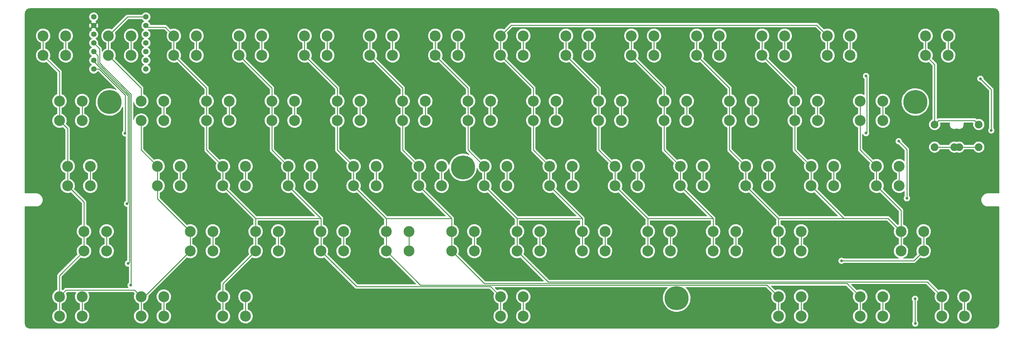
<source format=gtl>
G04 #@! TF.GenerationSoftware,KiCad,Pcbnew,(6.0.4)*
G04 #@! TF.CreationDate,2022-06-06T22:41:23+02:00*
G04 #@! TF.ProjectId,XIAO2040,5849414f-3230-4343-902e-6b696361645f,rev?*
G04 #@! TF.SameCoordinates,Original*
G04 #@! TF.FileFunction,Copper,L1,Top*
G04 #@! TF.FilePolarity,Positive*
%FSLAX46Y46*%
G04 Gerber Fmt 4.6, Leading zero omitted, Abs format (unit mm)*
G04 Created by KiCad (PCBNEW (6.0.4)) date 2022-06-06 22:41:23*
%MOMM*%
%LPD*%
G01*
G04 APERTURE LIST*
G04 #@! TA.AperFunction,ComponentPad*
%ADD10C,7.000240*%
G04 #@! TD*
G04 #@! TA.AperFunction,ComponentPad*
%ADD11C,7.001300*%
G04 #@! TD*
G04 #@! TA.AperFunction,ComponentPad*
%ADD12C,3.180000*%
G04 #@! TD*
G04 #@! TA.AperFunction,ComponentPad*
%ADD13C,2.250000*%
G04 #@! TD*
G04 #@! TA.AperFunction,ComponentPad*
%ADD14C,1.600000*%
G04 #@! TD*
G04 #@! TA.AperFunction,ViaPad*
%ADD15C,0.800000*%
G04 #@! TD*
G04 #@! TA.AperFunction,Conductor*
%ADD16C,0.250000*%
G04 #@! TD*
G04 APERTURE END LIST*
D10*
G04 #@! TO.P,REF\u002A\u002A,1*
G04 #@! TO.N,N/C*
X203575000Y9725000D03*
X141275000Y47925000D03*
D11*
X38275000Y67025000D03*
D10*
X273125000Y67025000D03*
G04 #@! TD*
D12*
G04 #@! TO.P,MX40,1,COL*
G04 #@! TO.N,COL3*
X247525000Y86365000D03*
X247525000Y80645000D03*
G04 #@! TO.P,MX40,2,ROW*
G04 #@! TO.N,Net-(D40-Pad2)*
X254125000Y80645000D03*
X254125000Y86365000D03*
G04 #@! TD*
G04 #@! TO.P,MX32,1,COL*
G04 #@! TO.N,COL3*
X142750000Y61595000D03*
X142750000Y67315000D03*
G04 #@! TO.P,MX32,2,ROW*
G04 #@! TO.N,Net-(D32-Pad1)*
X149350000Y61595000D03*
X149350000Y67315000D03*
G04 #@! TD*
G04 #@! TO.P,MX3,1,COL*
G04 #@! TO.N,COL0*
X26068750Y48265000D03*
X26068750Y42545000D03*
G04 #@! TO.P,MX3,2,ROW*
G04 #@! TO.N,Net-(D3-Pad1)*
X32668750Y42545000D03*
X32668750Y48265000D03*
G04 #@! TD*
G04 #@! TO.P,MX5,2,ROW*
G04 #@! TO.N,Net-(D5-Pad1)*
X30287500Y10165000D03*
X30287500Y4445000D03*
G04 #@! TO.P,MX5,1,COL*
G04 #@! TO.N,COL0*
X23687500Y4445000D03*
X23687500Y10165000D03*
G04 #@! TD*
G04 #@! TO.P,MX20,1,COL*
G04 #@! TO.N,COL1*
X152275000Y4445000D03*
X152275000Y10165000D03*
G04 #@! TO.P,MX20,2,ROW*
G04 #@! TO.N,Net-(D20-Pad2)*
X158875000Y4445000D03*
X158875000Y10165000D03*
G04 #@! TD*
G04 #@! TO.P,MX4,1,COL*
G04 #@! TO.N,COL0*
X30831250Y29215000D03*
X30831250Y23495000D03*
G04 #@! TO.P,MX4,2,ROW*
G04 #@! TO.N,Net-(D4-Pad1)*
X37431250Y23495000D03*
X37431250Y29215000D03*
G04 #@! TD*
D13*
G04 #@! TO.P,MX50,2,ROW*
G04 #@! TO.N,Net-(D50-Pad2)*
X284480000Y53850000D03*
X278760000Y53850000D03*
X291623750Y53850000D03*
X285903750Y53850000D03*
G04 #@! TO.P,MX50,1,COL*
G04 #@! TO.N,COL4*
X278760000Y60450000D03*
X291623750Y60450000D03*
G04 #@! TD*
D12*
G04 #@! TO.P,MX21,1,COL*
G04 #@! TO.N,COL2*
X95125000Y80645000D03*
X95125000Y86365000D03*
G04 #@! TO.P,MX21,2,ROW*
G04 #@! TO.N,Net-(D21-Pad1)*
X101725000Y80645000D03*
X101725000Y86365000D03*
G04 #@! TD*
G04 #@! TO.P,MX27,1,COL*
G04 #@! TO.N,COL2*
X123700000Y61595000D03*
X123700000Y67315000D03*
G04 #@! TO.P,MX27,2,ROW*
G04 #@! TO.N,Net-(D27-Pad2)*
X130300000Y61595000D03*
X130300000Y67315000D03*
G04 #@! TD*
G04 #@! TO.P,MX18,1,COL*
G04 #@! TO.N,COL1*
X90362500Y42545000D03*
X90362500Y48265000D03*
G04 #@! TO.P,MX18,2,ROW*
G04 #@! TO.N,Net-(D18-Pad2)*
X96962500Y48265000D03*
X96962500Y42545000D03*
G04 #@! TD*
G04 #@! TO.P,MX59,1,COL*
G04 #@! TO.N,COL5*
X268956250Y23495000D03*
X268956250Y29215000D03*
G04 #@! TO.P,MX59,2,ROW*
G04 #@! TO.N,Net-(D58-Pad2)*
X275556250Y23495000D03*
X275556250Y29215000D03*
G04 #@! TD*
G04 #@! TO.P,MX38,1,COL*
G04 #@! TO.N,COL3*
X166562500Y48265000D03*
X166562500Y42545000D03*
G04 #@! TO.P,MX38,2,ROW*
G04 #@! TO.N,Net-(D38-Pad2)*
X173162500Y48265000D03*
X173162500Y42545000D03*
G04 #@! TD*
G04 #@! TO.P,MX25,1,COL*
G04 #@! TO.N,COL2*
X233237500Y10165000D03*
X233237500Y4445000D03*
G04 #@! TO.P,MX25,2,ROW*
G04 #@! TO.N,Net-(D25-Pad1)*
X239837500Y4445000D03*
X239837500Y10165000D03*
G04 #@! TD*
G04 #@! TO.P,MX52,1,COL*
G04 #@! TO.N,COL5*
X218950000Y67315000D03*
X218950000Y61595000D03*
G04 #@! TO.P,MX52,2,ROW*
G04 #@! TO.N,Net-(D52-Pad1)*
X225550000Y67315000D03*
X225550000Y61595000D03*
G04 #@! TD*
G04 #@! TO.P,MX35,1,COL*
G04 #@! TO.N,COL3*
X280862500Y10165000D03*
X280862500Y4445000D03*
G04 #@! TO.P,MX35,2,ROW*
G04 #@! TO.N,Net-(D35-Pad1)*
X287462500Y10165000D03*
X287462500Y4445000D03*
G04 #@! TD*
G04 #@! TO.P,MX33,1,COL*
G04 #@! TO.N,COL3*
X147512500Y42545000D03*
X147512500Y48265000D03*
G04 #@! TO.P,MX33,2,ROW*
G04 #@! TO.N,Net-(D33-Pad1)*
X154112500Y42545000D03*
X154112500Y48265000D03*
G04 #@! TD*
G04 #@! TO.P,MX8,1,COL*
G04 #@! TO.N,COL0*
X52262500Y48265000D03*
X52262500Y42545000D03*
G04 #@! TO.P,MX8,2,ROW*
G04 #@! TO.N,Net-(D8-Pad2)*
X58862500Y48265000D03*
X58862500Y42545000D03*
G04 #@! TD*
G04 #@! TO.P,MX19,1,COL*
G04 #@! TO.N,COL1*
X99887500Y23495000D03*
X99887500Y29215000D03*
G04 #@! TO.P,MX19,2,ROW*
G04 #@! TO.N,Net-(D19-Pad2)*
X106487500Y29215000D03*
X106487500Y23495000D03*
G04 #@! TD*
G04 #@! TO.P,MX26,1,COL*
G04 #@! TO.N,COL2*
X114175000Y86365000D03*
X114175000Y80645000D03*
G04 #@! TO.P,MX26,2,ROW*
G04 #@! TO.N,Net-(D26-Pad2)*
X120775000Y86365000D03*
X120775000Y80645000D03*
G04 #@! TD*
G04 #@! TO.P,MX22,1,COL*
G04 #@! TO.N,COL2*
X104650000Y61595000D03*
X104650000Y67315000D03*
G04 #@! TO.P,MX22,2,ROW*
G04 #@! TO.N,Net-(D22-Pad1)*
X111250000Y67315000D03*
X111250000Y61595000D03*
G04 #@! TD*
G04 #@! TO.P,MX29,1,COL*
G04 #@! TO.N,COL2*
X137987500Y23495000D03*
X137987500Y29215000D03*
G04 #@! TO.P,MX29,2,ROW*
G04 #@! TO.N,Net-(D29-Pad2)*
X144587500Y23495000D03*
X144587500Y29215000D03*
G04 #@! TD*
G04 #@! TO.P,MX37,1,COL*
G04 #@! TO.N,COL3*
X161800000Y61595000D03*
X161800000Y67315000D03*
G04 #@! TO.P,MX37,2,ROW*
G04 #@! TO.N,Net-(D37-Pad2)*
X168400000Y61595000D03*
X168400000Y67315000D03*
G04 #@! TD*
G04 #@! TO.P,MX30,1,COL*
G04 #@! TO.N,COL2*
X257050000Y4445000D03*
X257050000Y10165000D03*
G04 #@! TO.P,MX30,2,ROW*
G04 #@! TO.N,Net-(D30-Pad2)*
X263650000Y10165000D03*
X263650000Y4445000D03*
G04 #@! TD*
G04 #@! TO.P,MX56,1,COL*
G04 #@! TO.N,COL5*
X228475000Y86365000D03*
X228475000Y80645000D03*
G04 #@! TO.P,MX56,2,ROW*
G04 #@! TO.N,Net-(D55-Pad2)*
X235075000Y80645000D03*
X235075000Y86365000D03*
G04 #@! TD*
G04 #@! TO.P,MX31,1,COL*
G04 #@! TO.N,COL3*
X133225000Y80645000D03*
X133225000Y86365000D03*
G04 #@! TO.P,MX31,2,ROW*
G04 #@! TO.N,Net-(D31-Pad1)*
X139825000Y80645000D03*
X139825000Y86365000D03*
G04 #@! TD*
G04 #@! TO.P,MX41,1,COL*
G04 #@! TO.N,COL4*
X171325000Y80645000D03*
X171325000Y86365000D03*
G04 #@! TO.P,MX41,2,ROW*
G04 #@! TO.N,Net-(D41-Pad1)*
X177925000Y86365000D03*
X177925000Y80645000D03*
G04 #@! TD*
G04 #@! TO.P,MX45,1,COL*
G04 #@! TO.N,COL4*
X276100000Y86365000D03*
X276100000Y80645000D03*
G04 #@! TO.P,MX45,2,ROW*
G04 #@! TO.N,Net-(D45-Pad1)*
X282700000Y80645000D03*
X282700000Y86365000D03*
G04 #@! TD*
G04 #@! TO.P,MX24,1,COL*
G04 #@! TO.N,COL2*
X118937500Y23495000D03*
X118937500Y29215000D03*
G04 #@! TO.P,MX24,2,ROW*
G04 #@! TO.N,Net-(D24-Pad1)*
X125537500Y23495000D03*
X125537500Y29215000D03*
G04 #@! TD*
G04 #@! TO.P,MX54,1,COL*
G04 #@! TO.N,COL5*
X233237500Y23495000D03*
X233237500Y29215000D03*
G04 #@! TO.P,MX54,2,ROW*
G04 #@! TO.N,Net-(D54-Pad1)*
X239837500Y29215000D03*
X239837500Y23495000D03*
G04 #@! TD*
G04 #@! TO.P,MX15,1,COL*
G04 #@! TO.N,COL1*
X71312500Y4445000D03*
X71312500Y10165000D03*
G04 #@! TO.P,MX15,2,ROW*
G04 #@! TO.N,Net-(D15-Pad1)*
X77912500Y4445000D03*
X77912500Y10165000D03*
G04 #@! TD*
G04 #@! TO.P,MX47,1,COL*
G04 #@! TO.N,COL4*
X199900000Y67315000D03*
X199900000Y61595000D03*
G04 #@! TO.P,MX47,2,ROW*
G04 #@! TO.N,Net-(D47-Pad2)*
X206500000Y67315000D03*
X206500000Y61595000D03*
G04 #@! TD*
G04 #@! TO.P,MX1,1,COL*
G04 #@! TO.N,COL0*
X18925000Y86365000D03*
X18925000Y80645000D03*
G04 #@! TO.P,MX1,2,ROW*
G04 #@! TO.N,Net-(D1-Pad1)*
X25525000Y80645000D03*
X25525000Y86365000D03*
G04 #@! TD*
G04 #@! TO.P,MX14,1,COL*
G04 #@! TO.N,COL1*
X80837500Y23495000D03*
X80837500Y29215000D03*
G04 #@! TO.P,MX14,2,ROW*
G04 #@! TO.N,Net-(D14-Pad1)*
X87437500Y23495000D03*
X87437500Y29215000D03*
G04 #@! TD*
G04 #@! TO.P,MX7,1,COL*
G04 #@! TO.N,COL0*
X47500000Y61595000D03*
X47500000Y67315000D03*
G04 #@! TO.P,MX7,2,ROW*
G04 #@! TO.N,Net-(D7-Pad2)*
X54100000Y61595000D03*
X54100000Y67315000D03*
G04 #@! TD*
G04 #@! TO.P,MX49,1,COL*
G04 #@! TO.N,COL4*
X214187500Y23495000D03*
X214187500Y29215000D03*
G04 #@! TO.P,MX49,2,ROW*
G04 #@! TO.N,Net-(D49-Pad2)*
X220787500Y23495000D03*
X220787500Y29215000D03*
G04 #@! TD*
G04 #@! TO.P,MX53,1,COL*
G04 #@! TO.N,COL5*
X223712500Y48265000D03*
X223712500Y42545000D03*
G04 #@! TO.P,MX53,2,ROW*
G04 #@! TO.N,Net-(D53-Pad1)*
X230312500Y48265000D03*
X230312500Y42545000D03*
G04 #@! TD*
G04 #@! TO.P,MX48,1,COL*
G04 #@! TO.N,COL4*
X204662500Y42545000D03*
X204662500Y48265000D03*
G04 #@! TO.P,MX48,2,ROW*
G04 #@! TO.N,Net-(D48-Pad2)*
X211262500Y42545000D03*
X211262500Y48265000D03*
G04 #@! TD*
G04 #@! TO.P,MX17,1,COL*
G04 #@! TO.N,COL1*
X85600000Y67315000D03*
X85600000Y61595000D03*
G04 #@! TO.P,MX17,2,ROW*
G04 #@! TO.N,Net-(D17-Pad2)*
X92200000Y67315000D03*
X92200000Y61595000D03*
G04 #@! TD*
G04 #@! TO.P,MX2,1,COL*
G04 #@! TO.N,COL0*
X23687500Y67315000D03*
X23687500Y61595000D03*
G04 #@! TO.P,MX2,2,ROW*
G04 #@! TO.N,Net-(D2-Pad1)*
X30287500Y67315000D03*
X30287500Y61595000D03*
G04 #@! TD*
G04 #@! TO.P,MX34,1,COL*
G04 #@! TO.N,COL3*
X157037500Y23495000D03*
X157037500Y29215000D03*
G04 #@! TO.P,MX34,2,ROW*
G04 #@! TO.N,Net-(D34-Pad1)*
X163637500Y23495000D03*
X163637500Y29215000D03*
G04 #@! TD*
G04 #@! TO.P,MX46,1,COL*
G04 #@! TO.N,COL4*
X190375000Y80645000D03*
X190375000Y86365000D03*
G04 #@! TO.P,MX46,2,ROW*
G04 #@! TO.N,Net-(D46-Pad2)*
X196975000Y86365000D03*
X196975000Y80645000D03*
G04 #@! TD*
G04 #@! TO.P,MX60,1,COL*
G04 #@! TO.N,COL5*
X261812500Y42545000D03*
X261812500Y48265000D03*
G04 #@! TO.P,MX60,2,ROW*
G04 #@! TO.N,Net-(D59-Pad2)*
X268412500Y48265000D03*
X268412500Y42545000D03*
G04 #@! TD*
G04 #@! TO.P,MX10,1,COL*
G04 #@! TO.N,COL0*
X47500000Y4445000D03*
X47500000Y10165000D03*
G04 #@! TO.P,MX10,2,ROW*
G04 #@! TO.N,Net-(D10-Pad2)*
X54100000Y4445000D03*
X54100000Y10165000D03*
G04 #@! TD*
G04 #@! TO.P,MX12,1,COL*
G04 #@! TO.N,COL1*
X66550000Y67315000D03*
X66550000Y61595000D03*
G04 #@! TO.P,MX12,2,ROW*
G04 #@! TO.N,Net-(D12-Pad1)*
X73150000Y67315000D03*
X73150000Y61595000D03*
G04 #@! TD*
G04 #@! TO.P,MX23,1,COL*
G04 #@! TO.N,COL2*
X109412500Y42545000D03*
X109412500Y48265000D03*
G04 #@! TO.P,MX23,2,ROW*
G04 #@! TO.N,Net-(D23-Pad1)*
X116012500Y42545000D03*
X116012500Y48265000D03*
G04 #@! TD*
G04 #@! TO.P,MX13,1,COL*
G04 #@! TO.N,COL1*
X71312500Y42545000D03*
X71312500Y48265000D03*
G04 #@! TO.P,MX13,2,ROW*
G04 #@! TO.N,Net-(D13-Pad1)*
X77912500Y48265000D03*
X77912500Y42545000D03*
G04 #@! TD*
G04 #@! TO.P,MX6,1,COL*
G04 #@! TO.N,COL0*
X37975000Y80645000D03*
X37975000Y86365000D03*
G04 #@! TO.P,MX6,2,ROW*
G04 #@! TO.N,Net-(D6-Pad2)*
X44575000Y80645000D03*
X44575000Y86365000D03*
G04 #@! TD*
G04 #@! TO.P,MX57,1,COL*
G04 #@! TO.N,COL5*
X238000000Y67315000D03*
X238000000Y61595000D03*
G04 #@! TO.P,MX57,2,ROW*
G04 #@! TO.N,Net-(D56-Pad2)*
X244600000Y67315000D03*
X244600000Y61595000D03*
G04 #@! TD*
G04 #@! TO.P,MX28,1,COL*
G04 #@! TO.N,COL2*
X128462500Y42545000D03*
X128462500Y48265000D03*
G04 #@! TO.P,MX28,2,ROW*
G04 #@! TO.N,Net-(D28-Pad2)*
X135062500Y48265000D03*
X135062500Y42545000D03*
G04 #@! TD*
G04 #@! TO.P,MX39,1,COL*
G04 #@! TO.N,COL3*
X176087500Y23495000D03*
X176087500Y29215000D03*
G04 #@! TO.P,MX39,2,ROW*
G04 #@! TO.N,Net-(D39-Pad2)*
X182687500Y23495000D03*
X182687500Y29215000D03*
G04 #@! TD*
G04 #@! TO.P,MX16,1,COL*
G04 #@! TO.N,COL1*
X76075000Y86365000D03*
X76075000Y80645000D03*
G04 #@! TO.P,MX16,2,ROW*
G04 #@! TO.N,Net-(D16-Pad2)*
X82675000Y86365000D03*
X82675000Y80645000D03*
G04 #@! TD*
G04 #@! TO.P,MX36,1,COL*
G04 #@! TO.N,COL3*
X152275000Y86365000D03*
X152275000Y80645000D03*
G04 #@! TO.P,MX36,2,ROW*
G04 #@! TO.N,Net-(D36-Pad2)*
X158875000Y86365000D03*
X158875000Y80645000D03*
G04 #@! TD*
G04 #@! TO.P,MX55,2,ROW*
G04 #@! TO.N,Net-(D60-Pad1)*
X263650000Y61595000D03*
X263650000Y67315000D03*
G04 #@! TO.P,MX55,1,COL*
G04 #@! TO.N,COL5*
X257050000Y61595000D03*
X257050000Y67315000D03*
G04 #@! TD*
G04 #@! TO.P,MX11,1,COL*
G04 #@! TO.N,COL1*
X57025000Y86365000D03*
X57025000Y80645000D03*
G04 #@! TO.P,MX11,2,ROW*
G04 #@! TO.N,Net-(D11-Pad1)*
X63625000Y86365000D03*
X63625000Y80645000D03*
G04 #@! TD*
G04 #@! TO.P,MX58,1,COL*
G04 #@! TO.N,COL5*
X242762500Y42545000D03*
X242762500Y48265000D03*
G04 #@! TO.P,MX58,2,ROW*
G04 #@! TO.N,Net-(D57-Pad2)*
X249362500Y48265000D03*
X249362500Y42545000D03*
G04 #@! TD*
G04 #@! TO.P,MX42,1,COL*
G04 #@! TO.N,COL4*
X180850000Y61595000D03*
X180850000Y67315000D03*
G04 #@! TO.P,MX42,2,ROW*
G04 #@! TO.N,Net-(D42-Pad1)*
X187450000Y61595000D03*
X187450000Y67315000D03*
G04 #@! TD*
G04 #@! TO.P,MX44,1,COL*
G04 #@! TO.N,COL4*
X195137500Y23495000D03*
X195137500Y29215000D03*
G04 #@! TO.P,MX44,2,ROW*
G04 #@! TO.N,Net-(D44-Pad1)*
X201737500Y29215000D03*
X201737500Y23495000D03*
G04 #@! TD*
G04 #@! TO.P,MX9,1,COL*
G04 #@! TO.N,COL0*
X61787500Y23495000D03*
X61787500Y29215000D03*
G04 #@! TO.P,MX9,2,ROW*
G04 #@! TO.N,Net-(D9-Pad2)*
X68387500Y29215000D03*
X68387500Y23495000D03*
G04 #@! TD*
G04 #@! TO.P,MX51,1,COL*
G04 #@! TO.N,COL5*
X209425000Y86365000D03*
X209425000Y80645000D03*
G04 #@! TO.P,MX51,2,ROW*
G04 #@! TO.N,Net-(D51-Pad1)*
X216025000Y86365000D03*
X216025000Y80645000D03*
G04 #@! TD*
G04 #@! TO.P,MX43,1,COL*
G04 #@! TO.N,COL4*
X185612500Y48265000D03*
X185612500Y42545000D03*
G04 #@! TO.P,MX43,2,ROW*
G04 #@! TO.N,Net-(D43-Pad1)*
X192212500Y48265000D03*
X192212500Y42545000D03*
G04 #@! TD*
D14*
G04 #@! TO.P,M1,14,5V*
G04 #@! TO.N,unconnected-(M1-Pad14)*
X33657500Y91894250D03*
G04 #@! TO.P,M1,13,GND*
G04 #@! TO.N,GND*
X33657500Y89354250D03*
G04 #@! TO.P,M1,12,3V3*
G04 #@! TO.N,unconnected-(M1-Pad12)*
X33657500Y86814250D03*
G04 #@! TO.P,M1,11,D10*
G04 #@! TO.N,ROW4*
X33657500Y84274250D03*
G04 #@! TO.P,M1,10,D9*
G04 #@! TO.N,ROW3*
X33657500Y81734250D03*
G04 #@! TO.P,M1,9,D8*
G04 #@! TO.N,ROW2*
X33657500Y79194250D03*
G04 #@! TO.P,M1,8,D7*
G04 #@! TO.N,ROW1*
X33657500Y76654250D03*
G04 #@! TO.P,M1,7,D6*
G04 #@! TO.N,ROW0*
X48892500Y76654250D03*
G04 #@! TO.P,M1,6,D5*
G04 #@! TO.N,COL5*
X48892500Y79194250D03*
G04 #@! TO.P,M1,5,D4*
G04 #@! TO.N,COL4*
X48892500Y81734250D03*
G04 #@! TO.P,M1,4,D3*
G04 #@! TO.N,COL3*
X48892500Y84274250D03*
G04 #@! TO.P,M1,3,D2*
G04 #@! TO.N,COL2*
X48892500Y86814250D03*
G04 #@! TO.P,M1,2,D1*
G04 #@! TO.N,COL1*
X48892500Y89354250D03*
G04 #@! TO.P,M1,1,D0*
G04 #@! TO.N,COL0*
X48892500Y91894250D03*
G04 #@! TD*
D15*
G04 #@! TO.N,ROW1*
X42800000Y57881250D03*
G04 #@! TO.N,ROW2*
X43381270Y37306250D03*
G04 #@! TO.N,ROW3*
X43656250Y19843750D03*
G04 #@! TO.N,ROW4*
X258762500Y57943750D03*
X295275000Y58737500D03*
X273050000Y9525000D03*
X273112500Y2318750D03*
X258762500Y74612500D03*
X270668750Y38893750D03*
X292100000Y73818750D03*
X44450000Y13493750D03*
X268287500Y55562500D03*
G04 #@! TO.N,Net-(D58-Pad2)*
X251618750Y20637500D03*
G04 #@! TD*
D16*
G04 #@! TO.N,COL3*
X244390000Y89500000D02*
X247525000Y86365000D01*
X155400000Y89500000D02*
X244390000Y89500000D01*
X154189511Y88289511D02*
X155400000Y89500000D01*
X154189511Y88279511D02*
X154189511Y88289511D01*
X152275000Y86365000D02*
X154189511Y88279511D01*
G04 #@! TO.N,COL1*
X66550000Y61595000D02*
X66550000Y67315000D01*
G04 #@! TO.N,Net-(D1-Pad1)*
X25525000Y86365000D02*
X25525000Y80645000D01*
G04 #@! TO.N,Net-(D2-Pad1)*
X30287500Y67315000D02*
X30287500Y61595000D01*
G04 #@! TO.N,ROW1*
X42862500Y57943750D02*
X42800000Y57881250D01*
X33657500Y76654250D02*
X35264500Y76654250D01*
X35264500Y76654250D02*
X42862500Y69056250D01*
X42862500Y69056250D02*
X42862500Y57943750D01*
G04 #@! TO.N,Net-(D3-Pad1)*
X32668750Y48265000D02*
X32668750Y42545000D01*
G04 #@! TO.N,ROW2*
X33657500Y78896968D02*
X43656250Y68898218D01*
X43656250Y37581230D02*
X43381270Y37306250D01*
X33657500Y79194250D02*
X33657500Y78896968D01*
X43656250Y68898218D02*
X43656250Y37581230D01*
G04 #@! TO.N,Net-(D4-Pad1)*
X37431250Y29215000D02*
X37431250Y23495000D01*
G04 #@! TO.N,ROW3*
X33657500Y81734250D02*
X34925000Y80466750D01*
X44105770Y69084415D02*
X44105770Y68262500D01*
X34925000Y78265186D02*
X35957593Y77232593D01*
X34925000Y78581250D02*
X34925000Y78265186D01*
X44105770Y20293270D02*
X43656250Y19843750D01*
X34925000Y80466750D02*
X34925000Y78581250D01*
X35957593Y77232593D02*
X44105770Y69084415D01*
X44105770Y68262500D02*
X44105770Y20293270D01*
G04 #@! TO.N,Net-(D5-Pad1)*
X30287500Y10165000D02*
X30287500Y4445000D01*
G04 #@! TO.N,ROW4*
X44555290Y13599040D02*
X44450000Y13493750D01*
X273050000Y9525000D02*
X273050000Y2381250D01*
X258964511Y58145761D02*
X258964511Y74410489D01*
X35374520Y78451384D02*
X42625451Y71200451D01*
X258762500Y57943750D02*
X258964511Y58145761D01*
X295275000Y70643750D02*
X292100000Y73818750D01*
X273050000Y2381250D02*
X273112500Y2318750D01*
X295275000Y58737500D02*
X295275000Y70643750D01*
X258964511Y74410489D02*
X258762500Y74612500D01*
X270668750Y50006250D02*
X270668750Y53181250D01*
X42625451Y71200451D02*
X44555290Y69270612D01*
X35374520Y82557230D02*
X35374520Y79375000D01*
X33657500Y84274250D02*
X35374520Y82557230D01*
X270668750Y38893750D02*
X270668750Y50006250D01*
X35374520Y79375000D02*
X35374520Y78451384D01*
X270668750Y53181250D02*
X268287500Y55562500D01*
X44555290Y65881250D02*
X44555290Y13599040D01*
X44555290Y69270612D02*
X44555290Y65881250D01*
G04 #@! TO.N,Net-(D6-Pad2)*
X44575000Y86365000D02*
X44575000Y80645000D01*
G04 #@! TO.N,Net-(D7-Pad2)*
X54100000Y67315000D02*
X54100000Y61595000D01*
G04 #@! TO.N,Net-(D8-Pad2)*
X58862500Y48265000D02*
X58862500Y42545000D01*
G04 #@! TO.N,Net-(D9-Pad2)*
X68387500Y29215000D02*
X68387500Y23495000D01*
G04 #@! TO.N,Net-(D10-Pad2)*
X54100000Y10165000D02*
X54100000Y4445000D01*
G04 #@! TO.N,Net-(D11-Pad1)*
X63625000Y86365000D02*
X63625000Y80645000D01*
G04 #@! TO.N,Net-(D12-Pad1)*
X73150000Y67315000D02*
X73150000Y61595000D01*
G04 #@! TO.N,Net-(D13-Pad1)*
X77912500Y48265000D02*
X77912500Y42545000D01*
G04 #@! TO.N,Net-(D14-Pad1)*
X87437500Y29215000D02*
X87437500Y23495000D01*
G04 #@! TO.N,Net-(D16-Pad2)*
X82675000Y86365000D02*
X82675000Y80645000D01*
G04 #@! TO.N,Net-(D17-Pad2)*
X92200000Y67315000D02*
X92200000Y61595000D01*
G04 #@! TO.N,Net-(D18-Pad2)*
X96962500Y48265000D02*
X96962500Y42545000D01*
G04 #@! TO.N,Net-(D19-Pad2)*
X106487500Y29215000D02*
X106487500Y23495000D01*
G04 #@! TO.N,Net-(D20-Pad2)*
X158875000Y10165000D02*
X158875000Y4445000D01*
G04 #@! TO.N,Net-(D21-Pad1)*
X101725000Y86365000D02*
X101725000Y80645000D01*
G04 #@! TO.N,Net-(D22-Pad1)*
X111250000Y67315000D02*
X111250000Y61595000D01*
G04 #@! TO.N,Net-(D23-Pad1)*
X116012500Y48265000D02*
X116012500Y42545000D01*
G04 #@! TO.N,Net-(D24-Pad1)*
X125537500Y29215000D02*
X125537500Y23495000D01*
G04 #@! TO.N,Net-(D26-Pad2)*
X120775000Y86365000D02*
X120775000Y80645000D01*
G04 #@! TO.N,Net-(D27-Pad2)*
X130300000Y67315000D02*
X130300000Y61595000D01*
G04 #@! TO.N,Net-(D28-Pad2)*
X135062500Y48265000D02*
X135062500Y42545000D01*
G04 #@! TO.N,Net-(D29-Pad2)*
X144587500Y29215000D02*
X144587500Y23495000D01*
G04 #@! TO.N,Net-(D31-Pad1)*
X139825000Y86365000D02*
X139825000Y80645000D01*
G04 #@! TO.N,Net-(D32-Pad1)*
X149350000Y67315000D02*
X149350000Y61595000D01*
G04 #@! TO.N,Net-(D33-Pad1)*
X154112500Y48265000D02*
X154112500Y42545000D01*
G04 #@! TO.N,Net-(D34-Pad1)*
X163637500Y29215000D02*
X163637500Y23495000D01*
G04 #@! TO.N,Net-(D35-Pad1)*
X287462500Y10165000D02*
X287462500Y4445000D01*
G04 #@! TO.N,Net-(D36-Pad2)*
X158875000Y86365000D02*
X158875000Y80645000D01*
G04 #@! TO.N,Net-(D37-Pad2)*
X168400000Y67315000D02*
X168400000Y61595000D01*
G04 #@! TO.N,Net-(D38-Pad2)*
X173162500Y48265000D02*
X173162500Y42545000D01*
G04 #@! TO.N,Net-(D39-Pad2)*
X182687500Y29215000D02*
X182687500Y23495000D01*
G04 #@! TO.N,Net-(D40-Pad2)*
X254125000Y86365000D02*
X254125000Y80645000D01*
G04 #@! TO.N,Net-(D41-Pad1)*
X177925000Y86365000D02*
X177925000Y80645000D01*
G04 #@! TO.N,Net-(D42-Pad1)*
X187450000Y67315000D02*
X187450000Y61595000D01*
G04 #@! TO.N,Net-(D43-Pad1)*
X192212500Y48265000D02*
X192212500Y42545000D01*
G04 #@! TO.N,Net-(D44-Pad1)*
X201737500Y29215000D02*
X201737500Y23495000D01*
G04 #@! TO.N,Net-(D45-Pad1)*
X282700000Y86365000D02*
X282700000Y80645000D01*
G04 #@! TO.N,Net-(D46-Pad2)*
X196975000Y86365000D02*
X196975000Y80645000D01*
G04 #@! TO.N,Net-(D47-Pad2)*
X206500000Y67315000D02*
X206500000Y61595000D01*
G04 #@! TO.N,Net-(D48-Pad2)*
X211262500Y48265000D02*
X211262500Y42545000D01*
G04 #@! TO.N,Net-(D49-Pad2)*
X220787500Y29215000D02*
X220787500Y23495000D01*
G04 #@! TO.N,Net-(D51-Pad1)*
X216025000Y86365000D02*
X216025000Y80645000D01*
G04 #@! TO.N,Net-(D52-Pad1)*
X225550000Y67315000D02*
X225550000Y61595000D01*
G04 #@! TO.N,Net-(D53-Pad1)*
X230312500Y48265000D02*
X230312500Y42545000D01*
G04 #@! TO.N,Net-(D54-Pad1)*
X239837500Y29215000D02*
X239837500Y23495000D01*
G04 #@! TO.N,Net-(D55-Pad2)*
X235075000Y86365000D02*
X235075000Y80645000D01*
G04 #@! TO.N,Net-(D56-Pad2)*
X244600000Y67315000D02*
X244600000Y61595000D01*
G04 #@! TO.N,Net-(D57-Pad2)*
X249362500Y48265000D02*
X249362500Y42545000D01*
G04 #@! TO.N,Net-(D58-Pad2)*
X251618750Y20637500D02*
X272698750Y20637500D01*
X272698750Y20637500D02*
X275556250Y23495000D01*
X275556250Y29215000D02*
X275556250Y23495000D01*
G04 #@! TO.N,Net-(D59-Pad2)*
X268412500Y48265000D02*
X268412500Y42545000D01*
G04 #@! TO.N,COL0*
X18925000Y86365000D02*
X18925000Y80645000D01*
X48457500Y10165000D02*
X47500000Y10165000D01*
X45585489Y12079511D02*
X25602011Y12079511D01*
X52262500Y48265000D02*
X47500000Y53027500D01*
X47500000Y67315000D02*
X47500000Y71120000D01*
X47500000Y10165000D02*
X47500000Y4445000D01*
X25602011Y12079511D02*
X23687500Y10165000D01*
X23687500Y75882500D02*
X18925000Y80645000D01*
X23687500Y10165000D02*
X23687500Y16351250D01*
X30831250Y29215000D02*
X30831250Y37782500D01*
X23687500Y16351250D02*
X30831250Y23495000D01*
X52262500Y38740000D02*
X61787500Y29215000D01*
X43504250Y91894250D02*
X48892500Y91894250D01*
X47500000Y53027500D02*
X47500000Y61595000D01*
X26068750Y59213750D02*
X23687500Y61595000D01*
X52262500Y48265000D02*
X52262500Y42545000D01*
X23687500Y4445000D02*
X23687500Y10165000D01*
X37975000Y80645000D02*
X37975000Y86365000D01*
X23687500Y67315000D02*
X23687500Y75882500D01*
X23687500Y61595000D02*
X23687500Y67315000D01*
X47500000Y71120000D02*
X37975000Y80645000D01*
X30831250Y23495000D02*
X30831250Y29215000D01*
X37975000Y86365000D02*
X43504250Y91894250D01*
X47500000Y10165000D02*
X45585489Y12079511D01*
X61787500Y23495000D02*
X48457500Y10165000D01*
X61787500Y29215000D02*
X61787500Y23495000D01*
X26068750Y48265000D02*
X26068750Y59213750D01*
X30831250Y37782500D02*
X26068750Y42545000D01*
X52262500Y42545000D02*
X52262500Y38740000D01*
X26068750Y42545000D02*
X26068750Y48265000D01*
G04 #@! TO.N,COL1*
X149339889Y13100111D02*
X110282389Y13100111D01*
X76075000Y80645000D02*
X76075000Y86365000D01*
X71312500Y48265000D02*
X66550000Y53027500D01*
X152275000Y10165000D02*
X152275000Y4445000D01*
X80837500Y33020000D02*
X71312500Y42545000D01*
X66550000Y67315000D02*
X66550000Y71120000D01*
X57025000Y86365000D02*
X54490000Y88900000D01*
X71312500Y42545000D02*
X71312500Y48265000D01*
X57025000Y86365000D02*
X57025000Y80645000D01*
X80837500Y33020000D02*
X99887500Y33020000D01*
X99887500Y23495000D02*
X99887500Y29215000D01*
X80837500Y23495000D02*
X80837500Y29215000D01*
X71312500Y13970000D02*
X80837500Y23495000D01*
X152275000Y10165000D02*
X149339889Y13100111D01*
X80837500Y29215000D02*
X80837500Y33020000D01*
X49346750Y88900000D02*
X48892500Y89354250D01*
X85600000Y53027500D02*
X85600000Y61595000D01*
X71312500Y10165000D02*
X71312500Y13970000D01*
X66550000Y53027500D02*
X66550000Y61595000D01*
X90362500Y48265000D02*
X85600000Y53027500D01*
X99887500Y29215000D02*
X99887500Y33020000D01*
X110282389Y13100111D02*
X99887500Y23495000D01*
X85600000Y71120000D02*
X76075000Y80645000D01*
X54490000Y88900000D02*
X49346750Y88900000D01*
X71312500Y10165000D02*
X71312500Y4445000D01*
X90362500Y42545000D02*
X90362500Y48265000D01*
X85600000Y61595000D02*
X85600000Y67315000D01*
X99887500Y33020000D02*
X90362500Y42545000D01*
X66550000Y71120000D02*
X57025000Y80645000D01*
X85600000Y67315000D02*
X85600000Y71120000D01*
G04 #@! TO.N,COL2*
X137987500Y33020000D02*
X137987500Y29215000D01*
X137987500Y23495000D02*
X147483349Y13999151D01*
X104650000Y67315000D02*
X104650000Y71120000D01*
X257050000Y10165000D02*
X257050000Y4445000D01*
X104650000Y71120000D02*
X95125000Y80645000D01*
X114175000Y86365000D02*
X114175000Y80645000D01*
X109412500Y48265000D02*
X104650000Y53027500D01*
X128462500Y48265000D02*
X128462500Y42545000D01*
X128882869Y13549631D02*
X229852869Y13549631D01*
X118937500Y23495000D02*
X118937500Y29215000D01*
X104650000Y53027500D02*
X104650000Y61595000D01*
X137987500Y29215000D02*
X137987500Y23495000D01*
X118937500Y33020000D02*
X137987500Y33020000D01*
X95125000Y80645000D02*
X95125000Y86365000D01*
X109412500Y42545000D02*
X109412500Y48265000D01*
X104650000Y61595000D02*
X104650000Y67315000D01*
X147483349Y13999151D02*
X253215849Y13999151D01*
X128462500Y42545000D02*
X137987500Y33020000D01*
X123700000Y71120000D02*
X114175000Y80645000D01*
X123700000Y67315000D02*
X123700000Y71120000D01*
X118937500Y33020000D02*
X109412500Y42545000D01*
X123700000Y53027500D02*
X128462500Y48265000D01*
X118937500Y23495000D02*
X128882869Y13549631D01*
X123700000Y61595000D02*
X123700000Y53027500D01*
X123700000Y67315000D02*
X123700000Y61595000D01*
X253215849Y13999151D02*
X257050000Y10165000D01*
X118937500Y29215000D02*
X118937500Y33020000D01*
X233237500Y10165000D02*
X233237500Y4445000D01*
X229852869Y13549631D02*
X233237500Y10165000D01*
G04 #@! TO.N,COL3*
X142750000Y61595000D02*
X142750000Y53027500D01*
X157037500Y33020000D02*
X147512500Y42545000D01*
X161800000Y53027500D02*
X166562500Y48265000D01*
X157037500Y29215000D02*
X157037500Y33020000D01*
X276578829Y14448671D02*
X280862500Y10165000D01*
X142750000Y53027500D02*
X147512500Y48265000D01*
X142750000Y71120000D02*
X142750000Y67315000D01*
X157037500Y33020000D02*
X176087500Y33020000D01*
X142750000Y67315000D02*
X142750000Y61595000D01*
X161800000Y61595000D02*
X161800000Y53027500D01*
X161800000Y71120000D02*
X152275000Y80645000D01*
X247525000Y80645000D02*
X247525000Y86365000D01*
X166083829Y14448671D02*
X276578829Y14448671D01*
X157037500Y29215000D02*
X157037500Y23495000D01*
X147512500Y48265000D02*
X147512500Y42545000D01*
X176087500Y33020000D02*
X166562500Y42545000D01*
X133225000Y80645000D02*
X142750000Y71120000D01*
X280862500Y10165000D02*
X280862500Y4445000D01*
X176087500Y29215000D02*
X176087500Y23495000D01*
X157037500Y23495000D02*
X166083829Y14448671D01*
X161800000Y67315000D02*
X161800000Y61595000D01*
X133225000Y86365000D02*
X133225000Y80645000D01*
X176087500Y29215000D02*
X176087500Y33020000D01*
X152275000Y86365000D02*
X152275000Y80645000D01*
X161800000Y67315000D02*
X161800000Y71120000D01*
X166562500Y48265000D02*
X166562500Y42545000D01*
G04 #@! TO.N,COL4*
X290449229Y61624521D02*
X291623750Y60450000D01*
X195137500Y33020000D02*
X214187500Y33020000D01*
X180850000Y53027500D02*
X185612500Y48265000D01*
X278760000Y60450000D02*
X279934521Y61624521D01*
X180850000Y67315000D02*
X180850000Y61595000D01*
X214187500Y29215000D02*
X214187500Y33020000D01*
X276100000Y86365000D02*
X276100000Y80645000D01*
X276100000Y80645000D02*
X278760000Y77985000D01*
X199900000Y61595000D02*
X199900000Y53027500D01*
X214187500Y33020000D02*
X204662500Y42545000D01*
X278760000Y77985000D02*
X278760000Y60450000D01*
X195137500Y29215000D02*
X195137500Y23495000D01*
X199900000Y71120000D02*
X190375000Y80645000D01*
X199900000Y53027500D02*
X204662500Y48265000D01*
X185612500Y48265000D02*
X185612500Y42545000D01*
X195137500Y33020000D02*
X195137500Y29215000D01*
X180850000Y61595000D02*
X180850000Y53027500D01*
X171325000Y86365000D02*
X171325000Y80645000D01*
X214187500Y23495000D02*
X214187500Y29215000D01*
X199900000Y61595000D02*
X199900000Y67315000D01*
X180850000Y67315000D02*
X180850000Y71120000D01*
X180850000Y71120000D02*
X171325000Y80645000D01*
X199900000Y67315000D02*
X199900000Y71120000D01*
X185612500Y42545000D02*
X195137500Y33020000D01*
X279934521Y61624521D02*
X290449229Y61624521D01*
X204662500Y42545000D02*
X204662500Y48265000D01*
X190375000Y80645000D02*
X190375000Y86365000D01*
G04 #@! TO.N,COL5*
X268956250Y33212500D02*
X268956250Y35401250D01*
X265151250Y33020000D02*
X264001250Y33020000D01*
X238000000Y61595000D02*
X238000000Y53027500D01*
X252287500Y33020000D02*
X260667500Y33020000D01*
X218950000Y61595000D02*
X218950000Y53027500D01*
X238000000Y67315000D02*
X238000000Y61595000D01*
X209425000Y80645000D02*
X218950000Y71120000D01*
X238000000Y71120000D02*
X238000000Y67315000D01*
X218950000Y71120000D02*
X218950000Y67315000D01*
X268956250Y29215000D02*
X265151250Y33020000D01*
X228475000Y80645000D02*
X238000000Y71120000D01*
X264001250Y33020000D02*
X260667500Y33020000D01*
X233237500Y29215000D02*
X233237500Y23495000D01*
X223712500Y48265000D02*
X223712500Y42545000D01*
X233237500Y33020000D02*
X223712500Y42545000D01*
X228475000Y86365000D02*
X228475000Y80645000D01*
X257050000Y61595000D02*
X257050000Y67315000D01*
X233237500Y29215000D02*
X233237500Y33020000D01*
X242762500Y42545000D02*
X252287500Y33020000D01*
X261812500Y48265000D02*
X257050000Y53027500D01*
X218950000Y53027500D02*
X223712500Y48265000D01*
X268956250Y29215000D02*
X268956250Y23495000D01*
X257050000Y53027500D02*
X257050000Y61595000D01*
X268956250Y29215000D02*
X268956250Y33212500D01*
X209425000Y86365000D02*
X209425000Y80645000D01*
X218950000Y67315000D02*
X218950000Y61595000D01*
X261812500Y42545000D02*
X261812500Y48265000D01*
X260667500Y33020000D02*
X233237500Y33020000D01*
X268956250Y35401250D02*
X261812500Y42545000D01*
X242762500Y48265000D02*
X242762500Y42545000D01*
X238000000Y53027500D02*
X242762500Y48265000D01*
G04 #@! TO.N,Net-(D60-Pad1)*
X263650000Y67315000D02*
X263650000Y61595000D01*
G04 #@! TO.N,Net-(D15-Pad1)*
X77912500Y10165000D02*
X77912500Y4445000D01*
G04 #@! TO.N,Net-(D25-Pad1)*
X239837500Y10165000D02*
X239837500Y4445000D01*
G04 #@! TO.N,Net-(D30-Pad2)*
X263650000Y10165000D02*
X263650000Y4445000D01*
G04 #@! TO.N,Net-(D50-Pad2)*
X278760000Y53850000D02*
X291623750Y53850000D01*
G04 #@! TD*
G04 #@! TA.AperFunction,Conductor*
G04 #@! TO.N,GND*
G36*
X296045018Y94415000D02*
G01*
X296059851Y94412690D01*
X296059855Y94412690D01*
X296068724Y94411309D01*
X296083981Y94413304D01*
X296109302Y94414047D01*
X296278285Y94401961D01*
X296296064Y94399404D01*
X296486392Y94358001D01*
X296503641Y94352937D01*
X296686150Y94284864D01*
X296702502Y94277396D01*
X296873458Y94184048D01*
X296888582Y94174328D01*
X297044514Y94057598D01*
X297058100Y94045825D01*
X297195825Y93908100D01*
X297207598Y93894514D01*
X297324328Y93738582D01*
X297334048Y93723458D01*
X297427396Y93552502D01*
X297434864Y93536150D01*
X297502937Y93353641D01*
X297508001Y93336393D01*
X297549404Y93146064D01*
X297551961Y93128285D01*
X297558698Y93034099D01*
X297563540Y92966399D01*
X297562793Y92948435D01*
X297562692Y92940155D01*
X297561309Y92931276D01*
X297562474Y92922370D01*
X297565436Y92899717D01*
X297566500Y92883379D01*
X297566500Y40459500D01*
X297546498Y40391379D01*
X297492842Y40344886D01*
X297440500Y40333500D01*
X294328250Y40333500D01*
X294307345Y40335246D01*
X294292344Y40337770D01*
X294292341Y40337770D01*
X294287552Y40338576D01*
X294281313Y40338652D01*
X294279860Y40338670D01*
X294279857Y40338670D01*
X294275000Y40338729D01*
X294265187Y40337324D01*
X294255573Y40336322D01*
X294029471Y40321502D01*
X294029467Y40321501D01*
X294025356Y40321232D01*
X294021316Y40320428D01*
X294021313Y40320428D01*
X293784034Y40273231D01*
X293784028Y40273229D01*
X293779984Y40272425D01*
X293776078Y40271099D01*
X293776074Y40271098D01*
X293546982Y40193331D01*
X293543082Y40192007D01*
X293539389Y40190186D01*
X293539387Y40190185D01*
X293322407Y40083183D01*
X293322402Y40083180D01*
X293318703Y40081356D01*
X293110686Y39942364D01*
X293107592Y39939650D01*
X293107586Y39939646D01*
X292931687Y39785386D01*
X292922591Y39777409D01*
X292919882Y39774320D01*
X292760354Y39592414D01*
X292760350Y39592408D01*
X292757636Y39589314D01*
X292755347Y39585888D01*
X292755343Y39585883D01*
X292675763Y39466782D01*
X292618644Y39381298D01*
X292507993Y39156918D01*
X292506670Y39153020D01*
X292506669Y39153018D01*
X292455543Y39002405D01*
X292427575Y38920016D01*
X292426771Y38915972D01*
X292426769Y38915966D01*
X292381870Y38690240D01*
X292378768Y38674644D01*
X292378499Y38670533D01*
X292378498Y38670529D01*
X292364279Y38453597D01*
X292363049Y38442456D01*
X292362691Y38440155D01*
X292361309Y38431276D01*
X292362455Y38422516D01*
X292362474Y38422371D01*
X292362465Y38421644D01*
X292362947Y38416730D01*
X292364266Y38396613D01*
X292377468Y38195197D01*
X292378768Y38175356D01*
X292379572Y38171316D01*
X292379572Y38171313D01*
X292425325Y37941297D01*
X292427575Y37929984D01*
X292428901Y37926078D01*
X292428902Y37926074D01*
X292495347Y37730336D01*
X292507993Y37693082D01*
X292509814Y37689389D01*
X292509815Y37689387D01*
X292607475Y37491352D01*
X292618644Y37468703D01*
X292757636Y37260686D01*
X292760350Y37257592D01*
X292760354Y37257586D01*
X292897735Y37100934D01*
X292922591Y37072591D01*
X292925680Y37069882D01*
X293107586Y36910354D01*
X293107592Y36910350D01*
X293110686Y36907636D01*
X293318703Y36768644D01*
X293322402Y36766820D01*
X293322407Y36766817D01*
X293539387Y36659815D01*
X293543082Y36657993D01*
X293546980Y36656670D01*
X293546982Y36656669D01*
X293776074Y36578902D01*
X293776078Y36578901D01*
X293779984Y36577575D01*
X293784028Y36576771D01*
X293784034Y36576769D01*
X294021313Y36529572D01*
X294021316Y36529572D01*
X294025356Y36528768D01*
X294029467Y36528499D01*
X294029471Y36528498D01*
X294147992Y36520730D01*
X294238514Y36514797D01*
X294251176Y36513320D01*
X294257648Y36512231D01*
X294257655Y36512230D01*
X294262448Y36511424D01*
X294268687Y36511348D01*
X294270140Y36511330D01*
X294270143Y36511330D01*
X294275000Y36511271D01*
X294302624Y36515227D01*
X294320486Y36516500D01*
X297440500Y36516500D01*
X297508621Y36496498D01*
X297555114Y36442842D01*
X297566500Y36390500D01*
X297566500Y2374367D01*
X297565000Y2354982D01*
X297562690Y2340149D01*
X297562690Y2340145D01*
X297561309Y2331276D01*
X297563136Y2317307D01*
X297563304Y2316024D01*
X297564047Y2290698D01*
X297552021Y2122544D01*
X297551962Y2121721D01*
X297549404Y2103936D01*
X297515307Y1947194D01*
X297508001Y1913608D01*
X297502937Y1896359D01*
X297434864Y1713850D01*
X297427396Y1697498D01*
X297334048Y1526542D01*
X297324328Y1511418D01*
X297207598Y1355486D01*
X297195825Y1341900D01*
X297058100Y1204175D01*
X297044514Y1192402D01*
X296888582Y1075672D01*
X296873458Y1065952D01*
X296702502Y972604D01*
X296686150Y965136D01*
X296503641Y897063D01*
X296486393Y891999D01*
X296296064Y850596D01*
X296278285Y848039D01*
X296116395Y836460D01*
X296098435Y837207D01*
X296090155Y837308D01*
X296081276Y838691D01*
X296049714Y834564D01*
X296033379Y833500D01*
X15124367Y833500D01*
X15104982Y835000D01*
X15090149Y837310D01*
X15090145Y837310D01*
X15081276Y838691D01*
X15066019Y836696D01*
X15040698Y835953D01*
X14871715Y848039D01*
X14853936Y850596D01*
X14663607Y891999D01*
X14646359Y897063D01*
X14463850Y965136D01*
X14447498Y972604D01*
X14276542Y1065952D01*
X14261418Y1075672D01*
X14105486Y1192402D01*
X14091900Y1204175D01*
X13954175Y1341900D01*
X13942402Y1355486D01*
X13825672Y1511418D01*
X13815952Y1526542D01*
X13722604Y1697498D01*
X13715136Y1713850D01*
X13647063Y1896359D01*
X13641999Y1913608D01*
X13634693Y1947194D01*
X13600596Y2103936D01*
X13598038Y2121722D01*
X13597980Y2122544D01*
X13586719Y2279989D01*
X13587805Y2302755D01*
X13587334Y2302797D01*
X13587770Y2307655D01*
X13588576Y2312448D01*
X13588729Y2325000D01*
X13584773Y2352624D01*
X13583500Y2370486D01*
X13583500Y36390500D01*
X13603502Y36458621D01*
X13657158Y36505114D01*
X13709500Y36516500D01*
X16821750Y36516500D01*
X16842655Y36514754D01*
X16857656Y36512230D01*
X16857659Y36512230D01*
X16862448Y36511424D01*
X16868687Y36511348D01*
X16870140Y36511330D01*
X16870143Y36511330D01*
X16875000Y36511271D01*
X16884813Y36512676D01*
X16894427Y36513678D01*
X17120529Y36528498D01*
X17120533Y36528499D01*
X17124644Y36528768D01*
X17128684Y36529572D01*
X17128687Y36529572D01*
X17365966Y36576769D01*
X17365972Y36576771D01*
X17370016Y36577575D01*
X17373922Y36578901D01*
X17373926Y36578902D01*
X17603018Y36656669D01*
X17603020Y36656670D01*
X17606918Y36657993D01*
X17831298Y36768644D01*
X17880460Y36801493D01*
X18035883Y36905343D01*
X18035888Y36905347D01*
X18039314Y36907636D01*
X18042408Y36910350D01*
X18042414Y36910354D01*
X18224320Y37069882D01*
X18227409Y37072591D01*
X18252265Y37100934D01*
X18389646Y37257586D01*
X18389650Y37257592D01*
X18392364Y37260686D01*
X18531356Y37468703D01*
X18542526Y37491352D01*
X18640185Y37689387D01*
X18640186Y37689389D01*
X18642007Y37693082D01*
X18654653Y37730336D01*
X18721098Y37926074D01*
X18721099Y37926078D01*
X18722425Y37929984D01*
X18724676Y37941297D01*
X18770428Y38171313D01*
X18770428Y38171316D01*
X18771232Y38175356D01*
X18772533Y38195197D01*
X18785203Y38388510D01*
X18786680Y38401176D01*
X18787769Y38407648D01*
X18787770Y38407655D01*
X18788576Y38412448D01*
X18788729Y38425000D01*
X18787324Y38434813D01*
X18786322Y38444427D01*
X18771502Y38670529D01*
X18771501Y38670533D01*
X18771232Y38674644D01*
X18768130Y38690240D01*
X18723231Y38915966D01*
X18723229Y38915972D01*
X18722425Y38920016D01*
X18694458Y39002405D01*
X18643331Y39153018D01*
X18643330Y39153020D01*
X18642007Y39156918D01*
X18531356Y39381298D01*
X18474237Y39466782D01*
X18394657Y39585883D01*
X18394653Y39585888D01*
X18392364Y39589314D01*
X18389650Y39592408D01*
X18389646Y39592414D01*
X18230118Y39774320D01*
X18227409Y39777409D01*
X18218313Y39785386D01*
X18042414Y39939646D01*
X18042408Y39939650D01*
X18039314Y39942364D01*
X18035884Y39944656D01*
X18035883Y39944657D01*
X17834731Y40079062D01*
X17831298Y40081356D01*
X17606918Y40192007D01*
X17603018Y40193331D01*
X17373926Y40271098D01*
X17373922Y40271099D01*
X17370016Y40272425D01*
X17365972Y40273229D01*
X17365966Y40273231D01*
X17128687Y40320428D01*
X17128684Y40320428D01*
X17124644Y40321232D01*
X17120533Y40321501D01*
X17120529Y40321502D01*
X17002008Y40329270D01*
X16911486Y40335203D01*
X16898824Y40336680D01*
X16892352Y40337769D01*
X16892345Y40337770D01*
X16887552Y40338576D01*
X16881313Y40338652D01*
X16879860Y40338670D01*
X16879857Y40338670D01*
X16875000Y40338729D01*
X16850679Y40335246D01*
X16847376Y40334773D01*
X16829514Y40333500D01*
X13709500Y40333500D01*
X13641379Y40353502D01*
X13594886Y40407158D01*
X13583500Y40459500D01*
X13583500Y80667026D01*
X16821711Y80667026D01*
X16838182Y80381374D01*
X16839007Y80377169D01*
X16839008Y80377161D01*
X16873059Y80203607D01*
X16893268Y80100599D01*
X16894655Y80096548D01*
X16978725Y79850999D01*
X16985949Y79829898D01*
X17114512Y79574280D01*
X17187860Y79467558D01*
X17222706Y79416857D01*
X17276576Y79338475D01*
X17279463Y79335302D01*
X17279464Y79335301D01*
X17325904Y79284264D01*
X17469143Y79126847D01*
X17688650Y78943310D01*
X17931035Y78791263D01*
X17934937Y78789501D01*
X17934941Y78789499D01*
X18187900Y78675283D01*
X18187904Y78675281D01*
X18191812Y78673517D01*
X18195932Y78672297D01*
X18195931Y78672297D01*
X18462044Y78593471D01*
X18462048Y78593470D01*
X18466157Y78592253D01*
X18470391Y78591605D01*
X18470396Y78591604D01*
X18720199Y78553379D01*
X18748992Y78548973D01*
X18894684Y78546684D01*
X19030793Y78544546D01*
X19030799Y78544546D01*
X19035084Y78544479D01*
X19319139Y78578853D01*
X19595900Y78651460D01*
X19819867Y78744230D01*
X19890456Y78751819D01*
X19957179Y78716916D01*
X23017095Y75657000D01*
X23051121Y75594688D01*
X23054000Y75567905D01*
X23054000Y69409486D01*
X23033998Y69341365D01*
X22977434Y69293588D01*
X22968661Y69289846D01*
X22732575Y69189147D01*
X22487059Y69042209D01*
X22263756Y68863310D01*
X22066799Y68655760D01*
X21899832Y68423401D01*
X21897826Y68419612D01*
X21800379Y68235565D01*
X21765945Y68170531D01*
X21667614Y67901831D01*
X21606661Y67622272D01*
X21584211Y67337026D01*
X21600682Y67051374D01*
X21601507Y67047169D01*
X21601508Y67047161D01*
X21627842Y66912938D01*
X21655768Y66770599D01*
X21657155Y66766548D01*
X21741922Y66518963D01*
X21748449Y66499898D01*
X21750375Y66496069D01*
X21850243Y66297505D01*
X21877012Y66244280D01*
X22039076Y66008475D01*
X22041963Y66005302D01*
X22041964Y66005301D01*
X22088404Y65954264D01*
X22231643Y65796847D01*
X22451150Y65613310D01*
X22693535Y65461263D01*
X22697437Y65459501D01*
X22697441Y65459499D01*
X22950400Y65345283D01*
X22950404Y65345281D01*
X22954312Y65343517D01*
X22963782Y65340712D01*
X23023418Y65302189D01*
X23052759Y65237539D01*
X23054000Y65219900D01*
X23054000Y63689486D01*
X23033998Y63621365D01*
X22977434Y63573588D01*
X22732575Y63469147D01*
X22487059Y63322209D01*
X22483708Y63319525D01*
X22483706Y63319523D01*
X22407346Y63258347D01*
X22263756Y63143310D01*
X22260799Y63140194D01*
X22260798Y63140193D01*
X22139634Y63012512D01*
X22066799Y62935760D01*
X21899832Y62703401D01*
X21765945Y62450531D01*
X21764473Y62446508D01*
X21764471Y62446504D01*
X21678929Y62212751D01*
X21667614Y62181831D01*
X21606661Y61902272D01*
X21584211Y61617026D01*
X21600682Y61331374D01*
X21601507Y61327169D01*
X21601508Y61327161D01*
X21617327Y61246532D01*
X21655768Y61050599D01*
X21657155Y61046548D01*
X21729376Y60835607D01*
X21748449Y60779898D01*
X21877012Y60524280D01*
X22039076Y60288475D01*
X22041963Y60285302D01*
X22041964Y60285301D01*
X22088404Y60234264D01*
X22231643Y60076847D01*
X22451150Y59893310D01*
X22693535Y59741263D01*
X22697437Y59739501D01*
X22697441Y59739499D01*
X22950400Y59625283D01*
X22950404Y59625281D01*
X22954312Y59623517D01*
X22972306Y59618187D01*
X23224544Y59543471D01*
X23224548Y59543470D01*
X23228657Y59542253D01*
X23232891Y59541605D01*
X23232896Y59541604D01*
X23482699Y59503379D01*
X23511492Y59498973D01*
X23657184Y59496684D01*
X23793293Y59494546D01*
X23793299Y59494546D01*
X23797584Y59494479D01*
X24081639Y59528853D01*
X24238097Y59569899D01*
X24354257Y59600373D01*
X24354258Y59600373D01*
X24358400Y59601460D01*
X24582367Y59694230D01*
X24652956Y59701819D01*
X24719679Y59666916D01*
X25398345Y58988250D01*
X25432371Y58925938D01*
X25435250Y58899155D01*
X25435250Y50359486D01*
X25415248Y50291365D01*
X25358684Y50243588D01*
X25113825Y50139147D01*
X24868309Y49992209D01*
X24645006Y49813310D01*
X24448049Y49605760D01*
X24281082Y49373401D01*
X24147195Y49120531D01*
X24145723Y49116508D01*
X24145721Y49116504D01*
X24050339Y48855862D01*
X24048864Y48851831D01*
X23987911Y48572272D01*
X23965461Y48287026D01*
X23981932Y48001374D01*
X23982757Y47997169D01*
X23982758Y47997161D01*
X23996916Y47925000D01*
X24037018Y47720599D01*
X24038405Y47716548D01*
X24100867Y47534111D01*
X24129699Y47449898D01*
X24143740Y47421981D01*
X24253604Y47203542D01*
X24258262Y47194280D01*
X24420326Y46958475D01*
X24423213Y46955302D01*
X24423214Y46955301D01*
X24469654Y46904264D01*
X24612893Y46746847D01*
X24832400Y46563310D01*
X25074785Y46411263D01*
X25078687Y46409501D01*
X25078691Y46409499D01*
X25331650Y46295283D01*
X25331654Y46295281D01*
X25335562Y46293517D01*
X25345032Y46290712D01*
X25404668Y46252189D01*
X25434009Y46187539D01*
X25435250Y46169900D01*
X25435250Y44639486D01*
X25415248Y44571365D01*
X25358684Y44523588D01*
X25113825Y44419147D01*
X24868309Y44272209D01*
X24864958Y44269525D01*
X24864956Y44269523D01*
X24835751Y44246125D01*
X24645006Y44093310D01*
X24642049Y44090194D01*
X24642048Y44090193D01*
X24473436Y43912512D01*
X24448049Y43885760D01*
X24281082Y43653401D01*
X24147195Y43400531D01*
X24048864Y43131831D01*
X23987911Y42852272D01*
X23965461Y42567026D01*
X23981932Y42281374D01*
X23982757Y42277169D01*
X23982758Y42277161D01*
X24021847Y42077926D01*
X24037018Y42000599D01*
X24129699Y41729898D01*
X24258262Y41474280D01*
X24420326Y41238475D01*
X24423213Y41235302D01*
X24423214Y41235301D01*
X24469654Y41184264D01*
X24612893Y41026847D01*
X24832400Y40843310D01*
X25074785Y40691263D01*
X25078687Y40689501D01*
X25078691Y40689499D01*
X25331650Y40575283D01*
X25331654Y40575281D01*
X25335562Y40573517D01*
X25339682Y40572297D01*
X25339681Y40572297D01*
X25605794Y40493471D01*
X25605798Y40493470D01*
X25609907Y40492253D01*
X25614141Y40491605D01*
X25614146Y40491604D01*
X25823948Y40459500D01*
X25892742Y40448973D01*
X26038434Y40446684D01*
X26174543Y40444546D01*
X26174549Y40444546D01*
X26178834Y40444479D01*
X26462889Y40478853D01*
X26619347Y40519899D01*
X26735507Y40550373D01*
X26735508Y40550373D01*
X26739650Y40551460D01*
X26963617Y40644230D01*
X27034206Y40651819D01*
X27100929Y40616916D01*
X30160845Y37557000D01*
X30194871Y37494688D01*
X30197750Y37467905D01*
X30197750Y31309486D01*
X30177748Y31241365D01*
X30121184Y31193588D01*
X29876325Y31089147D01*
X29630809Y30942209D01*
X29407506Y30763310D01*
X29210549Y30555760D01*
X29043582Y30323401D01*
X28909695Y30070531D01*
X28811364Y29801831D01*
X28750411Y29522272D01*
X28727961Y29237026D01*
X28744432Y28951374D01*
X28745257Y28947169D01*
X28745258Y28947161D01*
X28784347Y28747926D01*
X28799518Y28670599D01*
X28892199Y28399898D01*
X29020762Y28144280D01*
X29182826Y27908475D01*
X29185713Y27905302D01*
X29185714Y27905301D01*
X29232154Y27854264D01*
X29375393Y27696847D01*
X29594900Y27513310D01*
X29837285Y27361263D01*
X29841187Y27359501D01*
X29841191Y27359499D01*
X30094150Y27245283D01*
X30094154Y27245281D01*
X30098062Y27243517D01*
X30107532Y27240712D01*
X30167168Y27202189D01*
X30196509Y27137539D01*
X30197750Y27119900D01*
X30197750Y25589486D01*
X30177748Y25521365D01*
X30121184Y25473588D01*
X29876325Y25369147D01*
X29630809Y25222209D01*
X29407506Y25043310D01*
X29210549Y24835760D01*
X29043582Y24603401D01*
X28909695Y24350531D01*
X28811364Y24081831D01*
X28750411Y23802272D01*
X28727961Y23517026D01*
X28744432Y23231374D01*
X28745257Y23227169D01*
X28745258Y23227161D01*
X28784347Y23027926D01*
X28799518Y22950599D01*
X28892199Y22679898D01*
X28894123Y22676073D01*
X28894127Y22676063D01*
X28927605Y22609501D01*
X28940345Y22539656D01*
X28913301Y22474012D01*
X28904136Y22463791D01*
X23295247Y16854902D01*
X23286961Y16847362D01*
X23280482Y16843250D01*
X23275057Y16837473D01*
X23233857Y16793599D01*
X23231102Y16790757D01*
X23211365Y16771020D01*
X23208885Y16767823D01*
X23201182Y16758803D01*
X23170914Y16726571D01*
X23167095Y16719625D01*
X23167093Y16719622D01*
X23161152Y16708816D01*
X23150301Y16692297D01*
X23137886Y16676291D01*
X23134741Y16669022D01*
X23134738Y16669018D01*
X23120326Y16635713D01*
X23115109Y16625063D01*
X23093805Y16586310D01*
X23091834Y16578635D01*
X23091834Y16578634D01*
X23088767Y16566688D01*
X23082363Y16547984D01*
X23074319Y16529395D01*
X23073080Y16521572D01*
X23073077Y16521562D01*
X23067401Y16485726D01*
X23064995Y16474106D01*
X23054000Y16431280D01*
X23054000Y16411026D01*
X23052449Y16391316D01*
X23049280Y16371307D01*
X23050026Y16363415D01*
X23053441Y16327289D01*
X23054000Y16315431D01*
X23054000Y12259486D01*
X23033998Y12191365D01*
X22977434Y12143588D01*
X22732575Y12039147D01*
X22487059Y11892209D01*
X22263756Y11713310D01*
X22260799Y11710194D01*
X22260798Y11710193D01*
X22162321Y11606419D01*
X22066799Y11505760D01*
X21899832Y11273401D01*
X21765945Y11020531D01*
X21764473Y11016508D01*
X21764471Y11016504D01*
X21669089Y10755862D01*
X21667614Y10751831D01*
X21606661Y10472272D01*
X21584211Y10187026D01*
X21600682Y9901374D01*
X21601507Y9897169D01*
X21601508Y9897161D01*
X21623686Y9784123D01*
X21655768Y9620599D01*
X21657155Y9616548D01*
X21735006Y9389163D01*
X21748449Y9349898D01*
X21877012Y9094280D01*
X22039076Y8858475D01*
X22041963Y8855302D01*
X22041964Y8855301D01*
X22088404Y8804264D01*
X22231643Y8646847D01*
X22451150Y8463310D01*
X22454776Y8461035D01*
X22454778Y8461034D01*
X22463949Y8455281D01*
X22693535Y8311263D01*
X22697437Y8309501D01*
X22697441Y8309499D01*
X22950400Y8195283D01*
X22950404Y8195281D01*
X22954312Y8193517D01*
X22963782Y8190712D01*
X23023418Y8152189D01*
X23052759Y8087539D01*
X23054000Y8069900D01*
X23054000Y6539486D01*
X23033998Y6471365D01*
X22977434Y6423588D01*
X22732575Y6319147D01*
X22487059Y6172209D01*
X22263756Y5993310D01*
X22260799Y5990194D01*
X22260798Y5990193D01*
X22182011Y5907168D01*
X22066799Y5785760D01*
X21899832Y5553401D01*
X21765945Y5300531D01*
X21667614Y5031831D01*
X21606661Y4752272D01*
X21584211Y4467026D01*
X21600682Y4181374D01*
X21601507Y4177169D01*
X21601508Y4177161D01*
X21640597Y3977926D01*
X21655768Y3900599D01*
X21748449Y3629898D01*
X21877012Y3374280D01*
X22039076Y3138475D01*
X22041963Y3135302D01*
X22041964Y3135301D01*
X22088404Y3084264D01*
X22231643Y2926847D01*
X22451150Y2743310D01*
X22693535Y2591263D01*
X22697437Y2589501D01*
X22697441Y2589499D01*
X22950400Y2475283D01*
X22950404Y2475281D01*
X22954312Y2473517D01*
X22958432Y2472297D01*
X22958431Y2472297D01*
X23224544Y2393471D01*
X23224548Y2393470D01*
X23228657Y2392253D01*
X23232891Y2391605D01*
X23232896Y2391604D01*
X23429543Y2361513D01*
X23511492Y2348973D01*
X23657184Y2346684D01*
X23793293Y2344546D01*
X23793299Y2344546D01*
X23797584Y2344479D01*
X24081639Y2378853D01*
X24358400Y2451460D01*
X24622747Y2560956D01*
X24674612Y2591263D01*
X24866080Y2703148D01*
X24866082Y2703150D01*
X24869788Y2705315D01*
X25094952Y2881866D01*
X25141617Y2930020D01*
X25291089Y3084264D01*
X25294072Y3087342D01*
X25296605Y3090790D01*
X25296609Y3090795D01*
X25460925Y3314485D01*
X25463463Y3317940D01*
X25599991Y3569393D01*
X25701130Y3837049D01*
X25765008Y4115955D01*
X25790443Y4400950D01*
X25790904Y4445000D01*
X25789694Y4462746D01*
X25771735Y4726188D01*
X25771734Y4726194D01*
X25771443Y4730465D01*
X25713420Y5010647D01*
X25617909Y5280362D01*
X25486677Y5534620D01*
X25476141Y5549612D01*
X25404415Y5651667D01*
X25322152Y5768715D01*
X25237891Y5859391D01*
X25130300Y5975173D01*
X25130297Y5975176D01*
X25127379Y5978316D01*
X24905962Y6159543D01*
X24806976Y6220202D01*
X24665649Y6306808D01*
X24665641Y6306812D01*
X24661999Y6309044D01*
X24658082Y6310763D01*
X24658079Y6310765D01*
X24400003Y6424052D01*
X24400433Y6425031D01*
X24347008Y6464074D01*
X24321433Y6530304D01*
X24321000Y6540739D01*
X24321000Y8071778D01*
X24341002Y8139899D01*
X24398781Y8188187D01*
X24622747Y8280956D01*
X24674612Y8311263D01*
X24866080Y8423148D01*
X24866082Y8423150D01*
X24869788Y8425315D01*
X25094952Y8601866D01*
X25114212Y8621740D01*
X25291089Y8804264D01*
X25294072Y8807342D01*
X25296605Y8810790D01*
X25296609Y8810795D01*
X25460925Y9034485D01*
X25463463Y9037940D01*
X25599991Y9289393D01*
X25701130Y9557049D01*
X25765008Y9835955D01*
X25790443Y10120950D01*
X25790904Y10165000D01*
X25789694Y10182746D01*
X25771735Y10446188D01*
X25771734Y10446194D01*
X25771443Y10450465D01*
X25748875Y10559444D01*
X25714289Y10726450D01*
X25713420Y10730647D01*
X25617909Y11000362D01*
X25615943Y11004171D01*
X25615940Y11004178D01*
X25592333Y11049916D01*
X25578864Y11119623D01*
X25605220Y11185546D01*
X25615204Y11196800D01*
X25827510Y11409106D01*
X25889822Y11443132D01*
X25916605Y11446011D01*
X28381939Y11446011D01*
X28450060Y11426009D01*
X28496553Y11372353D01*
X28506657Y11302079D01*
X28493295Y11261054D01*
X28365945Y11020531D01*
X28364473Y11016508D01*
X28364471Y11016504D01*
X28269089Y10755862D01*
X28267614Y10751831D01*
X28206661Y10472272D01*
X28184211Y10187026D01*
X28200682Y9901374D01*
X28201507Y9897169D01*
X28201508Y9897161D01*
X28223686Y9784123D01*
X28255768Y9620599D01*
X28257155Y9616548D01*
X28335006Y9389163D01*
X28348449Y9349898D01*
X28477012Y9094280D01*
X28639076Y8858475D01*
X28641963Y8855302D01*
X28641964Y8855301D01*
X28688404Y8804264D01*
X28831643Y8646847D01*
X29051150Y8463310D01*
X29054776Y8461035D01*
X29054778Y8461034D01*
X29063949Y8455281D01*
X29293535Y8311263D01*
X29297437Y8309501D01*
X29297441Y8309499D01*
X29550400Y8195283D01*
X29550404Y8195281D01*
X29554312Y8193517D01*
X29563782Y8190712D01*
X29623418Y8152189D01*
X29652759Y8087539D01*
X29654000Y8069900D01*
X29654000Y6539486D01*
X29633998Y6471365D01*
X29577434Y6423588D01*
X29332575Y6319147D01*
X29087059Y6172209D01*
X28863756Y5993310D01*
X28860799Y5990194D01*
X28860798Y5990193D01*
X28782011Y5907168D01*
X28666799Y5785760D01*
X28499832Y5553401D01*
X28365945Y5300531D01*
X28267614Y5031831D01*
X28206661Y4752272D01*
X28184211Y4467026D01*
X28200682Y4181374D01*
X28201507Y4177169D01*
X28201508Y4177161D01*
X28240597Y3977926D01*
X28255768Y3900599D01*
X28348449Y3629898D01*
X28477012Y3374280D01*
X28639076Y3138475D01*
X28641963Y3135302D01*
X28641964Y3135301D01*
X28688404Y3084264D01*
X28831643Y2926847D01*
X29051150Y2743310D01*
X29293535Y2591263D01*
X29297437Y2589501D01*
X29297441Y2589499D01*
X29550400Y2475283D01*
X29550404Y2475281D01*
X29554312Y2473517D01*
X29558432Y2472297D01*
X29558431Y2472297D01*
X29824544Y2393471D01*
X29824548Y2393470D01*
X29828657Y2392253D01*
X29832891Y2391605D01*
X29832896Y2391604D01*
X30029543Y2361513D01*
X30111492Y2348973D01*
X30257184Y2346684D01*
X30393293Y2344546D01*
X30393299Y2344546D01*
X30397584Y2344479D01*
X30681639Y2378853D01*
X30958400Y2451460D01*
X31222747Y2560956D01*
X31274612Y2591263D01*
X31466080Y2703148D01*
X31466082Y2703150D01*
X31469788Y2705315D01*
X31694952Y2881866D01*
X31741617Y2930020D01*
X31891089Y3084264D01*
X31894072Y3087342D01*
X31896605Y3090790D01*
X31896609Y3090795D01*
X32060925Y3314485D01*
X32063463Y3317940D01*
X32199991Y3569393D01*
X32301130Y3837049D01*
X32365008Y4115955D01*
X32390443Y4400950D01*
X32390904Y4445000D01*
X32389694Y4462746D01*
X32371735Y4726188D01*
X32371734Y4726194D01*
X32371443Y4730465D01*
X32313420Y5010647D01*
X32217909Y5280362D01*
X32086677Y5534620D01*
X32076141Y5549612D01*
X32004415Y5651667D01*
X31922152Y5768715D01*
X31837891Y5859391D01*
X31730300Y5975173D01*
X31730297Y5975176D01*
X31727379Y5978316D01*
X31505962Y6159543D01*
X31406976Y6220202D01*
X31265649Y6306808D01*
X31265641Y6306812D01*
X31261999Y6309044D01*
X31258082Y6310763D01*
X31258079Y6310765D01*
X31000003Y6424052D01*
X31000433Y6425031D01*
X30947008Y6464074D01*
X30921433Y6530304D01*
X30921000Y6540739D01*
X30921000Y8071778D01*
X30941002Y8139899D01*
X30998781Y8188187D01*
X31222747Y8280956D01*
X31274612Y8311263D01*
X31466080Y8423148D01*
X31466082Y8423150D01*
X31469788Y8425315D01*
X31694952Y8601866D01*
X31714212Y8621740D01*
X31891089Y8804264D01*
X31894072Y8807342D01*
X31896605Y8810790D01*
X31896609Y8810795D01*
X32060925Y9034485D01*
X32063463Y9037940D01*
X32199991Y9289393D01*
X32301130Y9557049D01*
X32365008Y9835955D01*
X32390443Y10120950D01*
X32390904Y10165000D01*
X32389694Y10182746D01*
X32371735Y10446188D01*
X32371734Y10446194D01*
X32371443Y10450465D01*
X32348875Y10559444D01*
X32314289Y10726450D01*
X32313420Y10730647D01*
X32217909Y11000362D01*
X32086677Y11254620D01*
X32086063Y11255493D01*
X32068085Y11323373D01*
X32089898Y11390936D01*
X32144775Y11435981D01*
X32194040Y11446011D01*
X45270895Y11446011D01*
X45339016Y11426009D01*
X45359990Y11409106D01*
X45571530Y11197566D01*
X45605556Y11135254D01*
X45600491Y11064439D01*
X45593789Y11049511D01*
X45580452Y11024323D01*
X45580450Y11024318D01*
X45578445Y11020531D01*
X45576973Y11016508D01*
X45576971Y11016504D01*
X45481589Y10755862D01*
X45480114Y10751831D01*
X45419161Y10472272D01*
X45396711Y10187026D01*
X45413182Y9901374D01*
X45414007Y9897169D01*
X45414008Y9897161D01*
X45436186Y9784123D01*
X45468268Y9620599D01*
X45469655Y9616548D01*
X45547506Y9389163D01*
X45560949Y9349898D01*
X45689512Y9094280D01*
X45851576Y8858475D01*
X45854463Y8855302D01*
X45854464Y8855301D01*
X45900904Y8804264D01*
X46044143Y8646847D01*
X46263650Y8463310D01*
X46267276Y8461035D01*
X46267278Y8461034D01*
X46276449Y8455281D01*
X46506035Y8311263D01*
X46509937Y8309501D01*
X46509941Y8309499D01*
X46762900Y8195283D01*
X46762904Y8195281D01*
X46766812Y8193517D01*
X46776282Y8190712D01*
X46835918Y8152189D01*
X46865259Y8087539D01*
X46866500Y8069900D01*
X46866500Y6539486D01*
X46846498Y6471365D01*
X46789934Y6423588D01*
X46545075Y6319147D01*
X46299559Y6172209D01*
X46076256Y5993310D01*
X46073299Y5990194D01*
X46073298Y5990193D01*
X45994511Y5907168D01*
X45879299Y5785760D01*
X45712332Y5553401D01*
X45578445Y5300531D01*
X45480114Y5031831D01*
X45419161Y4752272D01*
X45396711Y4467026D01*
X45413182Y4181374D01*
X45414007Y4177169D01*
X45414008Y4177161D01*
X45453097Y3977926D01*
X45468268Y3900599D01*
X45560949Y3629898D01*
X45689512Y3374280D01*
X45851576Y3138475D01*
X45854463Y3135302D01*
X45854464Y3135301D01*
X45900904Y3084264D01*
X46044143Y2926847D01*
X46263650Y2743310D01*
X46506035Y2591263D01*
X46509937Y2589501D01*
X46509941Y2589499D01*
X46762900Y2475283D01*
X46762904Y2475281D01*
X46766812Y2473517D01*
X46770932Y2472297D01*
X46770931Y2472297D01*
X47037044Y2393471D01*
X47037048Y2393470D01*
X47041157Y2392253D01*
X47045391Y2391605D01*
X47045396Y2391604D01*
X47242043Y2361513D01*
X47323992Y2348973D01*
X47469684Y2346684D01*
X47605793Y2344546D01*
X47605799Y2344546D01*
X47610084Y2344479D01*
X47894139Y2378853D01*
X48170900Y2451460D01*
X48435247Y2560956D01*
X48487112Y2591263D01*
X48678580Y2703148D01*
X48678582Y2703150D01*
X48682288Y2705315D01*
X48907452Y2881866D01*
X48954117Y2930020D01*
X49103589Y3084264D01*
X49106572Y3087342D01*
X49109105Y3090790D01*
X49109109Y3090795D01*
X49273425Y3314485D01*
X49275963Y3317940D01*
X49412491Y3569393D01*
X49513630Y3837049D01*
X49577508Y4115955D01*
X49602943Y4400950D01*
X49603404Y4445000D01*
X49602194Y4462746D01*
X49601902Y4467026D01*
X51996711Y4467026D01*
X52013182Y4181374D01*
X52014007Y4177169D01*
X52014008Y4177161D01*
X52053097Y3977926D01*
X52068268Y3900599D01*
X52160949Y3629898D01*
X52289512Y3374280D01*
X52451576Y3138475D01*
X52454463Y3135302D01*
X52454464Y3135301D01*
X52500904Y3084264D01*
X52644143Y2926847D01*
X52863650Y2743310D01*
X53106035Y2591263D01*
X53109937Y2589501D01*
X53109941Y2589499D01*
X53362900Y2475283D01*
X53362904Y2475281D01*
X53366812Y2473517D01*
X53370932Y2472297D01*
X53370931Y2472297D01*
X53637044Y2393471D01*
X53637048Y2393470D01*
X53641157Y2392253D01*
X53645391Y2391605D01*
X53645396Y2391604D01*
X53842043Y2361513D01*
X53923992Y2348973D01*
X54069684Y2346684D01*
X54205793Y2344546D01*
X54205799Y2344546D01*
X54210084Y2344479D01*
X54494139Y2378853D01*
X54770900Y2451460D01*
X55035247Y2560956D01*
X55087112Y2591263D01*
X55278580Y2703148D01*
X55278582Y2703150D01*
X55282288Y2705315D01*
X55507452Y2881866D01*
X55554117Y2930020D01*
X55703589Y3084264D01*
X55706572Y3087342D01*
X55709105Y3090790D01*
X55709109Y3090795D01*
X55873425Y3314485D01*
X55875963Y3317940D01*
X56012491Y3569393D01*
X56113630Y3837049D01*
X56177508Y4115955D01*
X56202943Y4400950D01*
X56203404Y4445000D01*
X56202194Y4462746D01*
X56184235Y4726188D01*
X56184234Y4726194D01*
X56183943Y4730465D01*
X56125920Y5010647D01*
X56030409Y5280362D01*
X55899177Y5534620D01*
X55888641Y5549612D01*
X55816915Y5651667D01*
X55734652Y5768715D01*
X55650391Y5859391D01*
X55542800Y5975173D01*
X55542797Y5975176D01*
X55539879Y5978316D01*
X55318462Y6159543D01*
X55219476Y6220202D01*
X55078149Y6306808D01*
X55078141Y6306812D01*
X55074499Y6309044D01*
X55070582Y6310763D01*
X55070579Y6310765D01*
X54812503Y6424052D01*
X54812933Y6425031D01*
X54759508Y6464074D01*
X54733933Y6530304D01*
X54733500Y6540739D01*
X54733500Y8071778D01*
X54753502Y8139899D01*
X54811281Y8188187D01*
X55035247Y8280956D01*
X55087112Y8311263D01*
X55278580Y8423148D01*
X55278582Y8423150D01*
X55282288Y8425315D01*
X55507452Y8601866D01*
X55526712Y8621740D01*
X55703589Y8804264D01*
X55706572Y8807342D01*
X55709105Y8810790D01*
X55709109Y8810795D01*
X55873425Y9034485D01*
X55875963Y9037940D01*
X56012491Y9289393D01*
X56113630Y9557049D01*
X56177508Y9835955D01*
X56202943Y10120950D01*
X56203404Y10165000D01*
X56202194Y10182746D01*
X56184235Y10446188D01*
X56184234Y10446194D01*
X56183943Y10450465D01*
X56161375Y10559444D01*
X56126789Y10726450D01*
X56125920Y10730647D01*
X56030409Y11000362D01*
X55899177Y11254620D01*
X55888641Y11269612D01*
X55790602Y11409106D01*
X55734652Y11488715D01*
X55622688Y11609203D01*
X55542800Y11695173D01*
X55542797Y11695176D01*
X55539879Y11698316D01*
X55318462Y11879543D01*
X55205969Y11948479D01*
X55078149Y12026808D01*
X55078141Y12026812D01*
X55074499Y12029044D01*
X55070582Y12030763D01*
X55070579Y12030765D01*
X54930206Y12092384D01*
X54812503Y12144052D01*
X54808375Y12145228D01*
X54808372Y12145229D01*
X54541450Y12221264D01*
X54541451Y12221264D01*
X54537322Y12222440D01*
X54277020Y12259486D01*
X54258302Y12262150D01*
X54258300Y12262150D01*
X54254050Y12262755D01*
X54103179Y12263545D01*
X53972212Y12264231D01*
X53972206Y12264231D01*
X53967926Y12264253D01*
X53963682Y12263694D01*
X53963678Y12263694D01*
X53861965Y12250303D01*
X53684247Y12226906D01*
X53680107Y12225773D01*
X53680105Y12225773D01*
X53412406Y12152539D01*
X53408261Y12151405D01*
X53145075Y12039147D01*
X52899559Y11892209D01*
X52676256Y11713310D01*
X52673299Y11710194D01*
X52673298Y11710193D01*
X52574821Y11606419D01*
X52479299Y11505760D01*
X52312332Y11273401D01*
X52178445Y11020531D01*
X52176973Y11016508D01*
X52176971Y11016504D01*
X52081589Y10755862D01*
X52080114Y10751831D01*
X52019161Y10472272D01*
X51996711Y10187026D01*
X52013182Y9901374D01*
X52014007Y9897169D01*
X52014008Y9897161D01*
X52036186Y9784123D01*
X52068268Y9620599D01*
X52069655Y9616548D01*
X52147506Y9389163D01*
X52160949Y9349898D01*
X52289512Y9094280D01*
X52451576Y8858475D01*
X52454463Y8855302D01*
X52454464Y8855301D01*
X52500904Y8804264D01*
X52644143Y8646847D01*
X52863650Y8463310D01*
X52867276Y8461035D01*
X52867278Y8461034D01*
X52876449Y8455281D01*
X53106035Y8311263D01*
X53109937Y8309501D01*
X53109941Y8309499D01*
X53362900Y8195283D01*
X53362904Y8195281D01*
X53366812Y8193517D01*
X53376282Y8190712D01*
X53435918Y8152189D01*
X53465259Y8087539D01*
X53466500Y8069900D01*
X53466500Y6539486D01*
X53446498Y6471365D01*
X53389934Y6423588D01*
X53145075Y6319147D01*
X52899559Y6172209D01*
X52676256Y5993310D01*
X52673299Y5990194D01*
X52673298Y5990193D01*
X52594511Y5907168D01*
X52479299Y5785760D01*
X52312332Y5553401D01*
X52178445Y5300531D01*
X52080114Y5031831D01*
X52019161Y4752272D01*
X51996711Y4467026D01*
X49601902Y4467026D01*
X49584235Y4726188D01*
X49584234Y4726194D01*
X49583943Y4730465D01*
X49525920Y5010647D01*
X49430409Y5280362D01*
X49299177Y5534620D01*
X49288641Y5549612D01*
X49216915Y5651667D01*
X49134652Y5768715D01*
X49050391Y5859391D01*
X48942800Y5975173D01*
X48942797Y5975176D01*
X48939879Y5978316D01*
X48718462Y6159543D01*
X48619476Y6220202D01*
X48478149Y6306808D01*
X48478141Y6306812D01*
X48474499Y6309044D01*
X48470582Y6310763D01*
X48470579Y6310765D01*
X48212503Y6424052D01*
X48212933Y6425031D01*
X48159508Y6464074D01*
X48133933Y6530304D01*
X48133500Y6540739D01*
X48133500Y8071778D01*
X48153502Y8139899D01*
X48211281Y8188187D01*
X48435247Y8280956D01*
X48487112Y8311263D01*
X48678580Y8423148D01*
X48678582Y8423150D01*
X48682288Y8425315D01*
X48907452Y8601866D01*
X48926712Y8621740D01*
X49103589Y8804264D01*
X49106572Y8807342D01*
X49109105Y8810790D01*
X49109109Y8810795D01*
X49273425Y9034485D01*
X49275963Y9037940D01*
X49412491Y9289393D01*
X49513630Y9557049D01*
X49577508Y9835955D01*
X49602943Y10120950D01*
X49603404Y10165000D01*
X49602194Y10182746D01*
X49591345Y10341889D01*
X49606667Y10411213D01*
X49627958Y10439554D01*
X60756850Y21568445D01*
X60819162Y21602471D01*
X60889977Y21597406D01*
X60897796Y21594187D01*
X61050400Y21525283D01*
X61050404Y21525281D01*
X61054312Y21523517D01*
X61088436Y21513409D01*
X61324544Y21443471D01*
X61324548Y21443470D01*
X61328657Y21442253D01*
X61332891Y21441605D01*
X61332896Y21441604D01*
X61582699Y21403379D01*
X61611492Y21398973D01*
X61757184Y21396684D01*
X61893293Y21394546D01*
X61893299Y21394546D01*
X61897584Y21394479D01*
X62181639Y21428853D01*
X62458400Y21501460D01*
X62722747Y21610956D01*
X62755377Y21630023D01*
X62966080Y21753148D01*
X62966082Y21753150D01*
X62969788Y21755315D01*
X63194952Y21931866D01*
X63241617Y21980020D01*
X63391089Y22134264D01*
X63394072Y22137342D01*
X63396605Y22140790D01*
X63396609Y22140795D01*
X63560925Y22364485D01*
X63563463Y22367940D01*
X63614258Y22461492D01*
X63697941Y22615617D01*
X63697942Y22615620D01*
X63699991Y22619393D01*
X63801130Y22887049D01*
X63865008Y23165955D01*
X63890443Y23450950D01*
X63890904Y23495000D01*
X63889694Y23512746D01*
X63889402Y23517026D01*
X66284211Y23517026D01*
X66300682Y23231374D01*
X66301507Y23227169D01*
X66301508Y23227161D01*
X66340597Y23027926D01*
X66355768Y22950599D01*
X66448449Y22679898D01*
X66577012Y22424280D01*
X66739076Y22188475D01*
X66741963Y22185302D01*
X66741964Y22185301D01*
X66788404Y22134264D01*
X66931643Y21976847D01*
X67151150Y21793310D01*
X67393535Y21641263D01*
X67397437Y21639501D01*
X67397441Y21639499D01*
X67650400Y21525283D01*
X67650404Y21525281D01*
X67654312Y21523517D01*
X67688436Y21513409D01*
X67924544Y21443471D01*
X67924548Y21443470D01*
X67928657Y21442253D01*
X67932891Y21441605D01*
X67932896Y21441604D01*
X68182699Y21403379D01*
X68211492Y21398973D01*
X68357184Y21396684D01*
X68493293Y21394546D01*
X68493299Y21394546D01*
X68497584Y21394479D01*
X68781639Y21428853D01*
X69058400Y21501460D01*
X69322747Y21610956D01*
X69355377Y21630023D01*
X69566080Y21753148D01*
X69566082Y21753150D01*
X69569788Y21755315D01*
X69794952Y21931866D01*
X69841617Y21980020D01*
X69991089Y22134264D01*
X69994072Y22137342D01*
X69996605Y22140790D01*
X69996609Y22140795D01*
X70160925Y22364485D01*
X70163463Y22367940D01*
X70214258Y22461492D01*
X70297941Y22615617D01*
X70297942Y22615620D01*
X70299991Y22619393D01*
X70401130Y22887049D01*
X70465008Y23165955D01*
X70490443Y23450950D01*
X70490904Y23495000D01*
X70489694Y23512746D01*
X70471735Y23776188D01*
X70471734Y23776194D01*
X70471443Y23780465D01*
X70413420Y24060647D01*
X70317909Y24330362D01*
X70186677Y24584620D01*
X70176141Y24599612D01*
X70024615Y24815210D01*
X70022152Y24818715D01*
X69827379Y25028316D01*
X69605962Y25209543D01*
X69555703Y25240342D01*
X69365649Y25356808D01*
X69365641Y25356812D01*
X69361999Y25359044D01*
X69358082Y25360763D01*
X69358079Y25360765D01*
X69100003Y25474052D01*
X69100433Y25475031D01*
X69047008Y25514074D01*
X69021433Y25580304D01*
X69021000Y25590739D01*
X69021000Y27121778D01*
X69041002Y27189899D01*
X69098781Y27238187D01*
X69322747Y27330956D01*
X69374612Y27361263D01*
X69566080Y27473148D01*
X69566082Y27473150D01*
X69569788Y27475315D01*
X69794952Y27651866D01*
X69841617Y27700020D01*
X69991089Y27854264D01*
X69994072Y27857342D01*
X69996605Y27860790D01*
X69996609Y27860795D01*
X70160925Y28084485D01*
X70163463Y28087940D01*
X70299991Y28339393D01*
X70401130Y28607049D01*
X70465008Y28885955D01*
X70490443Y29170950D01*
X70490904Y29215000D01*
X70489694Y29232746D01*
X70471735Y29496188D01*
X70471734Y29496194D01*
X70471443Y29500465D01*
X70413420Y29780647D01*
X70317909Y30050362D01*
X70186677Y30304620D01*
X70176141Y30319612D01*
X70024615Y30535210D01*
X70022152Y30538715D01*
X69827379Y30748316D01*
X69605962Y30929543D01*
X69555703Y30960342D01*
X69365649Y31076808D01*
X69365641Y31076812D01*
X69361999Y31079044D01*
X69358082Y31080763D01*
X69358079Y31080765D01*
X69217706Y31142384D01*
X69100003Y31194052D01*
X69095875Y31195228D01*
X69095872Y31195229D01*
X68828950Y31271264D01*
X68828951Y31271264D01*
X68824822Y31272440D01*
X68564520Y31309486D01*
X68545802Y31312150D01*
X68545800Y31312150D01*
X68541550Y31312755D01*
X68390679Y31313545D01*
X68259712Y31314231D01*
X68259706Y31314231D01*
X68255426Y31314253D01*
X68251182Y31313694D01*
X68251178Y31313694D01*
X68126406Y31297267D01*
X67971747Y31276906D01*
X67967607Y31275773D01*
X67967605Y31275773D01*
X67699906Y31202539D01*
X67695761Y31201405D01*
X67432575Y31089147D01*
X67187059Y30942209D01*
X66963756Y30763310D01*
X66766799Y30555760D01*
X66599832Y30323401D01*
X66465945Y30070531D01*
X66367614Y29801831D01*
X66306661Y29522272D01*
X66284211Y29237026D01*
X66300682Y28951374D01*
X66301507Y28947169D01*
X66301508Y28947161D01*
X66340597Y28747926D01*
X66355768Y28670599D01*
X66448449Y28399898D01*
X66577012Y28144280D01*
X66739076Y27908475D01*
X66741963Y27905302D01*
X66741964Y27905301D01*
X66788404Y27854264D01*
X66931643Y27696847D01*
X67151150Y27513310D01*
X67393535Y27361263D01*
X67397437Y27359501D01*
X67397441Y27359499D01*
X67650400Y27245283D01*
X67650404Y27245281D01*
X67654312Y27243517D01*
X67663782Y27240712D01*
X67723418Y27202189D01*
X67752759Y27137539D01*
X67754000Y27119900D01*
X67754000Y25589486D01*
X67733998Y25521365D01*
X67677434Y25473588D01*
X67432575Y25369147D01*
X67187059Y25222209D01*
X66963756Y25043310D01*
X66766799Y24835760D01*
X66599832Y24603401D01*
X66465945Y24350531D01*
X66367614Y24081831D01*
X66306661Y23802272D01*
X66284211Y23517026D01*
X63889402Y23517026D01*
X63871735Y23776188D01*
X63871734Y23776194D01*
X63871443Y23780465D01*
X63813420Y24060647D01*
X63717909Y24330362D01*
X63586677Y24584620D01*
X63576141Y24599612D01*
X63424615Y24815210D01*
X63422152Y24818715D01*
X63227379Y25028316D01*
X63005962Y25209543D01*
X62955703Y25240342D01*
X62765649Y25356808D01*
X62765641Y25356812D01*
X62761999Y25359044D01*
X62758082Y25360763D01*
X62758079Y25360765D01*
X62500003Y25474052D01*
X62500433Y25475031D01*
X62447008Y25514074D01*
X62421433Y25580304D01*
X62421000Y25590739D01*
X62421000Y27121778D01*
X62441002Y27189899D01*
X62498781Y27238187D01*
X62722747Y27330956D01*
X62774612Y27361263D01*
X62966080Y27473148D01*
X62966082Y27473150D01*
X62969788Y27475315D01*
X63194952Y27651866D01*
X63241617Y27700020D01*
X63391089Y27854264D01*
X63394072Y27857342D01*
X63396605Y27860790D01*
X63396609Y27860795D01*
X63560925Y28084485D01*
X63563463Y28087940D01*
X63699991Y28339393D01*
X63801130Y28607049D01*
X63865008Y28885955D01*
X63890443Y29170950D01*
X63890904Y29215000D01*
X63889694Y29232746D01*
X63871735Y29496188D01*
X63871734Y29496194D01*
X63871443Y29500465D01*
X63813420Y29780647D01*
X63717909Y30050362D01*
X63586677Y30304620D01*
X63576141Y30319612D01*
X63424615Y30535210D01*
X63422152Y30538715D01*
X63227379Y30748316D01*
X63005962Y30929543D01*
X62955703Y30960342D01*
X62765649Y31076808D01*
X62765641Y31076812D01*
X62761999Y31079044D01*
X62758082Y31080763D01*
X62758079Y31080765D01*
X62617706Y31142384D01*
X62500003Y31194052D01*
X62495875Y31195228D01*
X62495872Y31195229D01*
X62228950Y31271264D01*
X62228951Y31271264D01*
X62224822Y31272440D01*
X61964520Y31309486D01*
X61945802Y31312150D01*
X61945800Y31312150D01*
X61941550Y31312755D01*
X61790679Y31313545D01*
X61659712Y31314231D01*
X61659706Y31314231D01*
X61655426Y31314253D01*
X61651182Y31313694D01*
X61651178Y31313694D01*
X61526406Y31297267D01*
X61371747Y31276906D01*
X61367607Y31275773D01*
X61367605Y31275773D01*
X61099906Y31202539D01*
X61095761Y31201405D01*
X61091814Y31199722D01*
X61091804Y31199718D01*
X60894551Y31115582D01*
X60824044Y31107253D01*
X60756021Y31142384D01*
X52932905Y38965500D01*
X52898879Y39027812D01*
X52896000Y39054595D01*
X52896000Y40451778D01*
X52916002Y40519899D01*
X52973781Y40568187D01*
X53197747Y40660956D01*
X53249612Y40691263D01*
X53441080Y40803148D01*
X53441082Y40803150D01*
X53444788Y40805315D01*
X53669952Y40981866D01*
X53716617Y41030020D01*
X53866089Y41184264D01*
X53869072Y41187342D01*
X53871605Y41190790D01*
X53871609Y41190795D01*
X54035925Y41414485D01*
X54038463Y41417940D01*
X54089258Y41511492D01*
X54172941Y41665617D01*
X54172942Y41665620D01*
X54174991Y41669393D01*
X54276130Y41937049D01*
X54340008Y42215955D01*
X54365443Y42500950D01*
X54365904Y42545000D01*
X54364694Y42562746D01*
X54364402Y42567026D01*
X56759211Y42567026D01*
X56775682Y42281374D01*
X56776507Y42277169D01*
X56776508Y42277161D01*
X56815597Y42077926D01*
X56830768Y42000599D01*
X56923449Y41729898D01*
X57052012Y41474280D01*
X57214076Y41238475D01*
X57216963Y41235302D01*
X57216964Y41235301D01*
X57263404Y41184264D01*
X57406643Y41026847D01*
X57626150Y40843310D01*
X57868535Y40691263D01*
X57872437Y40689501D01*
X57872441Y40689499D01*
X58125400Y40575283D01*
X58125404Y40575281D01*
X58129312Y40573517D01*
X58133432Y40572297D01*
X58133431Y40572297D01*
X58399544Y40493471D01*
X58399548Y40493470D01*
X58403657Y40492253D01*
X58407891Y40491605D01*
X58407896Y40491604D01*
X58617698Y40459500D01*
X58686492Y40448973D01*
X58832184Y40446684D01*
X58968293Y40444546D01*
X58968299Y40444546D01*
X58972584Y40444479D01*
X59256639Y40478853D01*
X59413097Y40519899D01*
X59529257Y40550373D01*
X59529258Y40550373D01*
X59533400Y40551460D01*
X59797747Y40660956D01*
X59849612Y40691263D01*
X60041080Y40803148D01*
X60041082Y40803150D01*
X60044788Y40805315D01*
X60269952Y40981866D01*
X60316617Y41030020D01*
X60466089Y41184264D01*
X60469072Y41187342D01*
X60471605Y41190790D01*
X60471609Y41190795D01*
X60635925Y41414485D01*
X60638463Y41417940D01*
X60689258Y41511492D01*
X60772941Y41665617D01*
X60772942Y41665620D01*
X60774991Y41669393D01*
X60876130Y41937049D01*
X60940008Y42215955D01*
X60965443Y42500950D01*
X60965904Y42545000D01*
X60964694Y42562746D01*
X60946735Y42826188D01*
X60946734Y42826194D01*
X60946443Y42830465D01*
X60888420Y43110647D01*
X60792909Y43380362D01*
X60661677Y43634620D01*
X60651141Y43649612D01*
X60499615Y43865210D01*
X60497152Y43868715D01*
X60400057Y43973202D01*
X60305300Y44075173D01*
X60305297Y44075176D01*
X60302379Y44078316D01*
X60080962Y44259543D01*
X60030703Y44290342D01*
X59840649Y44406808D01*
X59840641Y44406812D01*
X59836999Y44409044D01*
X59833082Y44410763D01*
X59833079Y44410765D01*
X59575003Y44524052D01*
X59575433Y44525031D01*
X59522008Y44564074D01*
X59496433Y44630304D01*
X59496000Y44640739D01*
X59496000Y46171778D01*
X59516002Y46239899D01*
X59573781Y46288187D01*
X59797747Y46380956D01*
X59849612Y46411263D01*
X60041080Y46523148D01*
X60041082Y46523150D01*
X60044788Y46525315D01*
X60269952Y46701866D01*
X60316617Y46750020D01*
X60466089Y46904264D01*
X60469072Y46907342D01*
X60471605Y46910790D01*
X60471609Y46910795D01*
X60635925Y47134485D01*
X60638463Y47137940D01*
X60774991Y47389393D01*
X60876130Y47657049D01*
X60940008Y47935955D01*
X60965443Y48220950D01*
X60965904Y48265000D01*
X60964694Y48282746D01*
X60946735Y48546188D01*
X60946734Y48546194D01*
X60946443Y48550465D01*
X60888420Y48830647D01*
X60792909Y49100362D01*
X60661677Y49354620D01*
X60651141Y49369612D01*
X60499615Y49585210D01*
X60497152Y49588715D01*
X60302379Y49798316D01*
X60080962Y49979543D01*
X60030703Y50010342D01*
X59840649Y50126808D01*
X59840641Y50126812D01*
X59836999Y50129044D01*
X59833082Y50130763D01*
X59833079Y50130765D01*
X59692706Y50192384D01*
X59575003Y50244052D01*
X59570875Y50245228D01*
X59570872Y50245229D01*
X59303950Y50321264D01*
X59303951Y50321264D01*
X59299822Y50322440D01*
X59039520Y50359486D01*
X59020802Y50362150D01*
X59020800Y50362150D01*
X59016550Y50362755D01*
X58865679Y50363545D01*
X58734712Y50364231D01*
X58734706Y50364231D01*
X58730426Y50364253D01*
X58726182Y50363694D01*
X58726178Y50363694D01*
X58601406Y50347267D01*
X58446747Y50326906D01*
X58442607Y50325773D01*
X58442605Y50325773D01*
X58174906Y50252539D01*
X58170761Y50251405D01*
X57907575Y50139147D01*
X57662059Y49992209D01*
X57438756Y49813310D01*
X57241799Y49605760D01*
X57074832Y49373401D01*
X56940945Y49120531D01*
X56939473Y49116508D01*
X56939471Y49116504D01*
X56844089Y48855862D01*
X56842614Y48851831D01*
X56781661Y48572272D01*
X56759211Y48287026D01*
X56775682Y48001374D01*
X56776507Y47997169D01*
X56776508Y47997161D01*
X56790666Y47925000D01*
X56830768Y47720599D01*
X56832155Y47716548D01*
X56894617Y47534111D01*
X56923449Y47449898D01*
X56937490Y47421981D01*
X57047354Y47203542D01*
X57052012Y47194280D01*
X57214076Y46958475D01*
X57216963Y46955302D01*
X57216964Y46955301D01*
X57263404Y46904264D01*
X57406643Y46746847D01*
X57626150Y46563310D01*
X57868535Y46411263D01*
X57872437Y46409501D01*
X57872441Y46409499D01*
X58125400Y46295283D01*
X58125404Y46295281D01*
X58129312Y46293517D01*
X58138782Y46290712D01*
X58198418Y46252189D01*
X58227759Y46187539D01*
X58229000Y46169900D01*
X58229000Y44639486D01*
X58208998Y44571365D01*
X58152434Y44523588D01*
X57907575Y44419147D01*
X57662059Y44272209D01*
X57658708Y44269525D01*
X57658706Y44269523D01*
X57629501Y44246125D01*
X57438756Y44093310D01*
X57435799Y44090194D01*
X57435798Y44090193D01*
X57267186Y43912512D01*
X57241799Y43885760D01*
X57074832Y43653401D01*
X56940945Y43400531D01*
X56842614Y43131831D01*
X56781661Y42852272D01*
X56759211Y42567026D01*
X54364402Y42567026D01*
X54346735Y42826188D01*
X54346734Y42826194D01*
X54346443Y42830465D01*
X54288420Y43110647D01*
X54192909Y43380362D01*
X54061677Y43634620D01*
X54051141Y43649612D01*
X53899615Y43865210D01*
X53897152Y43868715D01*
X53800057Y43973202D01*
X53705300Y44075173D01*
X53705297Y44075176D01*
X53702379Y44078316D01*
X53480962Y44259543D01*
X53430703Y44290342D01*
X53240649Y44406808D01*
X53240641Y44406812D01*
X53236999Y44409044D01*
X53233082Y44410763D01*
X53233079Y44410765D01*
X52975003Y44524052D01*
X52975433Y44525031D01*
X52922008Y44564074D01*
X52896433Y44630304D01*
X52896000Y44640739D01*
X52896000Y46171778D01*
X52916002Y46239899D01*
X52973781Y46288187D01*
X53197747Y46380956D01*
X53249612Y46411263D01*
X53441080Y46523148D01*
X53441082Y46523150D01*
X53444788Y46525315D01*
X53669952Y46701866D01*
X53716617Y46750020D01*
X53866089Y46904264D01*
X53869072Y46907342D01*
X53871605Y46910790D01*
X53871609Y46910795D01*
X54035925Y47134485D01*
X54038463Y47137940D01*
X54174991Y47389393D01*
X54276130Y47657049D01*
X54340008Y47935955D01*
X54365443Y48220950D01*
X54365904Y48265000D01*
X54364694Y48282746D01*
X54346735Y48546188D01*
X54346734Y48546194D01*
X54346443Y48550465D01*
X54288420Y48830647D01*
X54192909Y49100362D01*
X54061677Y49354620D01*
X54051141Y49369612D01*
X53899615Y49585210D01*
X53897152Y49588715D01*
X53702379Y49798316D01*
X53480962Y49979543D01*
X53430703Y50010342D01*
X53240649Y50126808D01*
X53240641Y50126812D01*
X53236999Y50129044D01*
X53233082Y50130763D01*
X53233079Y50130765D01*
X53092706Y50192384D01*
X52975003Y50244052D01*
X52970875Y50245228D01*
X52970872Y50245229D01*
X52703950Y50321264D01*
X52703951Y50321264D01*
X52699822Y50322440D01*
X52439520Y50359486D01*
X52420802Y50362150D01*
X52420800Y50362150D01*
X52416550Y50362755D01*
X52265679Y50363545D01*
X52134712Y50364231D01*
X52134706Y50364231D01*
X52130426Y50364253D01*
X52126182Y50363694D01*
X52126178Y50363694D01*
X52001406Y50347267D01*
X51846747Y50326906D01*
X51842607Y50325773D01*
X51842605Y50325773D01*
X51574906Y50252539D01*
X51570761Y50251405D01*
X51566814Y50249722D01*
X51566804Y50249718D01*
X51369551Y50165582D01*
X51299044Y50157253D01*
X51231021Y50192384D01*
X48170405Y53253000D01*
X48136379Y53315312D01*
X48133500Y53342095D01*
X48133500Y59501778D01*
X48153502Y59569899D01*
X48211281Y59618187D01*
X48435247Y59710956D01*
X48487112Y59741263D01*
X48678580Y59853148D01*
X48678582Y59853150D01*
X48682288Y59855315D01*
X48907452Y60031866D01*
X48954117Y60080020D01*
X49103589Y60234264D01*
X49106572Y60237342D01*
X49109105Y60240790D01*
X49109109Y60240795D01*
X49273425Y60464485D01*
X49275963Y60467940D01*
X49326758Y60561492D01*
X49410441Y60715617D01*
X49410442Y60715619D01*
X49412491Y60719393D01*
X49513630Y60987049D01*
X49577508Y61265955D01*
X49602943Y61550950D01*
X49603404Y61595000D01*
X49602194Y61612746D01*
X49601902Y61617026D01*
X51996711Y61617026D01*
X52013182Y61331374D01*
X52014007Y61327169D01*
X52014008Y61327161D01*
X52029827Y61246532D01*
X52068268Y61050599D01*
X52069655Y61046548D01*
X52141876Y60835607D01*
X52160949Y60779898D01*
X52289512Y60524280D01*
X52451576Y60288475D01*
X52454463Y60285302D01*
X52454464Y60285301D01*
X52500904Y60234264D01*
X52644143Y60076847D01*
X52863650Y59893310D01*
X53106035Y59741263D01*
X53109937Y59739501D01*
X53109941Y59739499D01*
X53362900Y59625283D01*
X53362904Y59625281D01*
X53366812Y59623517D01*
X53384806Y59618187D01*
X53637044Y59543471D01*
X53637048Y59543470D01*
X53641157Y59542253D01*
X53645391Y59541605D01*
X53645396Y59541604D01*
X53895199Y59503379D01*
X53923992Y59498973D01*
X54069684Y59496684D01*
X54205793Y59494546D01*
X54205799Y59494546D01*
X54210084Y59494479D01*
X54494139Y59528853D01*
X54650597Y59569899D01*
X54766757Y59600373D01*
X54766758Y59600373D01*
X54770900Y59601460D01*
X55035247Y59710956D01*
X55087112Y59741263D01*
X55278580Y59853148D01*
X55278582Y59853150D01*
X55282288Y59855315D01*
X55507452Y60031866D01*
X55554117Y60080020D01*
X55703589Y60234264D01*
X55706572Y60237342D01*
X55709105Y60240790D01*
X55709109Y60240795D01*
X55873425Y60464485D01*
X55875963Y60467940D01*
X55926758Y60561492D01*
X56010441Y60715617D01*
X56010442Y60715619D01*
X56012491Y60719393D01*
X56113630Y60987049D01*
X56177508Y61265955D01*
X56202943Y61550950D01*
X56203404Y61595000D01*
X56202194Y61612746D01*
X56184235Y61876188D01*
X56184234Y61876194D01*
X56183943Y61880465D01*
X56180516Y61897016D01*
X56138924Y62097852D01*
X56125920Y62160647D01*
X56030409Y62430362D01*
X55899177Y62684620D01*
X55888641Y62699612D01*
X55737115Y62915210D01*
X55734652Y62918715D01*
X55647865Y63012109D01*
X55542800Y63125173D01*
X55542797Y63125176D01*
X55539879Y63128316D01*
X55318462Y63309543D01*
X55189176Y63388770D01*
X55078149Y63456808D01*
X55078141Y63456812D01*
X55074499Y63459044D01*
X55070582Y63460763D01*
X55070579Y63460765D01*
X54812503Y63574052D01*
X54812933Y63575031D01*
X54759508Y63614074D01*
X54733933Y63680304D01*
X54733500Y63690739D01*
X54733500Y65221778D01*
X54753502Y65289899D01*
X54811281Y65338187D01*
X55035247Y65430956D01*
X55087112Y65461263D01*
X55278580Y65573148D01*
X55278582Y65573150D01*
X55282288Y65575315D01*
X55507452Y65751866D01*
X55510762Y65755281D01*
X55666344Y65915830D01*
X55706572Y65957342D01*
X55709105Y65960790D01*
X55709109Y65960795D01*
X55873425Y66184485D01*
X55875963Y66187940D01*
X55937023Y66300399D01*
X56010441Y66435617D01*
X56010442Y66435619D01*
X56012491Y66439393D01*
X56113630Y66707049D01*
X56177508Y66985955D01*
X56202943Y67270950D01*
X56203404Y67315000D01*
X56202194Y67332746D01*
X56184235Y67596188D01*
X56184234Y67596194D01*
X56183943Y67600465D01*
X56180516Y67617016D01*
X56130288Y67859554D01*
X56125920Y67880647D01*
X56030409Y68150362D01*
X55899177Y68404620D01*
X55888641Y68419612D01*
X55808840Y68533156D01*
X55734652Y68638715D01*
X55661353Y68717594D01*
X55542800Y68845173D01*
X55542797Y68845176D01*
X55539879Y68848316D01*
X55318462Y69029543D01*
X55189176Y69108770D01*
X55078149Y69176808D01*
X55078141Y69176812D01*
X55074499Y69179044D01*
X55070582Y69180763D01*
X55070579Y69180765D01*
X54916321Y69248479D01*
X54812503Y69294052D01*
X54808375Y69295228D01*
X54808372Y69295229D01*
X54541450Y69371264D01*
X54541451Y69371264D01*
X54537322Y69372440D01*
X54326119Y69402498D01*
X54258302Y69412150D01*
X54258300Y69412150D01*
X54254050Y69412755D01*
X54103179Y69413545D01*
X53972212Y69414231D01*
X53972206Y69414231D01*
X53967926Y69414253D01*
X53963682Y69413694D01*
X53963678Y69413694D01*
X53855676Y69399475D01*
X53684247Y69376906D01*
X53680107Y69375773D01*
X53680105Y69375773D01*
X53456022Y69314471D01*
X53408261Y69301405D01*
X53145075Y69189147D01*
X52899559Y69042209D01*
X52676256Y68863310D01*
X52479299Y68655760D01*
X52312332Y68423401D01*
X52310326Y68419612D01*
X52212879Y68235565D01*
X52178445Y68170531D01*
X52080114Y67901831D01*
X52019161Y67622272D01*
X51996711Y67337026D01*
X52013182Y67051374D01*
X52014007Y67047169D01*
X52014008Y67047161D01*
X52040342Y66912938D01*
X52068268Y66770599D01*
X52069655Y66766548D01*
X52154422Y66518963D01*
X52160949Y66499898D01*
X52162875Y66496069D01*
X52262743Y66297505D01*
X52289512Y66244280D01*
X52451576Y66008475D01*
X52454463Y66005302D01*
X52454464Y66005301D01*
X52500904Y65954264D01*
X52644143Y65796847D01*
X52863650Y65613310D01*
X53106035Y65461263D01*
X53109937Y65459501D01*
X53109941Y65459499D01*
X53362900Y65345283D01*
X53362904Y65345281D01*
X53366812Y65343517D01*
X53376282Y65340712D01*
X53435918Y65302189D01*
X53465259Y65237539D01*
X53466500Y65219900D01*
X53466500Y63689486D01*
X53446498Y63621365D01*
X53389934Y63573588D01*
X53145075Y63469147D01*
X52899559Y63322209D01*
X52896208Y63319525D01*
X52896206Y63319523D01*
X52819846Y63258347D01*
X52676256Y63143310D01*
X52673299Y63140194D01*
X52673298Y63140193D01*
X52552134Y63012512D01*
X52479299Y62935760D01*
X52312332Y62703401D01*
X52178445Y62450531D01*
X52176973Y62446508D01*
X52176971Y62446504D01*
X52091429Y62212751D01*
X52080114Y62181831D01*
X52019161Y61902272D01*
X51996711Y61617026D01*
X49601902Y61617026D01*
X49584235Y61876188D01*
X49584234Y61876194D01*
X49583943Y61880465D01*
X49580516Y61897016D01*
X49538924Y62097852D01*
X49525920Y62160647D01*
X49430409Y62430362D01*
X49299177Y62684620D01*
X49288641Y62699612D01*
X49137115Y62915210D01*
X49134652Y62918715D01*
X49047865Y63012109D01*
X48942800Y63125173D01*
X48942797Y63125176D01*
X48939879Y63128316D01*
X48718462Y63309543D01*
X48589176Y63388770D01*
X48478149Y63456808D01*
X48478141Y63456812D01*
X48474499Y63459044D01*
X48470582Y63460763D01*
X48470579Y63460765D01*
X48328356Y63523196D01*
X48212503Y63574052D01*
X48208375Y63575228D01*
X48208372Y63575229D01*
X47941450Y63651264D01*
X47941451Y63651264D01*
X47937322Y63652440D01*
X47677020Y63689486D01*
X47658302Y63692150D01*
X47658300Y63692150D01*
X47654050Y63692755D01*
X47503179Y63693545D01*
X47372212Y63694231D01*
X47372206Y63694231D01*
X47367926Y63694253D01*
X47363682Y63693694D01*
X47363678Y63693694D01*
X47238906Y63677267D01*
X47084247Y63656906D01*
X47080107Y63655773D01*
X47080105Y63655773D01*
X46812406Y63582539D01*
X46808261Y63581405D01*
X46545075Y63469147D01*
X46299559Y63322209D01*
X46296208Y63319525D01*
X46296206Y63319523D01*
X46219846Y63258347D01*
X46076256Y63143310D01*
X46073299Y63140194D01*
X46073298Y63140193D01*
X45952134Y63012512D01*
X45879299Y62935760D01*
X45712332Y62703401D01*
X45578445Y62450531D01*
X45576973Y62446508D01*
X45576971Y62446504D01*
X45491429Y62212751D01*
X45480114Y62181831D01*
X45479200Y62177639D01*
X45437898Y61988209D01*
X45403843Y61925913D01*
X45341515Y61891918D01*
X45270702Y61897016D01*
X45213886Y61939590D01*
X45189107Y62006122D01*
X45188790Y62015051D01*
X45188790Y66898411D01*
X45208792Y66966532D01*
X45262448Y67013025D01*
X45332722Y67023129D01*
X45397302Y66993635D01*
X45435686Y66933909D01*
X45438433Y66922669D01*
X45468268Y66770599D01*
X45469655Y66766548D01*
X45554422Y66518963D01*
X45560949Y66499898D01*
X45562875Y66496069D01*
X45662743Y66297505D01*
X45689512Y66244280D01*
X45851576Y66008475D01*
X45854463Y66005302D01*
X45854464Y66005301D01*
X45900904Y65954264D01*
X46044143Y65796847D01*
X46263650Y65613310D01*
X46506035Y65461263D01*
X46509937Y65459501D01*
X46509941Y65459499D01*
X46762900Y65345283D01*
X46762904Y65345281D01*
X46766812Y65343517D01*
X46770932Y65342297D01*
X46770931Y65342297D01*
X47037044Y65263471D01*
X47037048Y65263470D01*
X47041157Y65262253D01*
X47045391Y65261605D01*
X47045396Y65261604D01*
X47295199Y65223379D01*
X47323992Y65218973D01*
X47469684Y65216684D01*
X47605793Y65214546D01*
X47605799Y65214546D01*
X47610084Y65214479D01*
X47894139Y65248853D01*
X48050597Y65289899D01*
X48166757Y65320373D01*
X48166758Y65320373D01*
X48170900Y65321460D01*
X48435247Y65430956D01*
X48487112Y65461263D01*
X48678580Y65573148D01*
X48678582Y65573150D01*
X48682288Y65575315D01*
X48907452Y65751866D01*
X48910762Y65755281D01*
X49066344Y65915830D01*
X49106572Y65957342D01*
X49109105Y65960790D01*
X49109109Y65960795D01*
X49273425Y66184485D01*
X49275963Y66187940D01*
X49337023Y66300399D01*
X49410441Y66435617D01*
X49410442Y66435619D01*
X49412491Y66439393D01*
X49513630Y66707049D01*
X49577508Y66985955D01*
X49602943Y67270950D01*
X49603404Y67315000D01*
X49602194Y67332746D01*
X49584235Y67596188D01*
X49584234Y67596194D01*
X49583943Y67600465D01*
X49580516Y67617016D01*
X49530288Y67859554D01*
X49525920Y67880647D01*
X49430409Y68150362D01*
X49299177Y68404620D01*
X49288641Y68419612D01*
X49208840Y68533156D01*
X49134652Y68638715D01*
X49061353Y68717594D01*
X48942800Y68845173D01*
X48942797Y68845176D01*
X48939879Y68848316D01*
X48718462Y69029543D01*
X48589176Y69108770D01*
X48478149Y69176808D01*
X48478141Y69176812D01*
X48474499Y69179044D01*
X48470582Y69180763D01*
X48470579Y69180765D01*
X48212503Y69294052D01*
X48212933Y69295031D01*
X48159508Y69334074D01*
X48133933Y69400304D01*
X48133500Y69410739D01*
X48133500Y71041233D01*
X48134027Y71052416D01*
X48135702Y71059909D01*
X48135044Y71080857D01*
X48133562Y71127986D01*
X48133500Y71131945D01*
X48133500Y71159856D01*
X48132995Y71163856D01*
X48132062Y71175699D01*
X48130922Y71211971D01*
X48130673Y71219890D01*
X48125022Y71239342D01*
X48121014Y71258694D01*
X48119467Y71270937D01*
X48118474Y71278797D01*
X48115556Y71286168D01*
X48102200Y71319903D01*
X48098355Y71331130D01*
X48097721Y71333313D01*
X48086018Y71373593D01*
X48081984Y71380415D01*
X48081981Y71380421D01*
X48075706Y71391032D01*
X48067010Y71408782D01*
X48062472Y71420244D01*
X48062469Y71420249D01*
X48059552Y71427617D01*
X48033573Y71463375D01*
X48027057Y71473293D01*
X48008575Y71504543D01*
X48004542Y71511363D01*
X47990218Y71525687D01*
X47977376Y71540722D01*
X47965472Y71557107D01*
X47931406Y71585289D01*
X47922627Y71593278D01*
X39904413Y79611492D01*
X39870387Y79673804D01*
X39875452Y79744619D01*
X39882774Y79760704D01*
X39885443Y79765620D01*
X39885446Y79765627D01*
X39887491Y79769393D01*
X39988630Y80037049D01*
X40025161Y80196551D01*
X40051551Y80311775D01*
X40051552Y80311780D01*
X40052508Y80315955D01*
X40077943Y80600950D01*
X40078404Y80645000D01*
X40077194Y80662746D01*
X40076902Y80667026D01*
X42471711Y80667026D01*
X42488182Y80381374D01*
X42489007Y80377169D01*
X42489008Y80377161D01*
X42523059Y80203607D01*
X42543268Y80100599D01*
X42544655Y80096548D01*
X42628725Y79850999D01*
X42635949Y79829898D01*
X42764512Y79574280D01*
X42837860Y79467558D01*
X42872706Y79416857D01*
X42926576Y79338475D01*
X42929463Y79335302D01*
X42929464Y79335301D01*
X42975904Y79284264D01*
X43119143Y79126847D01*
X43338650Y78943310D01*
X43581035Y78791263D01*
X43584937Y78789501D01*
X43584941Y78789499D01*
X43837900Y78675283D01*
X43837904Y78675281D01*
X43841812Y78673517D01*
X43845932Y78672297D01*
X43845931Y78672297D01*
X44112044Y78593471D01*
X44112048Y78593470D01*
X44116157Y78592253D01*
X44120391Y78591605D01*
X44120396Y78591604D01*
X44370199Y78553379D01*
X44398992Y78548973D01*
X44544684Y78546684D01*
X44680793Y78544546D01*
X44680799Y78544546D01*
X44685084Y78544479D01*
X44969139Y78578853D01*
X45245900Y78651460D01*
X45510247Y78760956D01*
X45562112Y78791263D01*
X45753580Y78903148D01*
X45753582Y78903150D01*
X45757288Y78905315D01*
X45982452Y79081866D01*
X46029117Y79130020D01*
X46178589Y79284264D01*
X46181572Y79287342D01*
X46184105Y79290790D01*
X46184109Y79290795D01*
X46348425Y79514485D01*
X46350963Y79517940D01*
X46421838Y79648475D01*
X46485441Y79765617D01*
X46485442Y79765620D01*
X46487491Y79769393D01*
X46588630Y80037049D01*
X46625161Y80196551D01*
X46651551Y80311775D01*
X46651552Y80311780D01*
X46652508Y80315955D01*
X46677943Y80600950D01*
X46678404Y80645000D01*
X46677194Y80662746D01*
X46659235Y80926188D01*
X46659234Y80926194D01*
X46658943Y80930465D01*
X46600920Y81210647D01*
X46505409Y81480362D01*
X46374177Y81734620D01*
X46363641Y81749612D01*
X46217986Y81956857D01*
X46209652Y81968715D01*
X46014879Y82178316D01*
X45793462Y82359543D01*
X45599403Y82478463D01*
X45553149Y82506808D01*
X45553141Y82506812D01*
X45549499Y82509044D01*
X45545582Y82510763D01*
X45545579Y82510765D01*
X45287503Y82624052D01*
X45287933Y82625031D01*
X45234508Y82664074D01*
X45208933Y82730304D01*
X45208500Y82740739D01*
X45208500Y84271778D01*
X45228502Y84339899D01*
X45286281Y84388187D01*
X45510247Y84480956D01*
X45537459Y84496857D01*
X45753580Y84623148D01*
X45753582Y84623150D01*
X45757288Y84625315D01*
X45982452Y84801866D01*
X46029117Y84850020D01*
X46178589Y85004264D01*
X46181572Y85007342D01*
X46184105Y85010790D01*
X46184109Y85010795D01*
X46348425Y85234485D01*
X46350963Y85237940D01*
X46487491Y85489393D01*
X46588630Y85757049D01*
X46605359Y85830093D01*
X46651551Y86031775D01*
X46651552Y86031780D01*
X46652508Y86035955D01*
X46677943Y86320950D01*
X46678404Y86365000D01*
X46677194Y86382746D01*
X46659235Y86646188D01*
X46659234Y86646194D01*
X46658943Y86650465D01*
X46600920Y86930647D01*
X46505409Y87200362D01*
X46374177Y87454620D01*
X46363641Y87469612D01*
X46291915Y87571667D01*
X46209652Y87688715D01*
X46043399Y87867625D01*
X46017800Y87895173D01*
X46017797Y87895176D01*
X46014879Y87898316D01*
X45793462Y88079543D01*
X45714799Y88127748D01*
X45553149Y88226808D01*
X45553141Y88226812D01*
X45549499Y88229044D01*
X45545582Y88230763D01*
X45545579Y88230765D01*
X45405206Y88292384D01*
X45287503Y88344052D01*
X45283375Y88345228D01*
X45283372Y88345229D01*
X45016450Y88421264D01*
X45016451Y88421264D01*
X45012322Y88422440D01*
X44801119Y88452498D01*
X44733302Y88462150D01*
X44733300Y88462150D01*
X44729050Y88462755D01*
X44578179Y88463545D01*
X44447212Y88464231D01*
X44447206Y88464231D01*
X44442926Y88464253D01*
X44438682Y88463694D01*
X44438678Y88463694D01*
X44313906Y88447267D01*
X44159247Y88426906D01*
X44155107Y88425773D01*
X44155105Y88425773D01*
X44142922Y88422440D01*
X43883261Y88351405D01*
X43620075Y88239147D01*
X43374559Y88092209D01*
X43371208Y88089525D01*
X43371206Y88089523D01*
X43280992Y88017248D01*
X43151256Y87913310D01*
X43148299Y87910194D01*
X43148298Y87910193D01*
X43020816Y87775854D01*
X42954299Y87705760D01*
X42787332Y87473401D01*
X42653445Y87220531D01*
X42651973Y87216508D01*
X42651971Y87216504D01*
X42647458Y87204171D01*
X42555114Y86951831D01*
X42494161Y86672272D01*
X42471711Y86387026D01*
X42488182Y86101374D01*
X42489007Y86097169D01*
X42489008Y86097161D01*
X42513081Y85974461D01*
X42543268Y85820599D01*
X42635949Y85549898D01*
X42764512Y85294280D01*
X42805608Y85234485D01*
X42885288Y85118550D01*
X42926576Y85058475D01*
X42929463Y85055302D01*
X42929464Y85055301D01*
X42975904Y85004264D01*
X43119143Y84846847D01*
X43338650Y84663310D01*
X43581035Y84511263D01*
X43584937Y84509501D01*
X43584941Y84509499D01*
X43837900Y84395283D01*
X43837904Y84395281D01*
X43841812Y84393517D01*
X43851282Y84390712D01*
X43910918Y84352189D01*
X43940259Y84287539D01*
X43941500Y84269900D01*
X43941500Y82739486D01*
X43921498Y82671365D01*
X43864934Y82623588D01*
X43620075Y82519147D01*
X43374559Y82372209D01*
X43151256Y82193310D01*
X42954299Y81985760D01*
X42787332Y81753401D01*
X42653445Y81500531D01*
X42651973Y81496508D01*
X42651971Y81496504D01*
X42556589Y81235862D01*
X42555114Y81231831D01*
X42494161Y80952272D01*
X42471711Y80667026D01*
X40076902Y80667026D01*
X40059235Y80926188D01*
X40059234Y80926194D01*
X40058943Y80930465D01*
X40000920Y81210647D01*
X39905409Y81480362D01*
X39774177Y81734620D01*
X39763641Y81749612D01*
X39617986Y81956857D01*
X39609652Y81968715D01*
X39414879Y82178316D01*
X39193462Y82359543D01*
X38999403Y82478463D01*
X38953149Y82506808D01*
X38953141Y82506812D01*
X38949499Y82509044D01*
X38945582Y82510763D01*
X38945579Y82510765D01*
X38687503Y82624052D01*
X38687933Y82625031D01*
X38634508Y82664074D01*
X38608933Y82730304D01*
X38608500Y82740739D01*
X38608500Y84271778D01*
X38628502Y84339899D01*
X38686281Y84388187D01*
X38910247Y84480956D01*
X38937459Y84496857D01*
X39153580Y84623148D01*
X39153582Y84623150D01*
X39157288Y84625315D01*
X39382452Y84801866D01*
X39429117Y84850020D01*
X39578589Y85004264D01*
X39581572Y85007342D01*
X39584105Y85010790D01*
X39584109Y85010795D01*
X39748425Y85234485D01*
X39750963Y85237940D01*
X39887491Y85489393D01*
X39988630Y85757049D01*
X40005359Y85830093D01*
X40051551Y86031775D01*
X40051552Y86031780D01*
X40052508Y86035955D01*
X40077943Y86320950D01*
X40078404Y86365000D01*
X40077194Y86382746D01*
X40059235Y86646188D01*
X40059234Y86646194D01*
X40058943Y86650465D01*
X40000920Y86930647D01*
X39905409Y87200362D01*
X39903443Y87204171D01*
X39903440Y87204178D01*
X39879833Y87249916D01*
X39866364Y87319623D01*
X39892720Y87385546D01*
X39902704Y87396800D01*
X43729749Y91223845D01*
X43792061Y91257871D01*
X43818844Y91260750D01*
X47673106Y91260750D01*
X47741227Y91240748D01*
X47776319Y91207021D01*
X47886302Y91049950D01*
X48048200Y90888052D01*
X48052708Y90884895D01*
X48052711Y90884893D01*
X48130889Y90830152D01*
X48235751Y90756727D01*
X48240733Y90754404D01*
X48240738Y90754401D01*
X48274957Y90738445D01*
X48328242Y90691528D01*
X48347703Y90623251D01*
X48327161Y90555291D01*
X48274957Y90510055D01*
X48240738Y90494099D01*
X48240733Y90494096D01*
X48235751Y90491773D01*
X48178580Y90451741D01*
X48052711Y90363607D01*
X48052708Y90363605D01*
X48048200Y90360448D01*
X47886302Y90198550D01*
X47883145Y90194042D01*
X47883143Y90194039D01*
X47832020Y90121027D01*
X47754977Y90010999D01*
X47752654Y90006017D01*
X47752651Y90006012D01*
X47709020Y89912443D01*
X47658216Y89803493D01*
X47656794Y89798185D01*
X47656793Y89798183D01*
X47635519Y89718789D01*
X47598957Y89582337D01*
X47579002Y89354250D01*
X47598957Y89126163D01*
X47600381Y89120850D01*
X47600381Y89120848D01*
X47637525Y88982228D01*
X47658216Y88905007D01*
X47660539Y88900026D01*
X47660539Y88900025D01*
X47752651Y88702488D01*
X47752654Y88702483D01*
X47754977Y88697501D01*
X47886302Y88509950D01*
X48048200Y88348052D01*
X48052708Y88344895D01*
X48052711Y88344893D01*
X48056376Y88342327D01*
X48235751Y88216727D01*
X48240733Y88214404D01*
X48240738Y88214401D01*
X48274957Y88198445D01*
X48328242Y88151528D01*
X48347703Y88083251D01*
X48327161Y88015291D01*
X48274957Y87970055D01*
X48240738Y87954099D01*
X48240733Y87954096D01*
X48235751Y87951773D01*
X48176369Y87910193D01*
X48052711Y87823607D01*
X48052708Y87823605D01*
X48048200Y87820448D01*
X47886302Y87658550D01*
X47754977Y87470999D01*
X47752654Y87466017D01*
X47752651Y87466012D01*
X47660539Y87268475D01*
X47658216Y87263493D01*
X47656794Y87258185D01*
X47656793Y87258183D01*
X47641300Y87200362D01*
X47598957Y87042337D01*
X47579002Y86814250D01*
X47598957Y86586163D01*
X47658216Y86365007D01*
X47660539Y86360026D01*
X47660539Y86360025D01*
X47752651Y86162488D01*
X47752654Y86162483D01*
X47754977Y86157501D01*
X47758134Y86152993D01*
X47843012Y86031775D01*
X47886302Y85969950D01*
X48048200Y85808052D01*
X48052708Y85804895D01*
X48052711Y85804893D01*
X48115071Y85761228D01*
X48235751Y85676727D01*
X48240733Y85674404D01*
X48240738Y85674401D01*
X48274957Y85658445D01*
X48328242Y85611528D01*
X48347703Y85543251D01*
X48327161Y85475291D01*
X48274957Y85430055D01*
X48240738Y85414099D01*
X48240733Y85414096D01*
X48235751Y85411773D01*
X48130889Y85338348D01*
X48052711Y85283607D01*
X48052708Y85283605D01*
X48048200Y85280448D01*
X47886302Y85118550D01*
X47754977Y84930999D01*
X47752654Y84926017D01*
X47752651Y84926012D01*
X47660539Y84728475D01*
X47658216Y84723493D01*
X47598957Y84502337D01*
X47579002Y84274250D01*
X47598957Y84046163D01*
X47600381Y84040850D01*
X47600381Y84040848D01*
X47631875Y83923314D01*
X47658216Y83825007D01*
X47660539Y83820026D01*
X47660539Y83820025D01*
X47752651Y83622488D01*
X47752654Y83622483D01*
X47754977Y83617501D01*
X47886302Y83429950D01*
X48048200Y83268052D01*
X48052708Y83264895D01*
X48052711Y83264893D01*
X48130889Y83210152D01*
X48235751Y83136727D01*
X48240733Y83134404D01*
X48240738Y83134401D01*
X48274957Y83118445D01*
X48328242Y83071528D01*
X48347703Y83003251D01*
X48327161Y82935291D01*
X48274957Y82890055D01*
X48240738Y82874099D01*
X48240733Y82874096D01*
X48235751Y82871773D01*
X48158454Y82817649D01*
X48052711Y82743607D01*
X48052708Y82743605D01*
X48048200Y82740448D01*
X47886302Y82578550D01*
X47883145Y82574042D01*
X47883143Y82574039D01*
X47844707Y82519147D01*
X47754977Y82390999D01*
X47752654Y82386017D01*
X47752651Y82386012D01*
X47739042Y82356827D01*
X47658216Y82183493D01*
X47656794Y82178185D01*
X47656793Y82178183D01*
X47600666Y81968715D01*
X47598957Y81962337D01*
X47579002Y81734250D01*
X47598957Y81506163D01*
X47600381Y81500850D01*
X47600381Y81500848D01*
X47633727Y81376402D01*
X47658216Y81285007D01*
X47660539Y81280026D01*
X47660539Y81280025D01*
X47752651Y81082488D01*
X47752654Y81082483D01*
X47754977Y81077501D01*
X47758134Y81072993D01*
X47842664Y80952272D01*
X47886302Y80889950D01*
X48048200Y80728052D01*
X48052708Y80724895D01*
X48052711Y80724893D01*
X48129256Y80671296D01*
X48235751Y80596727D01*
X48240733Y80594404D01*
X48240738Y80594401D01*
X48274957Y80578445D01*
X48328242Y80531528D01*
X48347703Y80463251D01*
X48327161Y80395291D01*
X48274957Y80350055D01*
X48240738Y80334099D01*
X48240733Y80334096D01*
X48235751Y80331773D01*
X48219265Y80320229D01*
X48052711Y80203607D01*
X48052708Y80203605D01*
X48048200Y80200448D01*
X47886302Y80038550D01*
X47883145Y80034042D01*
X47883143Y80034039D01*
X47828402Y79955861D01*
X47754977Y79850999D01*
X47752654Y79846017D01*
X47752651Y79846012D01*
X47674318Y79678024D01*
X47658216Y79643493D01*
X47656794Y79638185D01*
X47656793Y79638183D01*
X47611074Y79467558D01*
X47598957Y79422337D01*
X47579002Y79194250D01*
X47598957Y78966163D01*
X47600381Y78960850D01*
X47600381Y78960848D01*
X47652597Y78765979D01*
X47658216Y78745007D01*
X47660539Y78740026D01*
X47660539Y78740025D01*
X47752651Y78542488D01*
X47752654Y78542483D01*
X47754977Y78537501D01*
X47886302Y78349950D01*
X48048200Y78188052D01*
X48052708Y78184895D01*
X48052711Y78184893D01*
X48122638Y78135930D01*
X48235751Y78056727D01*
X48240733Y78054404D01*
X48240738Y78054401D01*
X48274957Y78038445D01*
X48328242Y77991528D01*
X48347703Y77923251D01*
X48327161Y77855291D01*
X48274957Y77810055D01*
X48240738Y77794099D01*
X48240733Y77794096D01*
X48235751Y77791773D01*
X48189661Y77759500D01*
X48052711Y77663607D01*
X48052708Y77663605D01*
X48048200Y77660448D01*
X47886302Y77498550D01*
X47754977Y77310999D01*
X47752654Y77306017D01*
X47752651Y77306012D01*
X47660539Y77108475D01*
X47658216Y77103493D01*
X47598957Y76882337D01*
X47579002Y76654250D01*
X47598957Y76426163D01*
X47600381Y76420850D01*
X47600381Y76420848D01*
X47651334Y76230692D01*
X47658216Y76205007D01*
X47660539Y76200026D01*
X47660539Y76200025D01*
X47752651Y76002488D01*
X47752654Y76002483D01*
X47754977Y75997501D01*
X47804839Y75926291D01*
X47882351Y75815593D01*
X47886302Y75809950D01*
X48048200Y75648052D01*
X48052708Y75644895D01*
X48052711Y75644893D01*
X48124411Y75594688D01*
X48235751Y75516727D01*
X48240733Y75514404D01*
X48240738Y75514401D01*
X48438275Y75422289D01*
X48443257Y75419966D01*
X48448565Y75418544D01*
X48448567Y75418543D01*
X48659098Y75362131D01*
X48659100Y75362131D01*
X48664413Y75360707D01*
X48892500Y75340752D01*
X49120587Y75360707D01*
X49125900Y75362131D01*
X49125902Y75362131D01*
X49336433Y75418543D01*
X49336435Y75418544D01*
X49341743Y75419966D01*
X49346725Y75422289D01*
X49544262Y75514401D01*
X49544267Y75514404D01*
X49549249Y75516727D01*
X49660589Y75594688D01*
X49732289Y75644893D01*
X49732292Y75644895D01*
X49736800Y75648052D01*
X49898698Y75809950D01*
X49902650Y75815593D01*
X49980161Y75926291D01*
X50030023Y75997501D01*
X50032346Y76002483D01*
X50032349Y76002488D01*
X50124461Y76200025D01*
X50124461Y76200026D01*
X50126784Y76205007D01*
X50133667Y76230692D01*
X50184619Y76420848D01*
X50184619Y76420850D01*
X50186043Y76426163D01*
X50205998Y76654250D01*
X50186043Y76882337D01*
X50126784Y77103493D01*
X50124461Y77108475D01*
X50032349Y77306012D01*
X50032346Y77306017D01*
X50030023Y77310999D01*
X49898698Y77498550D01*
X49736800Y77660448D01*
X49732292Y77663605D01*
X49732289Y77663607D01*
X49595339Y77759500D01*
X49549249Y77791773D01*
X49544267Y77794096D01*
X49544262Y77794099D01*
X49510043Y77810055D01*
X49456758Y77856972D01*
X49437297Y77925249D01*
X49457839Y77993209D01*
X49510043Y78038445D01*
X49544262Y78054401D01*
X49544267Y78054404D01*
X49549249Y78056727D01*
X49662362Y78135930D01*
X49732289Y78184893D01*
X49732292Y78184895D01*
X49736800Y78188052D01*
X49898698Y78349950D01*
X50030023Y78537501D01*
X50032346Y78542483D01*
X50032349Y78542488D01*
X50124461Y78740025D01*
X50124461Y78740026D01*
X50126784Y78745007D01*
X50132404Y78765979D01*
X50184619Y78960848D01*
X50184619Y78960850D01*
X50186043Y78966163D01*
X50205998Y79194250D01*
X50186043Y79422337D01*
X50173926Y79467558D01*
X50128207Y79638183D01*
X50128206Y79638185D01*
X50126784Y79643493D01*
X50110682Y79678024D01*
X50032349Y79846012D01*
X50032346Y79846017D01*
X50030023Y79850999D01*
X49956598Y79955861D01*
X49901857Y80034039D01*
X49901855Y80034042D01*
X49898698Y80038550D01*
X49736800Y80200448D01*
X49732292Y80203605D01*
X49732289Y80203607D01*
X49565735Y80320229D01*
X49549249Y80331773D01*
X49544267Y80334096D01*
X49544262Y80334099D01*
X49510043Y80350055D01*
X49456758Y80396972D01*
X49437297Y80465249D01*
X49457839Y80533209D01*
X49510043Y80578445D01*
X49544262Y80594401D01*
X49544267Y80594404D01*
X49549249Y80596727D01*
X49655744Y80671296D01*
X49732289Y80724893D01*
X49732292Y80724895D01*
X49736800Y80728052D01*
X49898698Y80889950D01*
X49942337Y80952272D01*
X50026866Y81072993D01*
X50030023Y81077501D01*
X50032346Y81082483D01*
X50032349Y81082488D01*
X50124461Y81280025D01*
X50124461Y81280026D01*
X50126784Y81285007D01*
X50151274Y81376402D01*
X50184619Y81500848D01*
X50184619Y81500850D01*
X50186043Y81506163D01*
X50205998Y81734250D01*
X50186043Y81962337D01*
X50184334Y81968715D01*
X50128207Y82178183D01*
X50128206Y82178185D01*
X50126784Y82183493D01*
X50045958Y82356827D01*
X50032349Y82386012D01*
X50032346Y82386017D01*
X50030023Y82390999D01*
X49940293Y82519147D01*
X49901857Y82574039D01*
X49901855Y82574042D01*
X49898698Y82578550D01*
X49736800Y82740448D01*
X49732292Y82743605D01*
X49732289Y82743607D01*
X49626546Y82817649D01*
X49549249Y82871773D01*
X49544267Y82874096D01*
X49544262Y82874099D01*
X49510043Y82890055D01*
X49456758Y82936972D01*
X49437297Y83005249D01*
X49457839Y83073209D01*
X49510043Y83118445D01*
X49544262Y83134401D01*
X49544267Y83134404D01*
X49549249Y83136727D01*
X49654111Y83210152D01*
X49732289Y83264893D01*
X49732292Y83264895D01*
X49736800Y83268052D01*
X49898698Y83429950D01*
X50030023Y83617501D01*
X50032346Y83622483D01*
X50032349Y83622488D01*
X50124461Y83820025D01*
X50124461Y83820026D01*
X50126784Y83825007D01*
X50153126Y83923314D01*
X50184619Y84040848D01*
X50184619Y84040850D01*
X50186043Y84046163D01*
X50205998Y84274250D01*
X50186043Y84502337D01*
X50126784Y84723493D01*
X50124461Y84728475D01*
X50032349Y84926012D01*
X50032346Y84926017D01*
X50030023Y84930999D01*
X49898698Y85118550D01*
X49736800Y85280448D01*
X49732292Y85283605D01*
X49732289Y85283607D01*
X49654111Y85338348D01*
X49549249Y85411773D01*
X49544267Y85414096D01*
X49544262Y85414099D01*
X49510043Y85430055D01*
X49456758Y85476972D01*
X49437297Y85545249D01*
X49457839Y85613209D01*
X49510043Y85658445D01*
X49544262Y85674401D01*
X49544267Y85674404D01*
X49549249Y85676727D01*
X49669929Y85761228D01*
X49732289Y85804893D01*
X49732292Y85804895D01*
X49736800Y85808052D01*
X49898698Y85969950D01*
X49941989Y86031775D01*
X50026866Y86152993D01*
X50030023Y86157501D01*
X50032346Y86162483D01*
X50032349Y86162488D01*
X50124461Y86360025D01*
X50124461Y86360026D01*
X50126784Y86365007D01*
X50186043Y86586163D01*
X50205998Y86814250D01*
X50186043Y87042337D01*
X50143700Y87200362D01*
X50128207Y87258183D01*
X50128206Y87258185D01*
X50126784Y87263493D01*
X50124461Y87268475D01*
X50032349Y87466012D01*
X50032346Y87466017D01*
X50030023Y87470999D01*
X49898698Y87658550D01*
X49736800Y87820448D01*
X49732292Y87823605D01*
X49732289Y87823607D01*
X49608631Y87910193D01*
X49549249Y87951773D01*
X49544267Y87954096D01*
X49544262Y87954099D01*
X49510043Y87970055D01*
X49456758Y88016972D01*
X49437297Y88085249D01*
X49457839Y88153209D01*
X49510043Y88198445D01*
X49544262Y88214401D01*
X49544267Y88214404D01*
X49549249Y88216727D01*
X49566840Y88229044D01*
X49587789Y88243713D01*
X49660060Y88266500D01*
X54175406Y88266500D01*
X54243527Y88246498D01*
X54264501Y88229595D01*
X55096530Y87397566D01*
X55130556Y87335254D01*
X55125491Y87264439D01*
X55118789Y87249511D01*
X55105452Y87224323D01*
X55105450Y87224318D01*
X55103445Y87220531D01*
X55101973Y87216508D01*
X55101971Y87216504D01*
X55097458Y87204171D01*
X55005114Y86951831D01*
X54944161Y86672272D01*
X54921711Y86387026D01*
X54938182Y86101374D01*
X54939007Y86097169D01*
X54939008Y86097161D01*
X54963081Y85974461D01*
X54993268Y85820599D01*
X55085949Y85549898D01*
X55214512Y85294280D01*
X55255608Y85234485D01*
X55335288Y85118550D01*
X55376576Y85058475D01*
X55379463Y85055302D01*
X55379464Y85055301D01*
X55425904Y85004264D01*
X55569143Y84846847D01*
X55788650Y84663310D01*
X56031035Y84511263D01*
X56034937Y84509501D01*
X56034941Y84509499D01*
X56287900Y84395283D01*
X56287904Y84395281D01*
X56291812Y84393517D01*
X56301282Y84390712D01*
X56360918Y84352189D01*
X56390259Y84287539D01*
X56391500Y84269900D01*
X56391500Y82739486D01*
X56371498Y82671365D01*
X56314934Y82623588D01*
X56070075Y82519147D01*
X55824559Y82372209D01*
X55601256Y82193310D01*
X55404299Y81985760D01*
X55237332Y81753401D01*
X55103445Y81500531D01*
X55101973Y81496508D01*
X55101971Y81496504D01*
X55006589Y81235862D01*
X55005114Y81231831D01*
X54944161Y80952272D01*
X54921711Y80667026D01*
X54938182Y80381374D01*
X54939007Y80377169D01*
X54939008Y80377161D01*
X54973059Y80203607D01*
X54993268Y80100599D01*
X54994655Y80096548D01*
X55078725Y79850999D01*
X55085949Y79829898D01*
X55214512Y79574280D01*
X55287860Y79467558D01*
X55322706Y79416857D01*
X55376576Y79338475D01*
X55379463Y79335302D01*
X55379464Y79335301D01*
X55425904Y79284264D01*
X55569143Y79126847D01*
X55788650Y78943310D01*
X56031035Y78791263D01*
X56034937Y78789501D01*
X56034941Y78789499D01*
X56287900Y78675283D01*
X56287904Y78675281D01*
X56291812Y78673517D01*
X56295932Y78672297D01*
X56295931Y78672297D01*
X56562044Y78593471D01*
X56562048Y78593470D01*
X56566157Y78592253D01*
X56570391Y78591605D01*
X56570396Y78591604D01*
X56820199Y78553379D01*
X56848992Y78548973D01*
X56994684Y78546684D01*
X57130793Y78544546D01*
X57130799Y78544546D01*
X57135084Y78544479D01*
X57419139Y78578853D01*
X57695900Y78651460D01*
X57919867Y78744230D01*
X57990457Y78751819D01*
X58057180Y78716916D01*
X65879595Y70894501D01*
X65913621Y70832189D01*
X65916500Y70805406D01*
X65916500Y69409486D01*
X65896498Y69341365D01*
X65839934Y69293588D01*
X65831161Y69289846D01*
X65595075Y69189147D01*
X65349559Y69042209D01*
X65126256Y68863310D01*
X64929299Y68655760D01*
X64762332Y68423401D01*
X64760326Y68419612D01*
X64662879Y68235565D01*
X64628445Y68170531D01*
X64530114Y67901831D01*
X64469161Y67622272D01*
X64446711Y67337026D01*
X64463182Y67051374D01*
X64464007Y67047169D01*
X64464008Y67047161D01*
X64490342Y66912938D01*
X64518268Y66770599D01*
X64519655Y66766548D01*
X64604422Y66518963D01*
X64610949Y66499898D01*
X64612875Y66496069D01*
X64712743Y66297505D01*
X64739512Y66244280D01*
X64901576Y66008475D01*
X64904463Y66005302D01*
X64904464Y66005301D01*
X64950904Y65954264D01*
X65094143Y65796847D01*
X65313650Y65613310D01*
X65556035Y65461263D01*
X65559937Y65459501D01*
X65559941Y65459499D01*
X65812900Y65345283D01*
X65812904Y65345281D01*
X65816812Y65343517D01*
X65826282Y65340712D01*
X65885918Y65302189D01*
X65915259Y65237539D01*
X65916500Y65219900D01*
X65916500Y63689486D01*
X65896498Y63621365D01*
X65839934Y63573588D01*
X65595075Y63469147D01*
X65349559Y63322209D01*
X65346208Y63319525D01*
X65346206Y63319523D01*
X65269846Y63258347D01*
X65126256Y63143310D01*
X65123299Y63140194D01*
X65123298Y63140193D01*
X65002134Y63012512D01*
X64929299Y62935760D01*
X64762332Y62703401D01*
X64628445Y62450531D01*
X64626973Y62446508D01*
X64626971Y62446504D01*
X64541429Y62212751D01*
X64530114Y62181831D01*
X64469161Y61902272D01*
X64446711Y61617026D01*
X64463182Y61331374D01*
X64464007Y61327169D01*
X64464008Y61327161D01*
X64479827Y61246532D01*
X64518268Y61050599D01*
X64519655Y61046548D01*
X64591876Y60835607D01*
X64610949Y60779898D01*
X64739512Y60524280D01*
X64901576Y60288475D01*
X64904463Y60285302D01*
X64904464Y60285301D01*
X64950904Y60234264D01*
X65094143Y60076847D01*
X65313650Y59893310D01*
X65556035Y59741263D01*
X65559937Y59739501D01*
X65559941Y59739499D01*
X65812900Y59625283D01*
X65812904Y59625281D01*
X65816812Y59623517D01*
X65826282Y59620712D01*
X65885918Y59582189D01*
X65915259Y59517539D01*
X65916500Y59499900D01*
X65916500Y53106267D01*
X65915973Y53095084D01*
X65914298Y53087591D01*
X65914547Y53079665D01*
X65914547Y53079664D01*
X65916438Y53019514D01*
X65916500Y53015555D01*
X65916500Y52987644D01*
X65916997Y52983710D01*
X65916997Y52983709D01*
X65917005Y52983644D01*
X65917938Y52971807D01*
X65919327Y52927611D01*
X65921874Y52918845D01*
X65924978Y52908161D01*
X65928987Y52888800D01*
X65931526Y52868703D01*
X65934445Y52861332D01*
X65934445Y52861330D01*
X65947804Y52827588D01*
X65951649Y52816358D01*
X65963982Y52773907D01*
X65968015Y52767088D01*
X65968017Y52767083D01*
X65974293Y52756472D01*
X65982988Y52738724D01*
X65990448Y52719883D01*
X65995110Y52713467D01*
X65995110Y52713466D01*
X66016436Y52684113D01*
X66022952Y52674193D01*
X66045458Y52636138D01*
X66059779Y52621817D01*
X66072619Y52606784D01*
X66084528Y52590393D01*
X66090634Y52585342D01*
X66118605Y52562202D01*
X66127384Y52554212D01*
X69384030Y49297566D01*
X69418056Y49235254D01*
X69412991Y49164439D01*
X69406289Y49149511D01*
X69392952Y49124323D01*
X69392950Y49124318D01*
X69390945Y49120531D01*
X69389473Y49116508D01*
X69389471Y49116504D01*
X69294089Y48855862D01*
X69292614Y48851831D01*
X69231661Y48572272D01*
X69209211Y48287026D01*
X69225682Y48001374D01*
X69226507Y47997169D01*
X69226508Y47997161D01*
X69240666Y47925000D01*
X69280768Y47720599D01*
X69282155Y47716548D01*
X69344617Y47534111D01*
X69373449Y47449898D01*
X69387490Y47421981D01*
X69497354Y47203542D01*
X69502012Y47194280D01*
X69664076Y46958475D01*
X69666963Y46955302D01*
X69666964Y46955301D01*
X69713404Y46904264D01*
X69856643Y46746847D01*
X70076150Y46563310D01*
X70318535Y46411263D01*
X70322437Y46409501D01*
X70322441Y46409499D01*
X70575400Y46295283D01*
X70575404Y46295281D01*
X70579312Y46293517D01*
X70588782Y46290712D01*
X70648418Y46252189D01*
X70677759Y46187539D01*
X70679000Y46169900D01*
X70679000Y44639486D01*
X70658998Y44571365D01*
X70602434Y44523588D01*
X70357575Y44419147D01*
X70112059Y44272209D01*
X70108708Y44269525D01*
X70108706Y44269523D01*
X70079501Y44246125D01*
X69888756Y44093310D01*
X69885799Y44090194D01*
X69885798Y44090193D01*
X69717186Y43912512D01*
X69691799Y43885760D01*
X69524832Y43653401D01*
X69390945Y43400531D01*
X69292614Y43131831D01*
X69231661Y42852272D01*
X69209211Y42567026D01*
X69225682Y42281374D01*
X69226507Y42277169D01*
X69226508Y42277161D01*
X69265597Y42077926D01*
X69280768Y42000599D01*
X69373449Y41729898D01*
X69502012Y41474280D01*
X69664076Y41238475D01*
X69666963Y41235302D01*
X69666964Y41235301D01*
X69713404Y41184264D01*
X69856643Y41026847D01*
X70076150Y40843310D01*
X70318535Y40691263D01*
X70322437Y40689501D01*
X70322441Y40689499D01*
X70575400Y40575283D01*
X70575404Y40575281D01*
X70579312Y40573517D01*
X70583432Y40572297D01*
X70583431Y40572297D01*
X70849544Y40493471D01*
X70849548Y40493470D01*
X70853657Y40492253D01*
X70857891Y40491605D01*
X70857896Y40491604D01*
X71067698Y40459500D01*
X71136492Y40448973D01*
X71282184Y40446684D01*
X71418293Y40444546D01*
X71418299Y40444546D01*
X71422584Y40444479D01*
X71706639Y40478853D01*
X71863097Y40519899D01*
X71979257Y40550373D01*
X71979258Y40550373D01*
X71983400Y40551460D01*
X72207367Y40644230D01*
X72277957Y40651819D01*
X72344680Y40616916D01*
X80167095Y32794501D01*
X80201121Y32732189D01*
X80204000Y32705406D01*
X80204000Y31309486D01*
X80183998Y31241365D01*
X80127434Y31193588D01*
X79882575Y31089147D01*
X79637059Y30942209D01*
X79413756Y30763310D01*
X79216799Y30555760D01*
X79049832Y30323401D01*
X78915945Y30070531D01*
X78817614Y29801831D01*
X78756661Y29522272D01*
X78734211Y29237026D01*
X78750682Y28951374D01*
X78751507Y28947169D01*
X78751508Y28947161D01*
X78790597Y28747926D01*
X78805768Y28670599D01*
X78898449Y28399898D01*
X79027012Y28144280D01*
X79189076Y27908475D01*
X79191963Y27905302D01*
X79191964Y27905301D01*
X79238404Y27854264D01*
X79381643Y27696847D01*
X79601150Y27513310D01*
X79843535Y27361263D01*
X79847437Y27359501D01*
X79847441Y27359499D01*
X80100400Y27245283D01*
X80100404Y27245281D01*
X80104312Y27243517D01*
X80113782Y27240712D01*
X80173418Y27202189D01*
X80202759Y27137539D01*
X80204000Y27119900D01*
X80204000Y25589486D01*
X80183998Y25521365D01*
X80127434Y25473588D01*
X79882575Y25369147D01*
X79637059Y25222209D01*
X79413756Y25043310D01*
X79216799Y24835760D01*
X79049832Y24603401D01*
X78915945Y24350531D01*
X78817614Y24081831D01*
X78756661Y23802272D01*
X78734211Y23517026D01*
X78750682Y23231374D01*
X78751507Y23227169D01*
X78751508Y23227161D01*
X78790597Y23027926D01*
X78805768Y22950599D01*
X78898449Y22679898D01*
X78900373Y22676073D01*
X78900377Y22676063D01*
X78933855Y22609501D01*
X78946595Y22539656D01*
X78919551Y22474012D01*
X78910386Y22463791D01*
X70920247Y14473652D01*
X70911961Y14466112D01*
X70905482Y14462000D01*
X70900057Y14456223D01*
X70858857Y14412349D01*
X70856102Y14409507D01*
X70836365Y14389770D01*
X70833885Y14386573D01*
X70826182Y14377553D01*
X70795914Y14345321D01*
X70792095Y14338375D01*
X70792093Y14338372D01*
X70786152Y14327566D01*
X70775301Y14311047D01*
X70762886Y14295041D01*
X70759741Y14287772D01*
X70759738Y14287768D01*
X70745326Y14254463D01*
X70740109Y14243813D01*
X70718805Y14205060D01*
X70716834Y14197385D01*
X70716834Y14197384D01*
X70713767Y14185438D01*
X70707363Y14166734D01*
X70699319Y14148145D01*
X70698080Y14140322D01*
X70698077Y14140312D01*
X70692401Y14104476D01*
X70689995Y14092856D01*
X70679000Y14050030D01*
X70679000Y14029776D01*
X70677449Y14010066D01*
X70674280Y13990057D01*
X70675026Y13982165D01*
X70678441Y13946039D01*
X70679000Y13934181D01*
X70679000Y12259486D01*
X70658998Y12191365D01*
X70602434Y12143588D01*
X70357575Y12039147D01*
X70112059Y11892209D01*
X69888756Y11713310D01*
X69885799Y11710194D01*
X69885798Y11710193D01*
X69787321Y11606419D01*
X69691799Y11505760D01*
X69524832Y11273401D01*
X69390945Y11020531D01*
X69389473Y11016508D01*
X69389471Y11016504D01*
X69294089Y10755862D01*
X69292614Y10751831D01*
X69231661Y10472272D01*
X69209211Y10187026D01*
X69225682Y9901374D01*
X69226507Y9897169D01*
X69226508Y9897161D01*
X69248686Y9784123D01*
X69280768Y9620599D01*
X69282155Y9616548D01*
X69360006Y9389163D01*
X69373449Y9349898D01*
X69502012Y9094280D01*
X69664076Y8858475D01*
X69666963Y8855302D01*
X69666964Y8855301D01*
X69713404Y8804264D01*
X69856643Y8646847D01*
X70076150Y8463310D01*
X70079776Y8461035D01*
X70079778Y8461034D01*
X70088949Y8455281D01*
X70318535Y8311263D01*
X70322437Y8309501D01*
X70322441Y8309499D01*
X70575400Y8195283D01*
X70575404Y8195281D01*
X70579312Y8193517D01*
X70588782Y8190712D01*
X70648418Y8152189D01*
X70677759Y8087539D01*
X70679000Y8069900D01*
X70679000Y6539486D01*
X70658998Y6471365D01*
X70602434Y6423588D01*
X70357575Y6319147D01*
X70112059Y6172209D01*
X69888756Y5993310D01*
X69885799Y5990194D01*
X69885798Y5990193D01*
X69807011Y5907168D01*
X69691799Y5785760D01*
X69524832Y5553401D01*
X69390945Y5300531D01*
X69292614Y5031831D01*
X69231661Y4752272D01*
X69209211Y4467026D01*
X69225682Y4181374D01*
X69226507Y4177169D01*
X69226508Y4177161D01*
X69265597Y3977926D01*
X69280768Y3900599D01*
X69373449Y3629898D01*
X69502012Y3374280D01*
X69664076Y3138475D01*
X69666963Y3135302D01*
X69666964Y3135301D01*
X69713404Y3084264D01*
X69856643Y2926847D01*
X70076150Y2743310D01*
X70318535Y2591263D01*
X70322437Y2589501D01*
X70322441Y2589499D01*
X70575400Y2475283D01*
X70575404Y2475281D01*
X70579312Y2473517D01*
X70583432Y2472297D01*
X70583431Y2472297D01*
X70849544Y2393471D01*
X70849548Y2393470D01*
X70853657Y2392253D01*
X70857891Y2391605D01*
X70857896Y2391604D01*
X71054543Y2361513D01*
X71136492Y2348973D01*
X71282184Y2346684D01*
X71418293Y2344546D01*
X71418299Y2344546D01*
X71422584Y2344479D01*
X71706639Y2378853D01*
X71983400Y2451460D01*
X72247747Y2560956D01*
X72299612Y2591263D01*
X72491080Y2703148D01*
X72491082Y2703150D01*
X72494788Y2705315D01*
X72719952Y2881866D01*
X72766617Y2930020D01*
X72916089Y3084264D01*
X72919072Y3087342D01*
X72921605Y3090790D01*
X72921609Y3090795D01*
X73085925Y3314485D01*
X73088463Y3317940D01*
X73224991Y3569393D01*
X73326130Y3837049D01*
X73390008Y4115955D01*
X73415443Y4400950D01*
X73415904Y4445000D01*
X73414694Y4462746D01*
X73414402Y4467026D01*
X75809211Y4467026D01*
X75825682Y4181374D01*
X75826507Y4177169D01*
X75826508Y4177161D01*
X75865597Y3977926D01*
X75880768Y3900599D01*
X75973449Y3629898D01*
X76102012Y3374280D01*
X76264076Y3138475D01*
X76266963Y3135302D01*
X76266964Y3135301D01*
X76313404Y3084264D01*
X76456643Y2926847D01*
X76676150Y2743310D01*
X76918535Y2591263D01*
X76922437Y2589501D01*
X76922441Y2589499D01*
X77175400Y2475283D01*
X77175404Y2475281D01*
X77179312Y2473517D01*
X77183432Y2472297D01*
X77183431Y2472297D01*
X77449544Y2393471D01*
X77449548Y2393470D01*
X77453657Y2392253D01*
X77457891Y2391605D01*
X77457896Y2391604D01*
X77654543Y2361513D01*
X77736492Y2348973D01*
X77882184Y2346684D01*
X78018293Y2344546D01*
X78018299Y2344546D01*
X78022584Y2344479D01*
X78306639Y2378853D01*
X78583400Y2451460D01*
X78847747Y2560956D01*
X78899612Y2591263D01*
X79091080Y2703148D01*
X79091082Y2703150D01*
X79094788Y2705315D01*
X79319952Y2881866D01*
X79366617Y2930020D01*
X79516089Y3084264D01*
X79519072Y3087342D01*
X79521605Y3090790D01*
X79521609Y3090795D01*
X79685925Y3314485D01*
X79688463Y3317940D01*
X79824991Y3569393D01*
X79926130Y3837049D01*
X79990008Y4115955D01*
X80015443Y4400950D01*
X80015904Y4445000D01*
X80014694Y4462746D01*
X79996735Y4726188D01*
X79996734Y4726194D01*
X79996443Y4730465D01*
X79938420Y5010647D01*
X79842909Y5280362D01*
X79711677Y5534620D01*
X79701141Y5549612D01*
X79629414Y5651668D01*
X79547152Y5768715D01*
X79462891Y5859391D01*
X79355300Y5975173D01*
X79355297Y5975176D01*
X79352379Y5978316D01*
X79130962Y6159543D01*
X79031976Y6220202D01*
X78890649Y6306808D01*
X78890641Y6306812D01*
X78886999Y6309044D01*
X78883082Y6310763D01*
X78883079Y6310765D01*
X78625003Y6424052D01*
X78625433Y6425031D01*
X78572008Y6464074D01*
X78546433Y6530304D01*
X78546000Y6540739D01*
X78546000Y8071778D01*
X78566002Y8139899D01*
X78623781Y8188187D01*
X78847747Y8280956D01*
X78899612Y8311263D01*
X79091080Y8423148D01*
X79091082Y8423150D01*
X79094788Y8425315D01*
X79319952Y8601866D01*
X79339212Y8621740D01*
X79516089Y8804264D01*
X79519072Y8807342D01*
X79521605Y8810790D01*
X79521609Y8810795D01*
X79685925Y9034485D01*
X79688463Y9037940D01*
X79824991Y9289393D01*
X79926130Y9557049D01*
X79990008Y9835955D01*
X80015443Y10120950D01*
X80015904Y10165000D01*
X80014694Y10182746D01*
X79996735Y10446188D01*
X79996734Y10446194D01*
X79996443Y10450465D01*
X79973875Y10559444D01*
X79939289Y10726450D01*
X79938420Y10730647D01*
X79842909Y11000362D01*
X79711677Y11254620D01*
X79701141Y11269612D01*
X79603102Y11409106D01*
X79547152Y11488715D01*
X79435188Y11609203D01*
X79355300Y11695173D01*
X79355297Y11695176D01*
X79352379Y11698316D01*
X79130962Y11879543D01*
X79018469Y11948479D01*
X78890649Y12026808D01*
X78890641Y12026812D01*
X78886999Y12029044D01*
X78883082Y12030763D01*
X78883079Y12030765D01*
X78742706Y12092384D01*
X78625003Y12144052D01*
X78620875Y12145228D01*
X78620872Y12145229D01*
X78353950Y12221264D01*
X78353951Y12221264D01*
X78349822Y12222440D01*
X78089520Y12259486D01*
X78070802Y12262150D01*
X78070800Y12262150D01*
X78066550Y12262755D01*
X77915679Y12263545D01*
X77784712Y12264231D01*
X77784706Y12264231D01*
X77780426Y12264253D01*
X77776182Y12263694D01*
X77776178Y12263694D01*
X77674465Y12250303D01*
X77496747Y12226906D01*
X77492607Y12225773D01*
X77492605Y12225773D01*
X77224906Y12152539D01*
X77220761Y12151405D01*
X76957575Y12039147D01*
X76712059Y11892209D01*
X76488756Y11713310D01*
X76485799Y11710194D01*
X76485798Y11710193D01*
X76387321Y11606419D01*
X76291799Y11505760D01*
X76124832Y11273401D01*
X75990945Y11020531D01*
X75989473Y11016508D01*
X75989471Y11016504D01*
X75894089Y10755862D01*
X75892614Y10751831D01*
X75831661Y10472272D01*
X75809211Y10187026D01*
X75825682Y9901374D01*
X75826507Y9897169D01*
X75826508Y9897161D01*
X75848686Y9784123D01*
X75880768Y9620599D01*
X75882155Y9616548D01*
X75960006Y9389163D01*
X75973449Y9349898D01*
X76102012Y9094280D01*
X76264076Y8858475D01*
X76266963Y8855302D01*
X76266964Y8855301D01*
X76313404Y8804264D01*
X76456643Y8646847D01*
X76676150Y8463310D01*
X76679776Y8461035D01*
X76679778Y8461034D01*
X76688949Y8455281D01*
X76918535Y8311263D01*
X76922437Y8309501D01*
X76922441Y8309499D01*
X77175400Y8195283D01*
X77175404Y8195281D01*
X77179312Y8193517D01*
X77188782Y8190712D01*
X77248418Y8152189D01*
X77277759Y8087539D01*
X77279000Y8069900D01*
X77279000Y6539486D01*
X77258998Y6471365D01*
X77202434Y6423588D01*
X76957575Y6319147D01*
X76712059Y6172209D01*
X76488756Y5993310D01*
X76485799Y5990194D01*
X76485798Y5990193D01*
X76407011Y5907168D01*
X76291799Y5785760D01*
X76124832Y5553401D01*
X75990945Y5300531D01*
X75892614Y5031831D01*
X75831661Y4752272D01*
X75809211Y4467026D01*
X73414402Y4467026D01*
X73396735Y4726188D01*
X73396734Y4726194D01*
X73396443Y4730465D01*
X73338420Y5010647D01*
X73242909Y5280362D01*
X73111677Y5534620D01*
X73101141Y5549612D01*
X73029414Y5651668D01*
X72947152Y5768715D01*
X72862891Y5859391D01*
X72755300Y5975173D01*
X72755297Y5975176D01*
X72752379Y5978316D01*
X72530962Y6159543D01*
X72431976Y6220202D01*
X72290649Y6306808D01*
X72290641Y6306812D01*
X72286999Y6309044D01*
X72283082Y6310763D01*
X72283079Y6310765D01*
X72025003Y6424052D01*
X72025433Y6425031D01*
X71972008Y6464074D01*
X71946433Y6530304D01*
X71946000Y6540739D01*
X71946000Y8071778D01*
X71966002Y8139899D01*
X72023781Y8188187D01*
X72247747Y8280956D01*
X72299612Y8311263D01*
X72491080Y8423148D01*
X72491082Y8423150D01*
X72494788Y8425315D01*
X72719952Y8601866D01*
X72739212Y8621740D01*
X72916089Y8804264D01*
X72919072Y8807342D01*
X72921605Y8810790D01*
X72921609Y8810795D01*
X73085925Y9034485D01*
X73088463Y9037940D01*
X73224991Y9289393D01*
X73326130Y9557049D01*
X73390008Y9835955D01*
X73415443Y10120950D01*
X73415904Y10165000D01*
X73414694Y10182746D01*
X73396735Y10446188D01*
X73396734Y10446194D01*
X73396443Y10450465D01*
X73373875Y10559444D01*
X73339289Y10726450D01*
X73338420Y10730647D01*
X73242909Y11000362D01*
X73111677Y11254620D01*
X73101141Y11269612D01*
X73003102Y11409106D01*
X72947152Y11488715D01*
X72835188Y11609203D01*
X72755300Y11695173D01*
X72755297Y11695176D01*
X72752379Y11698316D01*
X72530962Y11879543D01*
X72418469Y11948479D01*
X72290649Y12026808D01*
X72290641Y12026812D01*
X72286999Y12029044D01*
X72283082Y12030763D01*
X72283079Y12030765D01*
X72025003Y12144052D01*
X72025433Y12145031D01*
X71972008Y12184074D01*
X71946433Y12250304D01*
X71946000Y12260739D01*
X71946000Y13655406D01*
X71966002Y13723527D01*
X71982905Y13744501D01*
X79806850Y21568446D01*
X79869162Y21602472D01*
X79939977Y21597407D01*
X79947797Y21594187D01*
X80100393Y21525286D01*
X80100399Y21525284D01*
X80104312Y21523517D01*
X80138436Y21513409D01*
X80374544Y21443471D01*
X80374548Y21443470D01*
X80378657Y21442253D01*
X80382891Y21441605D01*
X80382896Y21441604D01*
X80632699Y21403379D01*
X80661492Y21398973D01*
X80807184Y21396684D01*
X80943293Y21394546D01*
X80943299Y21394546D01*
X80947584Y21394479D01*
X81231639Y21428853D01*
X81508400Y21501460D01*
X81772747Y21610956D01*
X81805377Y21630023D01*
X82016080Y21753148D01*
X82016082Y21753150D01*
X82019788Y21755315D01*
X82244952Y21931866D01*
X82291617Y21980020D01*
X82441089Y22134264D01*
X82444072Y22137342D01*
X82446605Y22140790D01*
X82446609Y22140795D01*
X82610925Y22364485D01*
X82613463Y22367940D01*
X82664258Y22461492D01*
X82747941Y22615617D01*
X82747942Y22615620D01*
X82749991Y22619393D01*
X82851130Y22887049D01*
X82915008Y23165955D01*
X82940443Y23450950D01*
X82940904Y23495000D01*
X82939694Y23512746D01*
X82939402Y23517026D01*
X85334211Y23517026D01*
X85350682Y23231374D01*
X85351507Y23227169D01*
X85351508Y23227161D01*
X85390597Y23027926D01*
X85405768Y22950599D01*
X85498449Y22679898D01*
X85627012Y22424280D01*
X85789076Y22188475D01*
X85791963Y22185302D01*
X85791964Y22185301D01*
X85838404Y22134264D01*
X85981643Y21976847D01*
X86201150Y21793310D01*
X86443535Y21641263D01*
X86447437Y21639501D01*
X86447441Y21639499D01*
X86700400Y21525283D01*
X86700404Y21525281D01*
X86704312Y21523517D01*
X86738436Y21513409D01*
X86974544Y21443471D01*
X86974548Y21443470D01*
X86978657Y21442253D01*
X86982891Y21441605D01*
X86982896Y21441604D01*
X87232699Y21403379D01*
X87261492Y21398973D01*
X87407184Y21396684D01*
X87543293Y21394546D01*
X87543299Y21394546D01*
X87547584Y21394479D01*
X87831639Y21428853D01*
X88108400Y21501460D01*
X88372747Y21610956D01*
X88405377Y21630023D01*
X88616080Y21753148D01*
X88616082Y21753150D01*
X88619788Y21755315D01*
X88844952Y21931866D01*
X88891617Y21980020D01*
X89041089Y22134264D01*
X89044072Y22137342D01*
X89046605Y22140790D01*
X89046609Y22140795D01*
X89210925Y22364485D01*
X89213463Y22367940D01*
X89264258Y22461492D01*
X89347941Y22615617D01*
X89347942Y22615620D01*
X89349991Y22619393D01*
X89451130Y22887049D01*
X89515008Y23165955D01*
X89540443Y23450950D01*
X89540904Y23495000D01*
X89539694Y23512746D01*
X89521735Y23776188D01*
X89521734Y23776194D01*
X89521443Y23780465D01*
X89463420Y24060647D01*
X89367909Y24330362D01*
X89236677Y24584620D01*
X89226141Y24599612D01*
X89074615Y24815210D01*
X89072152Y24818715D01*
X88877379Y25028316D01*
X88655962Y25209543D01*
X88605703Y25240342D01*
X88415649Y25356808D01*
X88415641Y25356812D01*
X88411999Y25359044D01*
X88408082Y25360763D01*
X88408079Y25360765D01*
X88150003Y25474052D01*
X88150433Y25475031D01*
X88097008Y25514074D01*
X88071433Y25580304D01*
X88071000Y25590739D01*
X88071000Y27121778D01*
X88091002Y27189899D01*
X88148781Y27238187D01*
X88372747Y27330956D01*
X88424612Y27361263D01*
X88616080Y27473148D01*
X88616082Y27473150D01*
X88619788Y27475315D01*
X88844952Y27651866D01*
X88891617Y27700020D01*
X89041089Y27854264D01*
X89044072Y27857342D01*
X89046605Y27860790D01*
X89046609Y27860795D01*
X89210925Y28084485D01*
X89213463Y28087940D01*
X89349991Y28339393D01*
X89451130Y28607049D01*
X89515008Y28885955D01*
X89540443Y29170950D01*
X89540904Y29215000D01*
X89539694Y29232746D01*
X89521735Y29496188D01*
X89521734Y29496194D01*
X89521443Y29500465D01*
X89463420Y29780647D01*
X89367909Y30050362D01*
X89236677Y30304620D01*
X89226141Y30319612D01*
X89074615Y30535210D01*
X89072152Y30538715D01*
X88877379Y30748316D01*
X88655962Y30929543D01*
X88605703Y30960342D01*
X88415649Y31076808D01*
X88415641Y31076812D01*
X88411999Y31079044D01*
X88408082Y31080763D01*
X88408079Y31080765D01*
X88267706Y31142384D01*
X88150003Y31194052D01*
X88145875Y31195228D01*
X88145872Y31195229D01*
X87878950Y31271264D01*
X87878951Y31271264D01*
X87874822Y31272440D01*
X87614520Y31309486D01*
X87595802Y31312150D01*
X87595800Y31312150D01*
X87591550Y31312755D01*
X87440679Y31313545D01*
X87309712Y31314231D01*
X87309706Y31314231D01*
X87305426Y31314253D01*
X87301182Y31313694D01*
X87301178Y31313694D01*
X87176406Y31297267D01*
X87021747Y31276906D01*
X87017607Y31275773D01*
X87017605Y31275773D01*
X86749906Y31202539D01*
X86745761Y31201405D01*
X86482575Y31089147D01*
X86237059Y30942209D01*
X86013756Y30763310D01*
X85816799Y30555760D01*
X85649832Y30323401D01*
X85515945Y30070531D01*
X85417614Y29801831D01*
X85356661Y29522272D01*
X85334211Y29237026D01*
X85350682Y28951374D01*
X85351507Y28947169D01*
X85351508Y28947161D01*
X85390597Y28747926D01*
X85405768Y28670599D01*
X85498449Y28399898D01*
X85627012Y28144280D01*
X85789076Y27908475D01*
X85791963Y27905302D01*
X85791964Y27905301D01*
X85838404Y27854264D01*
X85981643Y27696847D01*
X86201150Y27513310D01*
X86443535Y27361263D01*
X86447437Y27359501D01*
X86447441Y27359499D01*
X86700400Y27245283D01*
X86700404Y27245281D01*
X86704312Y27243517D01*
X86713782Y27240712D01*
X86773418Y27202189D01*
X86802759Y27137539D01*
X86804000Y27119900D01*
X86804000Y25589486D01*
X86783998Y25521365D01*
X86727434Y25473588D01*
X86482575Y25369147D01*
X86237059Y25222209D01*
X86013756Y25043310D01*
X85816799Y24835760D01*
X85649832Y24603401D01*
X85515945Y24350531D01*
X85417614Y24081831D01*
X85356661Y23802272D01*
X85334211Y23517026D01*
X82939402Y23517026D01*
X82921735Y23776188D01*
X82921734Y23776194D01*
X82921443Y23780465D01*
X82863420Y24060647D01*
X82767909Y24330362D01*
X82636677Y24584620D01*
X82626141Y24599612D01*
X82474615Y24815210D01*
X82472152Y24818715D01*
X82277379Y25028316D01*
X82055962Y25209543D01*
X82005703Y25240342D01*
X81815649Y25356808D01*
X81815641Y25356812D01*
X81811999Y25359044D01*
X81808082Y25360763D01*
X81808079Y25360765D01*
X81550003Y25474052D01*
X81550433Y25475031D01*
X81497008Y25514074D01*
X81471433Y25580304D01*
X81471000Y25590739D01*
X81471000Y27121778D01*
X81491002Y27189899D01*
X81548781Y27238187D01*
X81772747Y27330956D01*
X81824612Y27361263D01*
X82016080Y27473148D01*
X82016082Y27473150D01*
X82019788Y27475315D01*
X82244952Y27651866D01*
X82291617Y27700020D01*
X82441089Y27854264D01*
X82444072Y27857342D01*
X82446605Y27860790D01*
X82446609Y27860795D01*
X82610925Y28084485D01*
X82613463Y28087940D01*
X82749991Y28339393D01*
X82851130Y28607049D01*
X82915008Y28885955D01*
X82940443Y29170950D01*
X82940904Y29215000D01*
X82939694Y29232746D01*
X82921735Y29496188D01*
X82921734Y29496194D01*
X82921443Y29500465D01*
X82863420Y29780647D01*
X82767909Y30050362D01*
X82636677Y30304620D01*
X82626141Y30319612D01*
X82474615Y30535210D01*
X82472152Y30538715D01*
X82277379Y30748316D01*
X82055962Y30929543D01*
X82005703Y30960342D01*
X81815649Y31076808D01*
X81815641Y31076812D01*
X81811999Y31079044D01*
X81808082Y31080763D01*
X81808079Y31080765D01*
X81550003Y31194052D01*
X81550433Y31195031D01*
X81497008Y31234074D01*
X81471433Y31300304D01*
X81471000Y31310739D01*
X81471000Y32260500D01*
X81491002Y32328621D01*
X81544658Y32375114D01*
X81597000Y32386500D01*
X99128000Y32386500D01*
X99196121Y32366498D01*
X99242614Y32312842D01*
X99254000Y32260500D01*
X99254000Y31309486D01*
X99233998Y31241365D01*
X99177434Y31193588D01*
X98932575Y31089147D01*
X98687059Y30942209D01*
X98463756Y30763310D01*
X98266799Y30555760D01*
X98099832Y30323401D01*
X97965945Y30070531D01*
X97867614Y29801831D01*
X97806661Y29522272D01*
X97784211Y29237026D01*
X97800682Y28951374D01*
X97801507Y28947169D01*
X97801508Y28947161D01*
X97840597Y28747926D01*
X97855768Y28670599D01*
X97948449Y28399898D01*
X98077012Y28144280D01*
X98239076Y27908475D01*
X98241963Y27905302D01*
X98241964Y27905301D01*
X98288404Y27854264D01*
X98431643Y27696847D01*
X98651150Y27513310D01*
X98893535Y27361263D01*
X98897437Y27359501D01*
X98897441Y27359499D01*
X99150400Y27245283D01*
X99150404Y27245281D01*
X99154312Y27243517D01*
X99163782Y27240712D01*
X99223418Y27202189D01*
X99252759Y27137539D01*
X99254000Y27119900D01*
X99254000Y25589486D01*
X99233998Y25521365D01*
X99177434Y25473588D01*
X98932575Y25369147D01*
X98687059Y25222209D01*
X98463756Y25043310D01*
X98266799Y24835760D01*
X98099832Y24603401D01*
X97965945Y24350531D01*
X97867614Y24081831D01*
X97806661Y23802272D01*
X97784211Y23517026D01*
X97800682Y23231374D01*
X97801507Y23227169D01*
X97801508Y23227161D01*
X97840597Y23027926D01*
X97855768Y22950599D01*
X97948449Y22679898D01*
X98077012Y22424280D01*
X98239076Y22188475D01*
X98241963Y22185302D01*
X98241964Y22185301D01*
X98288404Y22134264D01*
X98431643Y21976847D01*
X98651150Y21793310D01*
X98893535Y21641263D01*
X98897437Y21639501D01*
X98897441Y21639499D01*
X99150400Y21525283D01*
X99150404Y21525281D01*
X99154312Y21523517D01*
X99188436Y21513409D01*
X99424544Y21443471D01*
X99424548Y21443470D01*
X99428657Y21442253D01*
X99432891Y21441605D01*
X99432896Y21441604D01*
X99682699Y21403379D01*
X99711492Y21398973D01*
X99857184Y21396684D01*
X99993293Y21394546D01*
X99993299Y21394546D01*
X99997584Y21394479D01*
X100281639Y21428853D01*
X100558400Y21501460D01*
X100782367Y21594230D01*
X100852957Y21601819D01*
X100919680Y21566916D01*
X109778737Y12707858D01*
X109786277Y12699572D01*
X109790389Y12693093D01*
X109796166Y12687668D01*
X109840040Y12646468D01*
X109842882Y12643713D01*
X109862619Y12623976D01*
X109865816Y12621496D01*
X109874836Y12613793D01*
X109907068Y12583525D01*
X109914014Y12579706D01*
X109914017Y12579704D01*
X109924823Y12573763D01*
X109941342Y12562912D01*
X109957348Y12550497D01*
X109964617Y12547352D01*
X109964621Y12547349D01*
X109997926Y12532937D01*
X110008576Y12527720D01*
X110047329Y12506416D01*
X110055004Y12504445D01*
X110055005Y12504445D01*
X110066951Y12501378D01*
X110085656Y12494974D01*
X110104244Y12486930D01*
X110112067Y12485691D01*
X110112077Y12485688D01*
X110147913Y12480012D01*
X110159533Y12477606D01*
X110194678Y12468583D01*
X110202359Y12466611D01*
X110222613Y12466611D01*
X110242323Y12465060D01*
X110262332Y12461891D01*
X110270224Y12462637D01*
X110306350Y12466052D01*
X110318208Y12466611D01*
X149025295Y12466611D01*
X149093416Y12446609D01*
X149114390Y12429706D01*
X150346530Y11197566D01*
X150380556Y11135254D01*
X150375491Y11064439D01*
X150368789Y11049511D01*
X150355452Y11024323D01*
X150355450Y11024318D01*
X150353445Y11020531D01*
X150351973Y11016508D01*
X150351971Y11016504D01*
X150256589Y10755862D01*
X150255114Y10751831D01*
X150194161Y10472272D01*
X150171711Y10187026D01*
X150188182Y9901374D01*
X150189007Y9897169D01*
X150189008Y9897161D01*
X150211186Y9784123D01*
X150243268Y9620599D01*
X150244655Y9616548D01*
X150322506Y9389163D01*
X150335949Y9349898D01*
X150464512Y9094280D01*
X150626576Y8858475D01*
X150629463Y8855302D01*
X150629464Y8855301D01*
X150675904Y8804264D01*
X150819143Y8646847D01*
X151038650Y8463310D01*
X151042276Y8461035D01*
X151042278Y8461034D01*
X151051449Y8455281D01*
X151281035Y8311263D01*
X151284937Y8309501D01*
X151284941Y8309499D01*
X151537900Y8195283D01*
X151537904Y8195281D01*
X151541812Y8193517D01*
X151551282Y8190712D01*
X151610918Y8152189D01*
X151640259Y8087539D01*
X151641500Y8069900D01*
X151641500Y6539486D01*
X151621498Y6471365D01*
X151564934Y6423588D01*
X151320075Y6319147D01*
X151074559Y6172209D01*
X150851256Y5993310D01*
X150848299Y5990194D01*
X150848298Y5990193D01*
X150769511Y5907168D01*
X150654299Y5785760D01*
X150487332Y5553401D01*
X150353445Y5300531D01*
X150255114Y5031831D01*
X150194161Y4752272D01*
X150171711Y4467026D01*
X150188182Y4181374D01*
X150189007Y4177169D01*
X150189008Y4177161D01*
X150228097Y3977926D01*
X150243268Y3900599D01*
X150335949Y3629898D01*
X150464512Y3374280D01*
X150626576Y3138475D01*
X150629463Y3135302D01*
X150629464Y3135301D01*
X150675904Y3084264D01*
X150819143Y2926847D01*
X151038650Y2743310D01*
X151281035Y2591263D01*
X151284937Y2589501D01*
X151284941Y2589499D01*
X151537900Y2475283D01*
X151537904Y2475281D01*
X151541812Y2473517D01*
X151545932Y2472297D01*
X151545931Y2472297D01*
X151812044Y2393471D01*
X151812048Y2393470D01*
X151816157Y2392253D01*
X151820391Y2391605D01*
X151820396Y2391604D01*
X152017043Y2361513D01*
X152098992Y2348973D01*
X152244684Y2346684D01*
X152380793Y2344546D01*
X152380799Y2344546D01*
X152385084Y2344479D01*
X152669139Y2378853D01*
X152945900Y2451460D01*
X153210247Y2560956D01*
X153262112Y2591263D01*
X153453580Y2703148D01*
X153453582Y2703150D01*
X153457288Y2705315D01*
X153682452Y2881866D01*
X153729117Y2930020D01*
X153878589Y3084264D01*
X153881572Y3087342D01*
X153884105Y3090790D01*
X153884109Y3090795D01*
X154048425Y3314485D01*
X154050963Y3317940D01*
X154187491Y3569393D01*
X154288630Y3837049D01*
X154352508Y4115955D01*
X154377943Y4400950D01*
X154378404Y4445000D01*
X154377194Y4462746D01*
X154376902Y4467026D01*
X156771711Y4467026D01*
X156788182Y4181374D01*
X156789007Y4177169D01*
X156789008Y4177161D01*
X156828097Y3977926D01*
X156843268Y3900599D01*
X156935949Y3629898D01*
X157064512Y3374280D01*
X157226576Y3138475D01*
X157229463Y3135302D01*
X157229464Y3135301D01*
X157275904Y3084264D01*
X157419143Y2926847D01*
X157638650Y2743310D01*
X157881035Y2591263D01*
X157884937Y2589501D01*
X157884941Y2589499D01*
X158137900Y2475283D01*
X158137904Y2475281D01*
X158141812Y2473517D01*
X158145932Y2472297D01*
X158145931Y2472297D01*
X158412044Y2393471D01*
X158412048Y2393470D01*
X158416157Y2392253D01*
X158420391Y2391605D01*
X158420396Y2391604D01*
X158617043Y2361513D01*
X158698992Y2348973D01*
X158844684Y2346684D01*
X158980793Y2344546D01*
X158980799Y2344546D01*
X158985084Y2344479D01*
X159269139Y2378853D01*
X159545900Y2451460D01*
X159810247Y2560956D01*
X159862112Y2591263D01*
X160053580Y2703148D01*
X160053582Y2703150D01*
X160057288Y2705315D01*
X160282452Y2881866D01*
X160329117Y2930020D01*
X160478589Y3084264D01*
X160481572Y3087342D01*
X160484105Y3090790D01*
X160484109Y3090795D01*
X160648425Y3314485D01*
X160650963Y3317940D01*
X160787491Y3569393D01*
X160888630Y3837049D01*
X160952508Y4115955D01*
X160977943Y4400950D01*
X160978404Y4445000D01*
X160977194Y4462746D01*
X160959235Y4726188D01*
X160959234Y4726194D01*
X160958943Y4730465D01*
X160900920Y5010647D01*
X160805409Y5280362D01*
X160674177Y5534620D01*
X160663641Y5549612D01*
X160591915Y5651667D01*
X160509652Y5768715D01*
X160425391Y5859391D01*
X160317800Y5975173D01*
X160317797Y5975176D01*
X160314879Y5978316D01*
X160093462Y6159543D01*
X159994476Y6220202D01*
X159853149Y6306808D01*
X159853141Y6306812D01*
X159849499Y6309044D01*
X159845582Y6310763D01*
X159845579Y6310765D01*
X159587503Y6424052D01*
X159587933Y6425031D01*
X159534508Y6464074D01*
X159508933Y6530304D01*
X159508500Y6540739D01*
X159508500Y8071778D01*
X159528502Y8139899D01*
X159586281Y8188187D01*
X159810247Y8280956D01*
X159862112Y8311263D01*
X160053580Y8423148D01*
X160053582Y8423150D01*
X160057288Y8425315D01*
X160282452Y8601866D01*
X160301712Y8621740D01*
X160478589Y8804264D01*
X160481572Y8807342D01*
X160484105Y8810790D01*
X160484109Y8810795D01*
X160648425Y9034485D01*
X160650963Y9037940D01*
X160787491Y9289393D01*
X160888630Y9557049D01*
X160952508Y9835955D01*
X160977943Y10120950D01*
X160978404Y10165000D01*
X160977194Y10182746D01*
X160959235Y10446188D01*
X160959234Y10446194D01*
X160958943Y10450465D01*
X160936375Y10559444D01*
X160901789Y10726450D01*
X160900920Y10730647D01*
X160805409Y11000362D01*
X160674177Y11254620D01*
X160663641Y11269612D01*
X160565602Y11409106D01*
X160509652Y11488715D01*
X160397688Y11609203D01*
X160317800Y11695173D01*
X160317797Y11695176D01*
X160314879Y11698316D01*
X160093462Y11879543D01*
X159980969Y11948479D01*
X159853149Y12026808D01*
X159853141Y12026812D01*
X159849499Y12029044D01*
X159845582Y12030763D01*
X159845579Y12030765D01*
X159705206Y12092384D01*
X159587503Y12144052D01*
X159583375Y12145228D01*
X159583372Y12145229D01*
X159316450Y12221264D01*
X159316451Y12221264D01*
X159312322Y12222440D01*
X159052020Y12259486D01*
X159033302Y12262150D01*
X159033300Y12262150D01*
X159029050Y12262755D01*
X158878179Y12263545D01*
X158747212Y12264231D01*
X158747206Y12264231D01*
X158742926Y12264253D01*
X158738682Y12263694D01*
X158738678Y12263694D01*
X158636965Y12250303D01*
X158459247Y12226906D01*
X158455107Y12225773D01*
X158455105Y12225773D01*
X158187406Y12152539D01*
X158183261Y12151405D01*
X157920075Y12039147D01*
X157674559Y11892209D01*
X157451256Y11713310D01*
X157448299Y11710194D01*
X157448298Y11710193D01*
X157349821Y11606419D01*
X157254299Y11505760D01*
X157087332Y11273401D01*
X156953445Y11020531D01*
X156951973Y11016508D01*
X156951971Y11016504D01*
X156856589Y10755862D01*
X156855114Y10751831D01*
X156794161Y10472272D01*
X156771711Y10187026D01*
X156788182Y9901374D01*
X156789007Y9897169D01*
X156789008Y9897161D01*
X156811186Y9784123D01*
X156843268Y9620599D01*
X156844655Y9616548D01*
X156922506Y9389163D01*
X156935949Y9349898D01*
X157064512Y9094280D01*
X157226576Y8858475D01*
X157229463Y8855302D01*
X157229464Y8855301D01*
X157275904Y8804264D01*
X157419143Y8646847D01*
X157638650Y8463310D01*
X157642276Y8461035D01*
X157642278Y8461034D01*
X157651449Y8455281D01*
X157881035Y8311263D01*
X157884937Y8309501D01*
X157884941Y8309499D01*
X158137900Y8195283D01*
X158137904Y8195281D01*
X158141812Y8193517D01*
X158151282Y8190712D01*
X158210918Y8152189D01*
X158240259Y8087539D01*
X158241500Y8069900D01*
X158241500Y6539486D01*
X158221498Y6471365D01*
X158164934Y6423588D01*
X157920075Y6319147D01*
X157674559Y6172209D01*
X157451256Y5993310D01*
X157448299Y5990194D01*
X157448298Y5990193D01*
X157369511Y5907168D01*
X157254299Y5785760D01*
X157087332Y5553401D01*
X156953445Y5300531D01*
X156855114Y5031831D01*
X156794161Y4752272D01*
X156771711Y4467026D01*
X154376902Y4467026D01*
X154359235Y4726188D01*
X154359234Y4726194D01*
X154358943Y4730465D01*
X154300920Y5010647D01*
X154205409Y5280362D01*
X154074177Y5534620D01*
X154063641Y5549612D01*
X153991915Y5651667D01*
X153909652Y5768715D01*
X153825391Y5859391D01*
X153717800Y5975173D01*
X153717797Y5975176D01*
X153714879Y5978316D01*
X153493462Y6159543D01*
X153394476Y6220202D01*
X153253149Y6306808D01*
X153253141Y6306812D01*
X153249499Y6309044D01*
X153245582Y6310763D01*
X153245579Y6310765D01*
X152987503Y6424052D01*
X152987933Y6425031D01*
X152934508Y6464074D01*
X152908933Y6530304D01*
X152908500Y6540739D01*
X152908500Y8071778D01*
X152928502Y8139899D01*
X152986281Y8188187D01*
X153210247Y8280956D01*
X153262112Y8311263D01*
X153453580Y8423148D01*
X153453582Y8423150D01*
X153457288Y8425315D01*
X153682452Y8601866D01*
X153701712Y8621740D01*
X153878589Y8804264D01*
X153881572Y8807342D01*
X153884105Y8810790D01*
X153884109Y8810795D01*
X154048425Y9034485D01*
X154050963Y9037940D01*
X154187491Y9289393D01*
X154288630Y9557049D01*
X154352508Y9835955D01*
X154377943Y10120950D01*
X154378404Y10165000D01*
X154377194Y10182746D01*
X154359235Y10446188D01*
X154359234Y10446194D01*
X154358943Y10450465D01*
X154336375Y10559444D01*
X154301789Y10726450D01*
X154300920Y10730647D01*
X154205409Y11000362D01*
X154074177Y11254620D01*
X154063641Y11269612D01*
X153965602Y11409106D01*
X153909652Y11488715D01*
X153797688Y11609203D01*
X153717800Y11695173D01*
X153717797Y11695176D01*
X153714879Y11698316D01*
X153493462Y11879543D01*
X153380969Y11948479D01*
X153253149Y12026808D01*
X153253141Y12026812D01*
X153249499Y12029044D01*
X153245582Y12030763D01*
X153245579Y12030765D01*
X153105206Y12092384D01*
X152987503Y12144052D01*
X152983375Y12145228D01*
X152983372Y12145229D01*
X152716450Y12221264D01*
X152716451Y12221264D01*
X152712322Y12222440D01*
X152452020Y12259486D01*
X152433302Y12262150D01*
X152433300Y12262150D01*
X152429050Y12262755D01*
X152278179Y12263545D01*
X152147212Y12264231D01*
X152147206Y12264231D01*
X152142926Y12264253D01*
X152138682Y12263694D01*
X152138678Y12263694D01*
X152036965Y12250303D01*
X151859247Y12226906D01*
X151855107Y12225773D01*
X151855105Y12225773D01*
X151587406Y12152539D01*
X151583261Y12151405D01*
X151579314Y12149722D01*
X151579304Y12149718D01*
X151382051Y12065582D01*
X151311544Y12057253D01*
X151243521Y12092384D01*
X150634869Y12701036D01*
X150600843Y12763348D01*
X150605908Y12834163D01*
X150648455Y12890999D01*
X150714975Y12915810D01*
X150723964Y12916131D01*
X200799746Y12916131D01*
X200867867Y12896129D01*
X200914360Y12842473D01*
X200924464Y12772199D01*
X200894970Y12707619D01*
X200883403Y12695910D01*
X200766933Y12592503D01*
X200764854Y12590258D01*
X200764847Y12590251D01*
X200616181Y12429706D01*
X200500516Y12304799D01*
X200263445Y11992469D01*
X200261834Y11989851D01*
X200261831Y11989846D01*
X200200112Y11889523D01*
X200057983Y11658496D01*
X199886093Y11306068D01*
X199885021Y11303184D01*
X199885020Y11303183D01*
X199772402Y11000362D01*
X199749413Y10938548D01*
X199649250Y10559444D01*
X199635809Y10476458D01*
X199588238Y10182746D01*
X199586558Y10172375D01*
X199586364Y10169295D01*
X199586364Y10169293D01*
X199583168Y10118485D01*
X199561937Y9781037D01*
X199562045Y9777948D01*
X199571108Y9518435D01*
X199575622Y9389163D01*
X199576028Y9386119D01*
X199576029Y9386109D01*
X199582839Y9335072D01*
X199627481Y9000495D01*
X199628181Y8997511D01*
X199628182Y8997505D01*
X199672784Y8807342D01*
X199717020Y8618742D01*
X199718009Y8615836D01*
X199718011Y8615830D01*
X199842392Y8250464D01*
X199842397Y8250452D01*
X199843385Y8247549D01*
X200005368Y7890458D01*
X200201425Y7550879D01*
X200203214Y7548380D01*
X200203216Y7548377D01*
X200301200Y7411515D01*
X200429682Y7232052D01*
X200431708Y7229737D01*
X200431711Y7229734D01*
X200685931Y6939342D01*
X200687963Y6937021D01*
X200973801Y6668601D01*
X200976251Y6666714D01*
X200976256Y6666710D01*
X201281805Y6431405D01*
X201284467Y6429355D01*
X201287076Y6427725D01*
X201287077Y6427724D01*
X201293696Y6423588D01*
X201616998Y6221567D01*
X201968218Y6047220D01*
X202334775Y5907978D01*
X202510032Y5860362D01*
X202710210Y5805975D01*
X202710214Y5805974D01*
X202713170Y5805171D01*
X202949434Y5765210D01*
X203096769Y5740290D01*
X203096772Y5740290D01*
X203099791Y5739779D01*
X203254591Y5728954D01*
X203487883Y5712640D01*
X203487891Y5712640D01*
X203490949Y5712426D01*
X203744678Y5719514D01*
X203879834Y5723289D01*
X203879837Y5723289D01*
X203882908Y5723375D01*
X203885961Y5723761D01*
X203885965Y5723761D01*
X204072010Y5747264D01*
X204271929Y5772519D01*
X204274933Y5773201D01*
X204274936Y5773202D01*
X204651301Y5858710D01*
X204651307Y5858712D01*
X204654297Y5859391D01*
X204657216Y5860362D01*
X205023440Y5982188D01*
X205023446Y5982190D01*
X205026364Y5983161D01*
X205167783Y6046125D01*
X205381776Y6141401D01*
X205381782Y6141404D01*
X205384576Y6142648D01*
X205436613Y6172209D01*
X205722843Y6334810D01*
X205722851Y6334815D01*
X205725516Y6336329D01*
X205849872Y6424052D01*
X206043398Y6560569D01*
X206043406Y6560575D01*
X206045929Y6562355D01*
X206342756Y6818570D01*
X206613165Y7102526D01*
X206854573Y7411515D01*
X206856229Y7414125D01*
X206856235Y7414133D01*
X207063024Y7739980D01*
X207063028Y7739987D01*
X207064678Y7742587D01*
X207241473Y8092581D01*
X207242580Y8095435D01*
X207242584Y8095444D01*
X207382155Y8455281D01*
X207382158Y8455290D01*
X207383270Y8458157D01*
X207480764Y8807342D01*
X207487889Y8832859D01*
X207487890Y8832861D01*
X207488717Y8835825D01*
X207556807Y9221981D01*
X207586889Y9612938D01*
X207588454Y9725000D01*
X207585865Y9777948D01*
X207569449Y10113571D01*
X207569299Y10116644D01*
X207512018Y10504551D01*
X207417158Y10885016D01*
X207285623Y11254408D01*
X207118670Y11609203D01*
X207117103Y11611832D01*
X207117098Y11611841D01*
X206919461Y11943378D01*
X206917891Y11946012D01*
X206685204Y12261621D01*
X206683148Y12263904D01*
X206683141Y12263913D01*
X206424899Y12550720D01*
X206424891Y12550728D01*
X206422830Y12553017D01*
X206275368Y12687668D01*
X206265054Y12697086D01*
X206228237Y12757790D01*
X206230084Y12828763D01*
X206270009Y12887470D01*
X206335335Y12915273D01*
X206350016Y12916131D01*
X229538275Y12916131D01*
X229606396Y12896129D01*
X229627370Y12879226D01*
X231309030Y11197566D01*
X231343056Y11135254D01*
X231337991Y11064439D01*
X231331289Y11049511D01*
X231317952Y11024323D01*
X231317950Y11024318D01*
X231315945Y11020531D01*
X231314473Y11016508D01*
X231314471Y11016504D01*
X231219089Y10755862D01*
X231217614Y10751831D01*
X231156661Y10472272D01*
X231134211Y10187026D01*
X231150682Y9901374D01*
X231151507Y9897169D01*
X231151508Y9897161D01*
X231173686Y9784123D01*
X231205768Y9620599D01*
X231207155Y9616548D01*
X231285006Y9389163D01*
X231298449Y9349898D01*
X231427012Y9094280D01*
X231589076Y8858475D01*
X231591963Y8855302D01*
X231591964Y8855301D01*
X231638404Y8804264D01*
X231781643Y8646847D01*
X232001150Y8463310D01*
X232004776Y8461035D01*
X232004778Y8461034D01*
X232013949Y8455281D01*
X232243535Y8311263D01*
X232247437Y8309501D01*
X232247441Y8309499D01*
X232500400Y8195283D01*
X232500404Y8195281D01*
X232504312Y8193517D01*
X232513782Y8190712D01*
X232573418Y8152189D01*
X232602759Y8087539D01*
X232604000Y8069900D01*
X232604000Y6539486D01*
X232583998Y6471365D01*
X232527434Y6423588D01*
X232282575Y6319147D01*
X232037059Y6172209D01*
X231813756Y5993310D01*
X231810799Y5990194D01*
X231810798Y5990193D01*
X231732011Y5907168D01*
X231616799Y5785760D01*
X231449832Y5553401D01*
X231315945Y5300531D01*
X231217614Y5031831D01*
X231156661Y4752272D01*
X231134211Y4467026D01*
X231150682Y4181374D01*
X231151507Y4177169D01*
X231151508Y4177161D01*
X231190597Y3977926D01*
X231205768Y3900599D01*
X231298449Y3629898D01*
X231427012Y3374280D01*
X231589076Y3138475D01*
X231591963Y3135302D01*
X231591964Y3135301D01*
X231638404Y3084264D01*
X231781643Y2926847D01*
X232001150Y2743310D01*
X232243535Y2591263D01*
X232247437Y2589501D01*
X232247441Y2589499D01*
X232500400Y2475283D01*
X232500404Y2475281D01*
X232504312Y2473517D01*
X232508432Y2472297D01*
X232508431Y2472297D01*
X232774544Y2393471D01*
X232774548Y2393470D01*
X232778657Y2392253D01*
X232782891Y2391605D01*
X232782896Y2391604D01*
X232979543Y2361513D01*
X233061492Y2348973D01*
X233207184Y2346684D01*
X233343293Y2344546D01*
X233343299Y2344546D01*
X233347584Y2344479D01*
X233631639Y2378853D01*
X233908400Y2451460D01*
X234172747Y2560956D01*
X234224612Y2591263D01*
X234416080Y2703148D01*
X234416082Y2703150D01*
X234419788Y2705315D01*
X234644952Y2881866D01*
X234691617Y2930020D01*
X234841089Y3084264D01*
X234844072Y3087342D01*
X234846605Y3090790D01*
X234846609Y3090795D01*
X235010925Y3314485D01*
X235013463Y3317940D01*
X235149991Y3569393D01*
X235251130Y3837049D01*
X235315008Y4115955D01*
X235340443Y4400950D01*
X235340904Y4445000D01*
X235339694Y4462746D01*
X235339402Y4467026D01*
X237734211Y4467026D01*
X237750682Y4181374D01*
X237751507Y4177169D01*
X237751508Y4177161D01*
X237790597Y3977926D01*
X237805768Y3900599D01*
X237898449Y3629898D01*
X238027012Y3374280D01*
X238189076Y3138475D01*
X238191963Y3135302D01*
X238191964Y3135301D01*
X238238404Y3084264D01*
X238381643Y2926847D01*
X238601150Y2743310D01*
X238843535Y2591263D01*
X238847437Y2589501D01*
X238847441Y2589499D01*
X239100400Y2475283D01*
X239100404Y2475281D01*
X239104312Y2473517D01*
X239108432Y2472297D01*
X239108431Y2472297D01*
X239374544Y2393471D01*
X239374548Y2393470D01*
X239378657Y2392253D01*
X239382891Y2391605D01*
X239382896Y2391604D01*
X239579543Y2361513D01*
X239661492Y2348973D01*
X239807184Y2346684D01*
X239943293Y2344546D01*
X239943299Y2344546D01*
X239947584Y2344479D01*
X240231639Y2378853D01*
X240508400Y2451460D01*
X240772747Y2560956D01*
X240824612Y2591263D01*
X241016080Y2703148D01*
X241016082Y2703150D01*
X241019788Y2705315D01*
X241244952Y2881866D01*
X241291617Y2930020D01*
X241441089Y3084264D01*
X241444072Y3087342D01*
X241446605Y3090790D01*
X241446609Y3090795D01*
X241610925Y3314485D01*
X241613463Y3317940D01*
X241749991Y3569393D01*
X241851130Y3837049D01*
X241915008Y4115955D01*
X241940443Y4400950D01*
X241940904Y4445000D01*
X241939694Y4462746D01*
X241921735Y4726188D01*
X241921734Y4726194D01*
X241921443Y4730465D01*
X241863420Y5010647D01*
X241767909Y5280362D01*
X241636677Y5534620D01*
X241626141Y5549612D01*
X241554415Y5651667D01*
X241472152Y5768715D01*
X241387891Y5859391D01*
X241280300Y5975173D01*
X241280297Y5975176D01*
X241277379Y5978316D01*
X241055962Y6159543D01*
X240956976Y6220202D01*
X240815649Y6306808D01*
X240815641Y6306812D01*
X240811999Y6309044D01*
X240808082Y6310763D01*
X240808079Y6310765D01*
X240550003Y6424052D01*
X240550433Y6425031D01*
X240497008Y6464074D01*
X240471433Y6530304D01*
X240471000Y6540739D01*
X240471000Y8071778D01*
X240491002Y8139899D01*
X240548781Y8188187D01*
X240772747Y8280956D01*
X240824612Y8311263D01*
X241016080Y8423148D01*
X241016082Y8423150D01*
X241019788Y8425315D01*
X241244952Y8601866D01*
X241264212Y8621740D01*
X241441089Y8804264D01*
X241444072Y8807342D01*
X241446605Y8810790D01*
X241446609Y8810795D01*
X241610925Y9034485D01*
X241613463Y9037940D01*
X241749991Y9289393D01*
X241851130Y9557049D01*
X241915008Y9835955D01*
X241940443Y10120950D01*
X241940904Y10165000D01*
X241939694Y10182746D01*
X241921735Y10446188D01*
X241921734Y10446194D01*
X241921443Y10450465D01*
X241898875Y10559444D01*
X241864289Y10726450D01*
X241863420Y10730647D01*
X241767909Y11000362D01*
X241636677Y11254620D01*
X241626141Y11269612D01*
X241528102Y11409106D01*
X241472152Y11488715D01*
X241360188Y11609203D01*
X241280300Y11695173D01*
X241280297Y11695176D01*
X241277379Y11698316D01*
X241055962Y11879543D01*
X240943469Y11948479D01*
X240815649Y12026808D01*
X240815641Y12026812D01*
X240811999Y12029044D01*
X240808082Y12030763D01*
X240808079Y12030765D01*
X240667706Y12092384D01*
X240550003Y12144052D01*
X240545875Y12145228D01*
X240545872Y12145229D01*
X240278950Y12221264D01*
X240278951Y12221264D01*
X240274822Y12222440D01*
X240014520Y12259486D01*
X239995802Y12262150D01*
X239995800Y12262150D01*
X239991550Y12262755D01*
X239840679Y12263545D01*
X239709712Y12264231D01*
X239709706Y12264231D01*
X239705426Y12264253D01*
X239701182Y12263694D01*
X239701178Y12263694D01*
X239599465Y12250303D01*
X239421747Y12226906D01*
X239417607Y12225773D01*
X239417605Y12225773D01*
X239149906Y12152539D01*
X239145761Y12151405D01*
X238882575Y12039147D01*
X238637059Y11892209D01*
X238413756Y11713310D01*
X238410799Y11710194D01*
X238410798Y11710193D01*
X238312321Y11606419D01*
X238216799Y11505760D01*
X238049832Y11273401D01*
X237915945Y11020531D01*
X237914473Y11016508D01*
X237914471Y11016504D01*
X237819089Y10755862D01*
X237817614Y10751831D01*
X237756661Y10472272D01*
X237734211Y10187026D01*
X237750682Y9901374D01*
X237751507Y9897169D01*
X237751508Y9897161D01*
X237773686Y9784123D01*
X237805768Y9620599D01*
X237807155Y9616548D01*
X237885006Y9389163D01*
X237898449Y9349898D01*
X238027012Y9094280D01*
X238189076Y8858475D01*
X238191963Y8855302D01*
X238191964Y8855301D01*
X238238404Y8804264D01*
X238381643Y8646847D01*
X238601150Y8463310D01*
X238604776Y8461035D01*
X238604778Y8461034D01*
X238613949Y8455281D01*
X238843535Y8311263D01*
X238847437Y8309501D01*
X238847441Y8309499D01*
X239100400Y8195283D01*
X239100404Y8195281D01*
X239104312Y8193517D01*
X239113782Y8190712D01*
X239173418Y8152189D01*
X239202759Y8087539D01*
X239204000Y8069900D01*
X239204000Y6539486D01*
X239183998Y6471365D01*
X239127434Y6423588D01*
X238882575Y6319147D01*
X238637059Y6172209D01*
X238413756Y5993310D01*
X238410799Y5990194D01*
X238410798Y5990193D01*
X238332011Y5907168D01*
X238216799Y5785760D01*
X238049832Y5553401D01*
X237915945Y5300531D01*
X237817614Y5031831D01*
X237756661Y4752272D01*
X237734211Y4467026D01*
X235339402Y4467026D01*
X235321735Y4726188D01*
X235321734Y4726194D01*
X235321443Y4730465D01*
X235263420Y5010647D01*
X235167909Y5280362D01*
X235036677Y5534620D01*
X235026141Y5549612D01*
X234954415Y5651667D01*
X234872152Y5768715D01*
X234787891Y5859391D01*
X234680300Y5975173D01*
X234680297Y5975176D01*
X234677379Y5978316D01*
X234455962Y6159543D01*
X234356976Y6220202D01*
X234215649Y6306808D01*
X234215641Y6306812D01*
X234211999Y6309044D01*
X234208082Y6310763D01*
X234208079Y6310765D01*
X233950003Y6424052D01*
X233950433Y6425031D01*
X233897008Y6464074D01*
X233871433Y6530304D01*
X233871000Y6540739D01*
X233871000Y8071778D01*
X233891002Y8139899D01*
X233948781Y8188187D01*
X234172747Y8280956D01*
X234224612Y8311263D01*
X234416080Y8423148D01*
X234416082Y8423150D01*
X234419788Y8425315D01*
X234644952Y8601866D01*
X234664212Y8621740D01*
X234841089Y8804264D01*
X234844072Y8807342D01*
X234846605Y8810790D01*
X234846609Y8810795D01*
X235010925Y9034485D01*
X235013463Y9037940D01*
X235149991Y9289393D01*
X235251130Y9557049D01*
X235315008Y9835955D01*
X235340443Y10120950D01*
X235340904Y10165000D01*
X235339694Y10182746D01*
X235321735Y10446188D01*
X235321734Y10446194D01*
X235321443Y10450465D01*
X235298875Y10559444D01*
X235264289Y10726450D01*
X235263420Y10730647D01*
X235167909Y11000362D01*
X235036677Y11254620D01*
X235026141Y11269612D01*
X234928102Y11409106D01*
X234872152Y11488715D01*
X234760188Y11609203D01*
X234680300Y11695173D01*
X234680297Y11695176D01*
X234677379Y11698316D01*
X234455962Y11879543D01*
X234343469Y11948479D01*
X234215649Y12026808D01*
X234215641Y12026812D01*
X234211999Y12029044D01*
X234208082Y12030763D01*
X234208079Y12030765D01*
X234067706Y12092384D01*
X233950003Y12144052D01*
X233945875Y12145228D01*
X233945872Y12145229D01*
X233678950Y12221264D01*
X233678951Y12221264D01*
X233674822Y12222440D01*
X233414520Y12259486D01*
X233395802Y12262150D01*
X233395800Y12262150D01*
X233391550Y12262755D01*
X233240679Y12263545D01*
X233109712Y12264231D01*
X233109706Y12264231D01*
X233105426Y12264253D01*
X233101182Y12263694D01*
X233101178Y12263694D01*
X232999465Y12250303D01*
X232821747Y12226906D01*
X232817607Y12225773D01*
X232817605Y12225773D01*
X232549906Y12152539D01*
X232545761Y12151405D01*
X232541814Y12149722D01*
X232541804Y12149718D01*
X232344551Y12065582D01*
X232274044Y12057253D01*
X232206021Y12092384D01*
X231147849Y13150556D01*
X231113823Y13212868D01*
X231118888Y13283683D01*
X231161435Y13340519D01*
X231227955Y13365330D01*
X231236944Y13365651D01*
X252901255Y13365651D01*
X252969376Y13345649D01*
X252990350Y13328746D01*
X255121530Y11197566D01*
X255155556Y11135254D01*
X255150491Y11064439D01*
X255143789Y11049511D01*
X255130452Y11024323D01*
X255130450Y11024318D01*
X255128445Y11020531D01*
X255126973Y11016508D01*
X255126971Y11016504D01*
X255031589Y10755862D01*
X255030114Y10751831D01*
X254969161Y10472272D01*
X254946711Y10187026D01*
X254963182Y9901374D01*
X254964007Y9897169D01*
X254964008Y9897161D01*
X254986186Y9784123D01*
X255018268Y9620599D01*
X255019655Y9616548D01*
X255097506Y9389163D01*
X255110949Y9349898D01*
X255239512Y9094280D01*
X255401576Y8858475D01*
X255404463Y8855302D01*
X255404464Y8855301D01*
X255450904Y8804264D01*
X255594143Y8646847D01*
X255813650Y8463310D01*
X255817276Y8461035D01*
X255817278Y8461034D01*
X255826449Y8455281D01*
X256056035Y8311263D01*
X256059937Y8309501D01*
X256059941Y8309499D01*
X256312900Y8195283D01*
X256312904Y8195281D01*
X256316812Y8193517D01*
X256326282Y8190712D01*
X256385918Y8152189D01*
X256415259Y8087539D01*
X256416500Y8069900D01*
X256416500Y6539486D01*
X256396498Y6471365D01*
X256339934Y6423588D01*
X256095075Y6319147D01*
X255849559Y6172209D01*
X255626256Y5993310D01*
X255623299Y5990194D01*
X255623298Y5990193D01*
X255544511Y5907168D01*
X255429299Y5785760D01*
X255262332Y5553401D01*
X255128445Y5300531D01*
X255030114Y5031831D01*
X254969161Y4752272D01*
X254946711Y4467026D01*
X254963182Y4181374D01*
X254964007Y4177169D01*
X254964008Y4177161D01*
X255003097Y3977926D01*
X255018268Y3900599D01*
X255110949Y3629898D01*
X255239512Y3374280D01*
X255401576Y3138475D01*
X255404463Y3135302D01*
X255404464Y3135301D01*
X255450904Y3084264D01*
X255594143Y2926847D01*
X255813650Y2743310D01*
X256056035Y2591263D01*
X256059937Y2589501D01*
X256059941Y2589499D01*
X256312900Y2475283D01*
X256312904Y2475281D01*
X256316812Y2473517D01*
X256320932Y2472297D01*
X256320931Y2472297D01*
X256587044Y2393471D01*
X256587048Y2393470D01*
X256591157Y2392253D01*
X256595391Y2391605D01*
X256595396Y2391604D01*
X256792043Y2361513D01*
X256873992Y2348973D01*
X257019684Y2346684D01*
X257155793Y2344546D01*
X257155799Y2344546D01*
X257160084Y2344479D01*
X257444139Y2378853D01*
X257720900Y2451460D01*
X257985247Y2560956D01*
X258037112Y2591263D01*
X258228580Y2703148D01*
X258228582Y2703150D01*
X258232288Y2705315D01*
X258457452Y2881866D01*
X258504117Y2930020D01*
X258653589Y3084264D01*
X258656572Y3087342D01*
X258659105Y3090790D01*
X258659109Y3090795D01*
X258823425Y3314485D01*
X258825963Y3317940D01*
X258962491Y3569393D01*
X259063630Y3837049D01*
X259127508Y4115955D01*
X259152943Y4400950D01*
X259153404Y4445000D01*
X259152194Y4462746D01*
X259151902Y4467026D01*
X261546711Y4467026D01*
X261563182Y4181374D01*
X261564007Y4177169D01*
X261564008Y4177161D01*
X261603097Y3977926D01*
X261618268Y3900599D01*
X261710949Y3629898D01*
X261839512Y3374280D01*
X262001576Y3138475D01*
X262004463Y3135302D01*
X262004464Y3135301D01*
X262050904Y3084264D01*
X262194143Y2926847D01*
X262413650Y2743310D01*
X262656035Y2591263D01*
X262659937Y2589501D01*
X262659941Y2589499D01*
X262912900Y2475283D01*
X262912904Y2475281D01*
X262916812Y2473517D01*
X262920932Y2472297D01*
X262920931Y2472297D01*
X263187044Y2393471D01*
X263187048Y2393470D01*
X263191157Y2392253D01*
X263195391Y2391605D01*
X263195396Y2391604D01*
X263392043Y2361513D01*
X263473992Y2348973D01*
X263619684Y2346684D01*
X263755793Y2344546D01*
X263755799Y2344546D01*
X263760084Y2344479D01*
X264044139Y2378853D01*
X264320900Y2451460D01*
X264585247Y2560956D01*
X264637112Y2591263D01*
X264828580Y2703148D01*
X264828582Y2703150D01*
X264832288Y2705315D01*
X265057452Y2881866D01*
X265104117Y2930020D01*
X265253589Y3084264D01*
X265256572Y3087342D01*
X265259105Y3090790D01*
X265259109Y3090795D01*
X265423425Y3314485D01*
X265425963Y3317940D01*
X265562491Y3569393D01*
X265663630Y3837049D01*
X265727508Y4115955D01*
X265752943Y4400950D01*
X265753404Y4445000D01*
X265752194Y4462746D01*
X265734235Y4726188D01*
X265734234Y4726194D01*
X265733943Y4730465D01*
X265675920Y5010647D01*
X265580409Y5280362D01*
X265449177Y5534620D01*
X265438641Y5549612D01*
X265366915Y5651667D01*
X265284652Y5768715D01*
X265200391Y5859391D01*
X265092800Y5975173D01*
X265092797Y5975176D01*
X265089879Y5978316D01*
X264868462Y6159543D01*
X264769476Y6220202D01*
X264628149Y6306808D01*
X264628141Y6306812D01*
X264624499Y6309044D01*
X264620582Y6310763D01*
X264620579Y6310765D01*
X264362503Y6424052D01*
X264362933Y6425031D01*
X264309508Y6464074D01*
X264283933Y6530304D01*
X264283500Y6540739D01*
X264283500Y8071778D01*
X264303502Y8139899D01*
X264361281Y8188187D01*
X264585247Y8280956D01*
X264637112Y8311263D01*
X264828580Y8423148D01*
X264828582Y8423150D01*
X264832288Y8425315D01*
X265057452Y8601866D01*
X265076712Y8621740D01*
X265253589Y8804264D01*
X265256572Y8807342D01*
X265259105Y8810790D01*
X265259109Y8810795D01*
X265423425Y9034485D01*
X265425963Y9037940D01*
X265562491Y9289393D01*
X265651520Y9525000D01*
X272136496Y9525000D01*
X272156458Y9335072D01*
X272215473Y9153444D01*
X272310960Y8988056D01*
X272384137Y8906785D01*
X272414853Y8842779D01*
X272416500Y8822476D01*
X272416500Y2951861D01*
X272396498Y2883740D01*
X272384142Y2867558D01*
X272373460Y2855694D01*
X272277973Y2690306D01*
X272218958Y2508678D01*
X272218268Y2502117D01*
X272218268Y2502115D01*
X272202165Y2348906D01*
X272198996Y2318750D01*
X272218958Y2128822D01*
X272277973Y1947194D01*
X272281276Y1941472D01*
X272281277Y1941471D01*
X272307323Y1896359D01*
X272373460Y1781806D01*
X272501247Y1639884D01*
X272655748Y1527632D01*
X272661776Y1524948D01*
X272661778Y1524947D01*
X272692165Y1511418D01*
X272830212Y1449956D01*
X272905994Y1433848D01*
X273010556Y1411622D01*
X273010561Y1411622D01*
X273017013Y1410250D01*
X273207987Y1410250D01*
X273214439Y1411622D01*
X273214444Y1411622D01*
X273319006Y1433848D01*
X273394788Y1449956D01*
X273532835Y1511418D01*
X273563222Y1524947D01*
X273563224Y1524948D01*
X273569252Y1527632D01*
X273723753Y1639884D01*
X273851540Y1781806D01*
X273917677Y1896359D01*
X273943723Y1941471D01*
X273943724Y1941472D01*
X273947027Y1947194D01*
X274006042Y2128822D01*
X274026004Y2318750D01*
X274022835Y2348906D01*
X274006732Y2502115D01*
X274006732Y2502117D01*
X274006042Y2508678D01*
X273947027Y2690306D01*
X273851540Y2855694D01*
X273723753Y2997616D01*
X273723795Y2997654D01*
X273687948Y3055846D01*
X273683500Y3089030D01*
X273683500Y8822476D01*
X273703502Y8890597D01*
X273715858Y8906779D01*
X273789040Y8988056D01*
X273884527Y9153444D01*
X273943542Y9335072D01*
X273963504Y9525000D01*
X273954467Y9610985D01*
X273944232Y9708365D01*
X273944232Y9708367D01*
X273943542Y9714928D01*
X273884527Y9896556D01*
X273789040Y10061944D01*
X273661253Y10203866D01*
X273506752Y10316118D01*
X273500724Y10318802D01*
X273500722Y10318803D01*
X273338319Y10391109D01*
X273338318Y10391109D01*
X273332288Y10393794D01*
X273238888Y10413647D01*
X273151944Y10432128D01*
X273151939Y10432128D01*
X273145487Y10433500D01*
X272954513Y10433500D01*
X272948061Y10432128D01*
X272948056Y10432128D01*
X272861112Y10413647D01*
X272767712Y10393794D01*
X272761682Y10391109D01*
X272761681Y10391109D01*
X272599278Y10318803D01*
X272599276Y10318802D01*
X272593248Y10316118D01*
X272438747Y10203866D01*
X272310960Y10061944D01*
X272215473Y9896556D01*
X272156458Y9714928D01*
X272155768Y9708367D01*
X272155768Y9708365D01*
X272145533Y9610985D01*
X272136496Y9525000D01*
X265651520Y9525000D01*
X265663630Y9557049D01*
X265727508Y9835955D01*
X265752943Y10120950D01*
X265753404Y10165000D01*
X265752194Y10182746D01*
X265734235Y10446188D01*
X265734234Y10446194D01*
X265733943Y10450465D01*
X265711375Y10559444D01*
X265676789Y10726450D01*
X265675920Y10730647D01*
X265580409Y11000362D01*
X265449177Y11254620D01*
X265438641Y11269612D01*
X265340602Y11409106D01*
X265284652Y11488715D01*
X265172688Y11609203D01*
X265092800Y11695173D01*
X265092797Y11695176D01*
X265089879Y11698316D01*
X264868462Y11879543D01*
X264755969Y11948479D01*
X264628149Y12026808D01*
X264628141Y12026812D01*
X264624499Y12029044D01*
X264620582Y12030763D01*
X264620579Y12030765D01*
X264480206Y12092384D01*
X264362503Y12144052D01*
X264358375Y12145228D01*
X264358372Y12145229D01*
X264091450Y12221264D01*
X264091451Y12221264D01*
X264087322Y12222440D01*
X263827020Y12259486D01*
X263808302Y12262150D01*
X263808300Y12262150D01*
X263804050Y12262755D01*
X263653179Y12263545D01*
X263522212Y12264231D01*
X263522206Y12264231D01*
X263517926Y12264253D01*
X263513682Y12263694D01*
X263513678Y12263694D01*
X263411965Y12250303D01*
X263234247Y12226906D01*
X263230107Y12225773D01*
X263230105Y12225773D01*
X262962406Y12152539D01*
X262958261Y12151405D01*
X262695075Y12039147D01*
X262449559Y11892209D01*
X262226256Y11713310D01*
X262223299Y11710194D01*
X262223298Y11710193D01*
X262124821Y11606419D01*
X262029299Y11505760D01*
X261862332Y11273401D01*
X261728445Y11020531D01*
X261726973Y11016508D01*
X261726971Y11016504D01*
X261631589Y10755862D01*
X261630114Y10751831D01*
X261569161Y10472272D01*
X261546711Y10187026D01*
X261563182Y9901374D01*
X261564007Y9897169D01*
X261564008Y9897161D01*
X261586186Y9784123D01*
X261618268Y9620599D01*
X261619655Y9616548D01*
X261697506Y9389163D01*
X261710949Y9349898D01*
X261839512Y9094280D01*
X262001576Y8858475D01*
X262004463Y8855302D01*
X262004464Y8855301D01*
X262050904Y8804264D01*
X262194143Y8646847D01*
X262413650Y8463310D01*
X262417276Y8461035D01*
X262417278Y8461034D01*
X262426449Y8455281D01*
X262656035Y8311263D01*
X262659937Y8309501D01*
X262659941Y8309499D01*
X262912900Y8195283D01*
X262912904Y8195281D01*
X262916812Y8193517D01*
X262926282Y8190712D01*
X262985918Y8152189D01*
X263015259Y8087539D01*
X263016500Y8069900D01*
X263016500Y6539486D01*
X262996498Y6471365D01*
X262939934Y6423588D01*
X262695075Y6319147D01*
X262449559Y6172209D01*
X262226256Y5993310D01*
X262223299Y5990194D01*
X262223298Y5990193D01*
X262144511Y5907168D01*
X262029299Y5785760D01*
X261862332Y5553401D01*
X261728445Y5300531D01*
X261630114Y5031831D01*
X261569161Y4752272D01*
X261546711Y4467026D01*
X259151902Y4467026D01*
X259134235Y4726188D01*
X259134234Y4726194D01*
X259133943Y4730465D01*
X259075920Y5010647D01*
X258980409Y5280362D01*
X258849177Y5534620D01*
X258838641Y5549612D01*
X258766915Y5651667D01*
X258684652Y5768715D01*
X258600391Y5859391D01*
X258492800Y5975173D01*
X258492797Y5975176D01*
X258489879Y5978316D01*
X258268462Y6159543D01*
X258169476Y6220202D01*
X258028149Y6306808D01*
X258028141Y6306812D01*
X258024499Y6309044D01*
X258020582Y6310763D01*
X258020579Y6310765D01*
X257762503Y6424052D01*
X257762933Y6425031D01*
X257709508Y6464074D01*
X257683933Y6530304D01*
X257683500Y6540739D01*
X257683500Y8071778D01*
X257703502Y8139899D01*
X257761281Y8188187D01*
X257985247Y8280956D01*
X258037112Y8311263D01*
X258228580Y8423148D01*
X258228582Y8423150D01*
X258232288Y8425315D01*
X258457452Y8601866D01*
X258476712Y8621740D01*
X258653589Y8804264D01*
X258656572Y8807342D01*
X258659105Y8810790D01*
X258659109Y8810795D01*
X258823425Y9034485D01*
X258825963Y9037940D01*
X258962491Y9289393D01*
X259063630Y9557049D01*
X259127508Y9835955D01*
X259152943Y10120950D01*
X259153404Y10165000D01*
X259152194Y10182746D01*
X259134235Y10446188D01*
X259134234Y10446194D01*
X259133943Y10450465D01*
X259111375Y10559444D01*
X259076789Y10726450D01*
X259075920Y10730647D01*
X258980409Y11000362D01*
X258849177Y11254620D01*
X258838641Y11269612D01*
X258740602Y11409106D01*
X258684652Y11488715D01*
X258572688Y11609203D01*
X258492800Y11695173D01*
X258492797Y11695176D01*
X258489879Y11698316D01*
X258268462Y11879543D01*
X258155969Y11948479D01*
X258028149Y12026808D01*
X258028141Y12026812D01*
X258024499Y12029044D01*
X258020582Y12030763D01*
X258020579Y12030765D01*
X257880206Y12092384D01*
X257762503Y12144052D01*
X257758375Y12145228D01*
X257758372Y12145229D01*
X257491450Y12221264D01*
X257491451Y12221264D01*
X257487322Y12222440D01*
X257227020Y12259486D01*
X257208302Y12262150D01*
X257208300Y12262150D01*
X257204050Y12262755D01*
X257053179Y12263545D01*
X256922212Y12264231D01*
X256922206Y12264231D01*
X256917926Y12264253D01*
X256913682Y12263694D01*
X256913678Y12263694D01*
X256811965Y12250303D01*
X256634247Y12226906D01*
X256630107Y12225773D01*
X256630105Y12225773D01*
X256362406Y12152539D01*
X256358261Y12151405D01*
X256354314Y12149722D01*
X256354304Y12149718D01*
X256157051Y12065582D01*
X256086544Y12057253D01*
X256018521Y12092384D01*
X254510829Y13600076D01*
X254476803Y13662388D01*
X254481868Y13733203D01*
X254524415Y13790039D01*
X254590935Y13814850D01*
X254599924Y13815171D01*
X276264235Y13815171D01*
X276332356Y13795169D01*
X276353330Y13778266D01*
X278934030Y11197566D01*
X278968056Y11135254D01*
X278962991Y11064439D01*
X278956289Y11049511D01*
X278942952Y11024323D01*
X278942950Y11024318D01*
X278940945Y11020531D01*
X278939473Y11016508D01*
X278939471Y11016504D01*
X278844089Y10755862D01*
X278842614Y10751831D01*
X278781661Y10472272D01*
X278759211Y10187026D01*
X278775682Y9901374D01*
X278776507Y9897169D01*
X278776508Y9897161D01*
X278798686Y9784123D01*
X278830768Y9620599D01*
X278832155Y9616548D01*
X278910006Y9389163D01*
X278923449Y9349898D01*
X279052012Y9094280D01*
X279214076Y8858475D01*
X279216963Y8855302D01*
X279216964Y8855301D01*
X279263404Y8804264D01*
X279406643Y8646847D01*
X279626150Y8463310D01*
X279629776Y8461035D01*
X279629778Y8461034D01*
X279638949Y8455281D01*
X279868535Y8311263D01*
X279872437Y8309501D01*
X279872441Y8309499D01*
X280125400Y8195283D01*
X280125404Y8195281D01*
X280129312Y8193517D01*
X280138782Y8190712D01*
X280198418Y8152189D01*
X280227759Y8087539D01*
X280229000Y8069900D01*
X280229000Y6539486D01*
X280208998Y6471365D01*
X280152434Y6423588D01*
X279907575Y6319147D01*
X279662059Y6172209D01*
X279438756Y5993310D01*
X279435799Y5990194D01*
X279435798Y5990193D01*
X279357011Y5907168D01*
X279241799Y5785760D01*
X279074832Y5553401D01*
X278940945Y5300531D01*
X278842614Y5031831D01*
X278781661Y4752272D01*
X278759211Y4467026D01*
X278775682Y4181374D01*
X278776507Y4177169D01*
X278776508Y4177161D01*
X278815597Y3977926D01*
X278830768Y3900599D01*
X278923449Y3629898D01*
X279052012Y3374280D01*
X279214076Y3138475D01*
X279216963Y3135302D01*
X279216964Y3135301D01*
X279263404Y3084264D01*
X279406643Y2926847D01*
X279626150Y2743310D01*
X279868535Y2591263D01*
X279872437Y2589501D01*
X279872441Y2589499D01*
X280125400Y2475283D01*
X280125404Y2475281D01*
X280129312Y2473517D01*
X280133432Y2472297D01*
X280133431Y2472297D01*
X280399544Y2393471D01*
X280399548Y2393470D01*
X280403657Y2392253D01*
X280407891Y2391605D01*
X280407896Y2391604D01*
X280604543Y2361513D01*
X280686492Y2348973D01*
X280832184Y2346684D01*
X280968293Y2344546D01*
X280968299Y2344546D01*
X280972584Y2344479D01*
X281256639Y2378853D01*
X281533400Y2451460D01*
X281797747Y2560956D01*
X281849612Y2591263D01*
X282041080Y2703148D01*
X282041082Y2703150D01*
X282044788Y2705315D01*
X282269952Y2881866D01*
X282316617Y2930020D01*
X282466089Y3084264D01*
X282469072Y3087342D01*
X282471605Y3090790D01*
X282471609Y3090795D01*
X282635925Y3314485D01*
X282638463Y3317940D01*
X282774991Y3569393D01*
X282876130Y3837049D01*
X282940008Y4115955D01*
X282965443Y4400950D01*
X282965904Y4445000D01*
X282964694Y4462746D01*
X282964402Y4467026D01*
X285359211Y4467026D01*
X285375682Y4181374D01*
X285376507Y4177169D01*
X285376508Y4177161D01*
X285415597Y3977926D01*
X285430768Y3900599D01*
X285523449Y3629898D01*
X285652012Y3374280D01*
X285814076Y3138475D01*
X285816963Y3135302D01*
X285816964Y3135301D01*
X285863404Y3084264D01*
X286006643Y2926847D01*
X286226150Y2743310D01*
X286468535Y2591263D01*
X286472437Y2589501D01*
X286472441Y2589499D01*
X286725400Y2475283D01*
X286725404Y2475281D01*
X286729312Y2473517D01*
X286733432Y2472297D01*
X286733431Y2472297D01*
X286999544Y2393471D01*
X286999548Y2393470D01*
X287003657Y2392253D01*
X287007891Y2391605D01*
X287007896Y2391604D01*
X287204543Y2361513D01*
X287286492Y2348973D01*
X287432184Y2346684D01*
X287568293Y2344546D01*
X287568299Y2344546D01*
X287572584Y2344479D01*
X287856639Y2378853D01*
X288133400Y2451460D01*
X288397747Y2560956D01*
X288449612Y2591263D01*
X288641080Y2703148D01*
X288641082Y2703150D01*
X288644788Y2705315D01*
X288869952Y2881866D01*
X288916617Y2930020D01*
X289066089Y3084264D01*
X289069072Y3087342D01*
X289071605Y3090790D01*
X289071609Y3090795D01*
X289235925Y3314485D01*
X289238463Y3317940D01*
X289374991Y3569393D01*
X289476130Y3837049D01*
X289540008Y4115955D01*
X289565443Y4400950D01*
X289565904Y4445000D01*
X289564694Y4462746D01*
X289546735Y4726188D01*
X289546734Y4726194D01*
X289546443Y4730465D01*
X289488420Y5010647D01*
X289392909Y5280362D01*
X289261677Y5534620D01*
X289251141Y5549612D01*
X289179415Y5651667D01*
X289097152Y5768715D01*
X289012891Y5859391D01*
X288905300Y5975173D01*
X288905297Y5975176D01*
X288902379Y5978316D01*
X288680962Y6159543D01*
X288581976Y6220202D01*
X288440649Y6306808D01*
X288440641Y6306812D01*
X288436999Y6309044D01*
X288433082Y6310763D01*
X288433079Y6310765D01*
X288175003Y6424052D01*
X288175433Y6425031D01*
X288122008Y6464074D01*
X288096433Y6530304D01*
X288096000Y6540739D01*
X288096000Y8071778D01*
X288116002Y8139899D01*
X288173781Y8188187D01*
X288397747Y8280956D01*
X288449612Y8311263D01*
X288641080Y8423148D01*
X288641082Y8423150D01*
X288644788Y8425315D01*
X288869952Y8601866D01*
X288889212Y8621740D01*
X289066089Y8804264D01*
X289069072Y8807342D01*
X289071605Y8810790D01*
X289071609Y8810795D01*
X289235925Y9034485D01*
X289238463Y9037940D01*
X289374991Y9289393D01*
X289476130Y9557049D01*
X289540008Y9835955D01*
X289565443Y10120950D01*
X289565904Y10165000D01*
X289564694Y10182746D01*
X289546735Y10446188D01*
X289546734Y10446194D01*
X289546443Y10450465D01*
X289523875Y10559444D01*
X289489289Y10726450D01*
X289488420Y10730647D01*
X289392909Y11000362D01*
X289261677Y11254620D01*
X289251141Y11269612D01*
X289153102Y11409106D01*
X289097152Y11488715D01*
X288985188Y11609203D01*
X288905300Y11695173D01*
X288905297Y11695176D01*
X288902379Y11698316D01*
X288680962Y11879543D01*
X288568469Y11948479D01*
X288440649Y12026808D01*
X288440641Y12026812D01*
X288436999Y12029044D01*
X288433082Y12030763D01*
X288433079Y12030765D01*
X288292706Y12092384D01*
X288175003Y12144052D01*
X288170875Y12145228D01*
X288170872Y12145229D01*
X287903950Y12221264D01*
X287903951Y12221264D01*
X287899822Y12222440D01*
X287639520Y12259486D01*
X287620802Y12262150D01*
X287620800Y12262150D01*
X287616550Y12262755D01*
X287465679Y12263545D01*
X287334712Y12264231D01*
X287334706Y12264231D01*
X287330426Y12264253D01*
X287326182Y12263694D01*
X287326178Y12263694D01*
X287224465Y12250303D01*
X287046747Y12226906D01*
X287042607Y12225773D01*
X287042605Y12225773D01*
X286774906Y12152539D01*
X286770761Y12151405D01*
X286507575Y12039147D01*
X286262059Y11892209D01*
X286038756Y11713310D01*
X286035799Y11710194D01*
X286035798Y11710193D01*
X285937321Y11606419D01*
X285841799Y11505760D01*
X285674832Y11273401D01*
X285540945Y11020531D01*
X285539473Y11016508D01*
X285539471Y11016504D01*
X285444089Y10755862D01*
X285442614Y10751831D01*
X285381661Y10472272D01*
X285359211Y10187026D01*
X285375682Y9901374D01*
X285376507Y9897169D01*
X285376508Y9897161D01*
X285398686Y9784123D01*
X285430768Y9620599D01*
X285432155Y9616548D01*
X285510006Y9389163D01*
X285523449Y9349898D01*
X285652012Y9094280D01*
X285814076Y8858475D01*
X285816963Y8855302D01*
X285816964Y8855301D01*
X285863404Y8804264D01*
X286006643Y8646847D01*
X286226150Y8463310D01*
X286229776Y8461035D01*
X286229778Y8461034D01*
X286238949Y8455281D01*
X286468535Y8311263D01*
X286472437Y8309501D01*
X286472441Y8309499D01*
X286725400Y8195283D01*
X286725404Y8195281D01*
X286729312Y8193517D01*
X286738782Y8190712D01*
X286798418Y8152189D01*
X286827759Y8087539D01*
X286829000Y8069900D01*
X286829000Y6539486D01*
X286808998Y6471365D01*
X286752434Y6423588D01*
X286507575Y6319147D01*
X286262059Y6172209D01*
X286038756Y5993310D01*
X286035799Y5990194D01*
X286035798Y5990193D01*
X285957011Y5907168D01*
X285841799Y5785760D01*
X285674832Y5553401D01*
X285540945Y5300531D01*
X285442614Y5031831D01*
X285381661Y4752272D01*
X285359211Y4467026D01*
X282964402Y4467026D01*
X282946735Y4726188D01*
X282946734Y4726194D01*
X282946443Y4730465D01*
X282888420Y5010647D01*
X282792909Y5280362D01*
X282661677Y5534620D01*
X282651141Y5549612D01*
X282579415Y5651667D01*
X282497152Y5768715D01*
X282412891Y5859391D01*
X282305300Y5975173D01*
X282305297Y5975176D01*
X282302379Y5978316D01*
X282080962Y6159543D01*
X281981976Y6220202D01*
X281840649Y6306808D01*
X281840641Y6306812D01*
X281836999Y6309044D01*
X281833082Y6310763D01*
X281833079Y6310765D01*
X281575003Y6424052D01*
X281575433Y6425031D01*
X281522008Y6464074D01*
X281496433Y6530304D01*
X281496000Y6540739D01*
X281496000Y8071778D01*
X281516002Y8139899D01*
X281573781Y8188187D01*
X281797747Y8280956D01*
X281849612Y8311263D01*
X282041080Y8423148D01*
X282041082Y8423150D01*
X282044788Y8425315D01*
X282269952Y8601866D01*
X282289212Y8621740D01*
X282466089Y8804264D01*
X282469072Y8807342D01*
X282471605Y8810790D01*
X282471609Y8810795D01*
X282635925Y9034485D01*
X282638463Y9037940D01*
X282774991Y9289393D01*
X282876130Y9557049D01*
X282940008Y9835955D01*
X282965443Y10120950D01*
X282965904Y10165000D01*
X282964694Y10182746D01*
X282946735Y10446188D01*
X282946734Y10446194D01*
X282946443Y10450465D01*
X282923875Y10559444D01*
X282889289Y10726450D01*
X282888420Y10730647D01*
X282792909Y11000362D01*
X282661677Y11254620D01*
X282651141Y11269612D01*
X282553102Y11409106D01*
X282497152Y11488715D01*
X282385188Y11609203D01*
X282305300Y11695173D01*
X282305297Y11695176D01*
X282302379Y11698316D01*
X282080962Y11879543D01*
X281968469Y11948479D01*
X281840649Y12026808D01*
X281840641Y12026812D01*
X281836999Y12029044D01*
X281833082Y12030763D01*
X281833079Y12030765D01*
X281692706Y12092384D01*
X281575003Y12144052D01*
X281570875Y12145228D01*
X281570872Y12145229D01*
X281303950Y12221264D01*
X281303951Y12221264D01*
X281299822Y12222440D01*
X281039520Y12259486D01*
X281020802Y12262150D01*
X281020800Y12262150D01*
X281016550Y12262755D01*
X280865679Y12263545D01*
X280734712Y12264231D01*
X280734706Y12264231D01*
X280730426Y12264253D01*
X280726182Y12263694D01*
X280726178Y12263694D01*
X280624465Y12250303D01*
X280446747Y12226906D01*
X280442607Y12225773D01*
X280442605Y12225773D01*
X280174906Y12152539D01*
X280170761Y12151405D01*
X280166814Y12149722D01*
X280166804Y12149718D01*
X279969551Y12065582D01*
X279899044Y12057253D01*
X279831021Y12092384D01*
X277082481Y14840924D01*
X277074941Y14849210D01*
X277070829Y14855689D01*
X277021177Y14902315D01*
X277018336Y14905069D01*
X276998599Y14924806D01*
X276995402Y14927286D01*
X276986380Y14934991D01*
X276959929Y14959830D01*
X276954150Y14965257D01*
X276947204Y14969076D01*
X276947201Y14969078D01*
X276936395Y14975019D01*
X276919876Y14985870D01*
X276919412Y14986230D01*
X276903870Y14998285D01*
X276896601Y15001430D01*
X276896597Y15001433D01*
X276863292Y15015845D01*
X276852642Y15021062D01*
X276813889Y15042366D01*
X276794266Y15047404D01*
X276775563Y15053808D01*
X276764249Y15058704D01*
X276764248Y15058704D01*
X276756974Y15061852D01*
X276749151Y15063091D01*
X276749141Y15063094D01*
X276713305Y15068770D01*
X276701685Y15071176D01*
X276666540Y15080199D01*
X276666539Y15080199D01*
X276658859Y15082171D01*
X276638605Y15082171D01*
X276618894Y15083722D01*
X276606715Y15085651D01*
X276598886Y15086891D01*
X276590994Y15086145D01*
X276554868Y15082730D01*
X276543010Y15082171D01*
X166398424Y15082171D01*
X166330303Y15102173D01*
X166309329Y15119076D01*
X158966913Y22461492D01*
X158932887Y22523804D01*
X158937952Y22594619D01*
X158945274Y22610704D01*
X158947943Y22615620D01*
X158947946Y22615627D01*
X158949991Y22619393D01*
X159051130Y22887049D01*
X159115008Y23165955D01*
X159140443Y23450950D01*
X159140904Y23495000D01*
X159139694Y23512746D01*
X159139402Y23517026D01*
X161534211Y23517026D01*
X161550682Y23231374D01*
X161551507Y23227169D01*
X161551508Y23227161D01*
X161590597Y23027926D01*
X161605768Y22950599D01*
X161698449Y22679898D01*
X161827012Y22424280D01*
X161989076Y22188475D01*
X161991963Y22185302D01*
X161991964Y22185301D01*
X162038404Y22134264D01*
X162181643Y21976847D01*
X162401150Y21793310D01*
X162643535Y21641263D01*
X162647437Y21639501D01*
X162647441Y21639499D01*
X162900400Y21525283D01*
X162900404Y21525281D01*
X162904312Y21523517D01*
X162938436Y21513409D01*
X163174544Y21443471D01*
X163174548Y21443470D01*
X163178657Y21442253D01*
X163182891Y21441605D01*
X163182896Y21441604D01*
X163432699Y21403379D01*
X163461492Y21398973D01*
X163607184Y21396684D01*
X163743293Y21394546D01*
X163743299Y21394546D01*
X163747584Y21394479D01*
X164031639Y21428853D01*
X164308400Y21501460D01*
X164572747Y21610956D01*
X164605377Y21630023D01*
X164816080Y21753148D01*
X164816082Y21753150D01*
X164819788Y21755315D01*
X165044952Y21931866D01*
X165091617Y21980020D01*
X165241089Y22134264D01*
X165244072Y22137342D01*
X165246605Y22140790D01*
X165246609Y22140795D01*
X165410925Y22364485D01*
X165413463Y22367940D01*
X165464258Y22461492D01*
X165547941Y22615617D01*
X165547942Y22615620D01*
X165549991Y22619393D01*
X165651130Y22887049D01*
X165715008Y23165955D01*
X165740443Y23450950D01*
X165740904Y23495000D01*
X165739694Y23512746D01*
X165721735Y23776188D01*
X165721734Y23776194D01*
X165721443Y23780465D01*
X165663420Y24060647D01*
X165567909Y24330362D01*
X165436677Y24584620D01*
X165426141Y24599612D01*
X165274615Y24815210D01*
X165272152Y24818715D01*
X165077379Y25028316D01*
X164855962Y25209543D01*
X164805703Y25240342D01*
X164615649Y25356808D01*
X164615641Y25356812D01*
X164611999Y25359044D01*
X164608082Y25360763D01*
X164608079Y25360765D01*
X164350003Y25474052D01*
X164350433Y25475031D01*
X164297008Y25514074D01*
X164271433Y25580304D01*
X164271000Y25590739D01*
X164271000Y27121778D01*
X164291002Y27189899D01*
X164348781Y27238187D01*
X164572747Y27330956D01*
X164624612Y27361263D01*
X164816080Y27473148D01*
X164816082Y27473150D01*
X164819788Y27475315D01*
X165044952Y27651866D01*
X165091617Y27700020D01*
X165241089Y27854264D01*
X165244072Y27857342D01*
X165246605Y27860790D01*
X165246609Y27860795D01*
X165410925Y28084485D01*
X165413463Y28087940D01*
X165549991Y28339393D01*
X165651130Y28607049D01*
X165715008Y28885955D01*
X165740443Y29170950D01*
X165740904Y29215000D01*
X165739694Y29232746D01*
X165721735Y29496188D01*
X165721734Y29496194D01*
X165721443Y29500465D01*
X165663420Y29780647D01*
X165567909Y30050362D01*
X165436677Y30304620D01*
X165426141Y30319612D01*
X165274615Y30535210D01*
X165272152Y30538715D01*
X165077379Y30748316D01*
X164855962Y30929543D01*
X164805703Y30960342D01*
X164615649Y31076808D01*
X164615641Y31076812D01*
X164611999Y31079044D01*
X164608082Y31080763D01*
X164608079Y31080765D01*
X164467706Y31142384D01*
X164350003Y31194052D01*
X164345875Y31195228D01*
X164345872Y31195229D01*
X164078950Y31271264D01*
X164078951Y31271264D01*
X164074822Y31272440D01*
X163814520Y31309486D01*
X163795802Y31312150D01*
X163795800Y31312150D01*
X163791550Y31312755D01*
X163640679Y31313545D01*
X163509712Y31314231D01*
X163509706Y31314231D01*
X163505426Y31314253D01*
X163501182Y31313694D01*
X163501178Y31313694D01*
X163376406Y31297267D01*
X163221747Y31276906D01*
X163217607Y31275773D01*
X163217605Y31275773D01*
X162949906Y31202539D01*
X162945761Y31201405D01*
X162682575Y31089147D01*
X162437059Y30942209D01*
X162213756Y30763310D01*
X162016799Y30555760D01*
X161849832Y30323401D01*
X161715945Y30070531D01*
X161617614Y29801831D01*
X161556661Y29522272D01*
X161534211Y29237026D01*
X161550682Y28951374D01*
X161551507Y28947169D01*
X161551508Y28947161D01*
X161590597Y28747926D01*
X161605768Y28670599D01*
X161698449Y28399898D01*
X161827012Y28144280D01*
X161989076Y27908475D01*
X161991963Y27905302D01*
X161991964Y27905301D01*
X162038404Y27854264D01*
X162181643Y27696847D01*
X162401150Y27513310D01*
X162643535Y27361263D01*
X162647437Y27359501D01*
X162647441Y27359499D01*
X162900400Y27245283D01*
X162900404Y27245281D01*
X162904312Y27243517D01*
X162913782Y27240712D01*
X162973418Y27202189D01*
X163002759Y27137539D01*
X163004000Y27119900D01*
X163004000Y25589486D01*
X162983998Y25521365D01*
X162927434Y25473588D01*
X162682575Y25369147D01*
X162437059Y25222209D01*
X162213756Y25043310D01*
X162016799Y24835760D01*
X161849832Y24603401D01*
X161715945Y24350531D01*
X161617614Y24081831D01*
X161556661Y23802272D01*
X161534211Y23517026D01*
X159139402Y23517026D01*
X159121735Y23776188D01*
X159121734Y23776194D01*
X159121443Y23780465D01*
X159063420Y24060647D01*
X158967909Y24330362D01*
X158836677Y24584620D01*
X158826141Y24599612D01*
X158674615Y24815210D01*
X158672152Y24818715D01*
X158477379Y25028316D01*
X158255962Y25209543D01*
X158205703Y25240342D01*
X158015649Y25356808D01*
X158015641Y25356812D01*
X158011999Y25359044D01*
X158008082Y25360763D01*
X158008079Y25360765D01*
X157750003Y25474052D01*
X157750433Y25475031D01*
X157697008Y25514074D01*
X157671433Y25580304D01*
X157671000Y25590739D01*
X157671000Y27121778D01*
X157691002Y27189899D01*
X157748781Y27238187D01*
X157972747Y27330956D01*
X158024612Y27361263D01*
X158216080Y27473148D01*
X158216082Y27473150D01*
X158219788Y27475315D01*
X158444952Y27651866D01*
X158491617Y27700020D01*
X158641089Y27854264D01*
X158644072Y27857342D01*
X158646605Y27860790D01*
X158646609Y27860795D01*
X158810925Y28084485D01*
X158813463Y28087940D01*
X158949991Y28339393D01*
X159051130Y28607049D01*
X159115008Y28885955D01*
X159140443Y29170950D01*
X159140904Y29215000D01*
X159139694Y29232746D01*
X159121735Y29496188D01*
X159121734Y29496194D01*
X159121443Y29500465D01*
X159063420Y29780647D01*
X158967909Y30050362D01*
X158836677Y30304620D01*
X158826141Y30319612D01*
X158674615Y30535210D01*
X158672152Y30538715D01*
X158477379Y30748316D01*
X158255962Y30929543D01*
X158205703Y30960342D01*
X158015649Y31076808D01*
X158015641Y31076812D01*
X158011999Y31079044D01*
X158008082Y31080763D01*
X158008079Y31080765D01*
X157750003Y31194052D01*
X157750433Y31195031D01*
X157697008Y31234074D01*
X157671433Y31300304D01*
X157671000Y31310739D01*
X157671000Y32260500D01*
X157691002Y32328621D01*
X157744658Y32375114D01*
X157797000Y32386500D01*
X175328000Y32386500D01*
X175396121Y32366498D01*
X175442614Y32312842D01*
X175454000Y32260500D01*
X175454000Y31309486D01*
X175433998Y31241365D01*
X175377434Y31193588D01*
X175132575Y31089147D01*
X174887059Y30942209D01*
X174663756Y30763310D01*
X174466799Y30555760D01*
X174299832Y30323401D01*
X174165945Y30070531D01*
X174067614Y29801831D01*
X174006661Y29522272D01*
X173984211Y29237026D01*
X174000682Y28951374D01*
X174001507Y28947169D01*
X174001508Y28947161D01*
X174040597Y28747926D01*
X174055768Y28670599D01*
X174148449Y28399898D01*
X174277012Y28144280D01*
X174439076Y27908475D01*
X174441963Y27905302D01*
X174441964Y27905301D01*
X174488404Y27854264D01*
X174631643Y27696847D01*
X174851150Y27513310D01*
X175093535Y27361263D01*
X175097437Y27359501D01*
X175097441Y27359499D01*
X175350400Y27245283D01*
X175350404Y27245281D01*
X175354312Y27243517D01*
X175363782Y27240712D01*
X175423418Y27202189D01*
X175452759Y27137539D01*
X175454000Y27119900D01*
X175454000Y25589486D01*
X175433998Y25521365D01*
X175377434Y25473588D01*
X175132575Y25369147D01*
X174887059Y25222209D01*
X174663756Y25043310D01*
X174466799Y24835760D01*
X174299832Y24603401D01*
X174165945Y24350531D01*
X174067614Y24081831D01*
X174006661Y23802272D01*
X173984211Y23517026D01*
X174000682Y23231374D01*
X174001507Y23227169D01*
X174001508Y23227161D01*
X174040597Y23027926D01*
X174055768Y22950599D01*
X174148449Y22679898D01*
X174277012Y22424280D01*
X174439076Y22188475D01*
X174441963Y22185302D01*
X174441964Y22185301D01*
X174488404Y22134264D01*
X174631643Y21976847D01*
X174851150Y21793310D01*
X175093535Y21641263D01*
X175097437Y21639501D01*
X175097441Y21639499D01*
X175350400Y21525283D01*
X175350404Y21525281D01*
X175354312Y21523517D01*
X175388436Y21513409D01*
X175624544Y21443471D01*
X175624548Y21443470D01*
X175628657Y21442253D01*
X175632891Y21441605D01*
X175632896Y21441604D01*
X175882699Y21403379D01*
X175911492Y21398973D01*
X176057184Y21396684D01*
X176193293Y21394546D01*
X176193299Y21394546D01*
X176197584Y21394479D01*
X176481639Y21428853D01*
X176758400Y21501460D01*
X177022747Y21610956D01*
X177055377Y21630023D01*
X177266080Y21753148D01*
X177266082Y21753150D01*
X177269788Y21755315D01*
X177494952Y21931866D01*
X177541617Y21980020D01*
X177691089Y22134264D01*
X177694072Y22137342D01*
X177696605Y22140790D01*
X177696609Y22140795D01*
X177860925Y22364485D01*
X177863463Y22367940D01*
X177914258Y22461492D01*
X177997941Y22615617D01*
X177997942Y22615620D01*
X177999991Y22619393D01*
X178101130Y22887049D01*
X178165008Y23165955D01*
X178190443Y23450950D01*
X178190904Y23495000D01*
X178189694Y23512746D01*
X178189402Y23517026D01*
X180584211Y23517026D01*
X180600682Y23231374D01*
X180601507Y23227169D01*
X180601508Y23227161D01*
X180640597Y23027926D01*
X180655768Y22950599D01*
X180748449Y22679898D01*
X180877012Y22424280D01*
X181039076Y22188475D01*
X181041963Y22185302D01*
X181041964Y22185301D01*
X181088404Y22134264D01*
X181231643Y21976847D01*
X181451150Y21793310D01*
X181693535Y21641263D01*
X181697437Y21639501D01*
X181697441Y21639499D01*
X181950400Y21525283D01*
X181950404Y21525281D01*
X181954312Y21523517D01*
X181988436Y21513409D01*
X182224544Y21443471D01*
X182224548Y21443470D01*
X182228657Y21442253D01*
X182232891Y21441605D01*
X182232896Y21441604D01*
X182482699Y21403379D01*
X182511492Y21398973D01*
X182657184Y21396684D01*
X182793293Y21394546D01*
X182793299Y21394546D01*
X182797584Y21394479D01*
X183081639Y21428853D01*
X183358400Y21501460D01*
X183622747Y21610956D01*
X183655377Y21630023D01*
X183866080Y21753148D01*
X183866082Y21753150D01*
X183869788Y21755315D01*
X184094952Y21931866D01*
X184141617Y21980020D01*
X184291089Y22134264D01*
X184294072Y22137342D01*
X184296605Y22140790D01*
X184296609Y22140795D01*
X184460925Y22364485D01*
X184463463Y22367940D01*
X184514258Y22461492D01*
X184597941Y22615617D01*
X184597942Y22615620D01*
X184599991Y22619393D01*
X184701130Y22887049D01*
X184765008Y23165955D01*
X184790443Y23450950D01*
X184790904Y23495000D01*
X184789694Y23512746D01*
X184771735Y23776188D01*
X184771734Y23776194D01*
X184771443Y23780465D01*
X184713420Y24060647D01*
X184617909Y24330362D01*
X184486677Y24584620D01*
X184476141Y24599612D01*
X184324615Y24815210D01*
X184322152Y24818715D01*
X184127379Y25028316D01*
X183905962Y25209543D01*
X183855703Y25240342D01*
X183665649Y25356808D01*
X183665641Y25356812D01*
X183661999Y25359044D01*
X183658082Y25360763D01*
X183658079Y25360765D01*
X183400003Y25474052D01*
X183400433Y25475031D01*
X183347008Y25514074D01*
X183321433Y25580304D01*
X183321000Y25590739D01*
X183321000Y27121778D01*
X183341002Y27189899D01*
X183398781Y27238187D01*
X183622747Y27330956D01*
X183674612Y27361263D01*
X183866080Y27473148D01*
X183866082Y27473150D01*
X183869788Y27475315D01*
X184094952Y27651866D01*
X184141617Y27700020D01*
X184291089Y27854264D01*
X184294072Y27857342D01*
X184296605Y27860790D01*
X184296609Y27860795D01*
X184460925Y28084485D01*
X184463463Y28087940D01*
X184599991Y28339393D01*
X184701130Y28607049D01*
X184765008Y28885955D01*
X184790443Y29170950D01*
X184790904Y29215000D01*
X184789694Y29232746D01*
X184771735Y29496188D01*
X184771734Y29496194D01*
X184771443Y29500465D01*
X184713420Y29780647D01*
X184617909Y30050362D01*
X184486677Y30304620D01*
X184476141Y30319612D01*
X184324615Y30535210D01*
X184322152Y30538715D01*
X184127379Y30748316D01*
X183905962Y30929543D01*
X183855703Y30960342D01*
X183665649Y31076808D01*
X183665641Y31076812D01*
X183661999Y31079044D01*
X183658082Y31080763D01*
X183658079Y31080765D01*
X183517706Y31142384D01*
X183400003Y31194052D01*
X183395875Y31195228D01*
X183395872Y31195229D01*
X183128950Y31271264D01*
X183128951Y31271264D01*
X183124822Y31272440D01*
X182864520Y31309486D01*
X182845802Y31312150D01*
X182845800Y31312150D01*
X182841550Y31312755D01*
X182690679Y31313545D01*
X182559712Y31314231D01*
X182559706Y31314231D01*
X182555426Y31314253D01*
X182551182Y31313694D01*
X182551178Y31313694D01*
X182426406Y31297267D01*
X182271747Y31276906D01*
X182267607Y31275773D01*
X182267605Y31275773D01*
X181999906Y31202539D01*
X181995761Y31201405D01*
X181732575Y31089147D01*
X181487059Y30942209D01*
X181263756Y30763310D01*
X181066799Y30555760D01*
X180899832Y30323401D01*
X180765945Y30070531D01*
X180667614Y29801831D01*
X180606661Y29522272D01*
X180584211Y29237026D01*
X180600682Y28951374D01*
X180601507Y28947169D01*
X180601508Y28947161D01*
X180640597Y28747926D01*
X180655768Y28670599D01*
X180748449Y28399898D01*
X180877012Y28144280D01*
X181039076Y27908475D01*
X181041963Y27905302D01*
X181041964Y27905301D01*
X181088404Y27854264D01*
X181231643Y27696847D01*
X181451150Y27513310D01*
X181693535Y27361263D01*
X181697437Y27359501D01*
X181697441Y27359499D01*
X181950400Y27245283D01*
X181950404Y27245281D01*
X181954312Y27243517D01*
X181963782Y27240712D01*
X182023418Y27202189D01*
X182052759Y27137539D01*
X182054000Y27119900D01*
X182054000Y25589486D01*
X182033998Y25521365D01*
X181977434Y25473588D01*
X181732575Y25369147D01*
X181487059Y25222209D01*
X181263756Y25043310D01*
X181066799Y24835760D01*
X180899832Y24603401D01*
X180765945Y24350531D01*
X180667614Y24081831D01*
X180606661Y23802272D01*
X180584211Y23517026D01*
X178189402Y23517026D01*
X178171735Y23776188D01*
X178171734Y23776194D01*
X178171443Y23780465D01*
X178113420Y24060647D01*
X178017909Y24330362D01*
X177886677Y24584620D01*
X177876141Y24599612D01*
X177724615Y24815210D01*
X177722152Y24818715D01*
X177527379Y25028316D01*
X177305962Y25209543D01*
X177255703Y25240342D01*
X177065649Y25356808D01*
X177065641Y25356812D01*
X177061999Y25359044D01*
X177058082Y25360763D01*
X177058079Y25360765D01*
X176800003Y25474052D01*
X176800433Y25475031D01*
X176747008Y25514074D01*
X176721433Y25580304D01*
X176721000Y25590739D01*
X176721000Y27121778D01*
X176741002Y27189899D01*
X176798781Y27238187D01*
X177022747Y27330956D01*
X177074612Y27361263D01*
X177266080Y27473148D01*
X177266082Y27473150D01*
X177269788Y27475315D01*
X177494952Y27651866D01*
X177541617Y27700020D01*
X177691089Y27854264D01*
X177694072Y27857342D01*
X177696605Y27860790D01*
X177696609Y27860795D01*
X177860925Y28084485D01*
X177863463Y28087940D01*
X177999991Y28339393D01*
X178101130Y28607049D01*
X178165008Y28885955D01*
X178190443Y29170950D01*
X178190904Y29215000D01*
X178189694Y29232746D01*
X178171735Y29496188D01*
X178171734Y29496194D01*
X178171443Y29500465D01*
X178113420Y29780647D01*
X178017909Y30050362D01*
X177886677Y30304620D01*
X177876141Y30319612D01*
X177724615Y30535210D01*
X177722152Y30538715D01*
X177527379Y30748316D01*
X177305962Y30929543D01*
X177255703Y30960342D01*
X177065649Y31076808D01*
X177065641Y31076812D01*
X177061999Y31079044D01*
X177058082Y31080763D01*
X177058079Y31080765D01*
X176800003Y31194052D01*
X176800433Y31195031D01*
X176747008Y31234074D01*
X176721433Y31300304D01*
X176721000Y31310739D01*
X176721000Y32941232D01*
X176721528Y32952421D01*
X176723202Y32959909D01*
X176722961Y32967579D01*
X176723044Y32968162D01*
X176723329Y32971789D01*
X176723338Y32972374D01*
X176724775Y32979906D01*
X176721249Y33035951D01*
X176721000Y33043862D01*
X176721000Y33059856D01*
X176720495Y33063856D01*
X176719562Y33075699D01*
X176718422Y33111968D01*
X176718173Y33119890D01*
X176716033Y33127257D01*
X176715968Y33127847D01*
X176715346Y33131411D01*
X176715207Y33131988D01*
X176714725Y33139650D01*
X176712179Y33147487D01*
X176707006Y33170631D01*
X176706968Y33170933D01*
X176706967Y33170936D01*
X176705974Y33178797D01*
X176703057Y33186164D01*
X176703056Y33186169D01*
X176689700Y33219903D01*
X176685855Y33231130D01*
X176685221Y33233313D01*
X176673518Y33273593D01*
X176669614Y33280194D01*
X176669404Y33280751D01*
X176667911Y33284056D01*
X176667636Y33284574D01*
X176665264Y33291875D01*
X176661014Y33298572D01*
X176660850Y33298831D01*
X176650085Y33319958D01*
X176649972Y33320243D01*
X176649970Y33320247D01*
X176647052Y33327617D01*
X176621073Y33363375D01*
X176614557Y33373293D01*
X176596079Y33404537D01*
X176596078Y33404538D01*
X176592042Y33411363D01*
X176586615Y33416790D01*
X176586274Y33417275D01*
X176584008Y33420103D01*
X176583612Y33420538D01*
X176579500Y33427018D01*
X176573493Y33432659D01*
X176557812Y33450446D01*
X176557634Y33450691D01*
X176557632Y33450693D01*
X176552972Y33457107D01*
X176532984Y33473643D01*
X176518907Y33485288D01*
X176510127Y33493278D01*
X168491913Y41511492D01*
X168457887Y41573804D01*
X168462952Y41644619D01*
X168470274Y41660704D01*
X168472943Y41665620D01*
X168472946Y41665627D01*
X168474991Y41669393D01*
X168576130Y41937049D01*
X168640008Y42215955D01*
X168665443Y42500950D01*
X168665904Y42545000D01*
X168664694Y42562746D01*
X168664402Y42567026D01*
X171059211Y42567026D01*
X171075682Y42281374D01*
X171076507Y42277169D01*
X171076508Y42277161D01*
X171115597Y42077926D01*
X171130768Y42000599D01*
X171223449Y41729898D01*
X171352012Y41474280D01*
X171514076Y41238475D01*
X171516963Y41235302D01*
X171516964Y41235301D01*
X171563404Y41184264D01*
X171706643Y41026847D01*
X171926150Y40843310D01*
X172168535Y40691263D01*
X172172437Y40689501D01*
X172172441Y40689499D01*
X172425400Y40575283D01*
X172425404Y40575281D01*
X172429312Y40573517D01*
X172433432Y40572297D01*
X172433431Y40572297D01*
X172699544Y40493471D01*
X172699548Y40493470D01*
X172703657Y40492253D01*
X172707891Y40491605D01*
X172707896Y40491604D01*
X172917698Y40459500D01*
X172986492Y40448973D01*
X173132184Y40446684D01*
X173268293Y40444546D01*
X173268299Y40444546D01*
X173272584Y40444479D01*
X173556639Y40478853D01*
X173713097Y40519899D01*
X173829257Y40550373D01*
X173829258Y40550373D01*
X173833400Y40551460D01*
X174097747Y40660956D01*
X174149612Y40691263D01*
X174341080Y40803148D01*
X174341082Y40803150D01*
X174344788Y40805315D01*
X174569952Y40981866D01*
X174616617Y41030020D01*
X174766089Y41184264D01*
X174769072Y41187342D01*
X174771605Y41190790D01*
X174771609Y41190795D01*
X174935925Y41414485D01*
X174938463Y41417940D01*
X174989258Y41511492D01*
X175072941Y41665617D01*
X175072942Y41665620D01*
X175074991Y41669393D01*
X175176130Y41937049D01*
X175240008Y42215955D01*
X175265443Y42500950D01*
X175265904Y42545000D01*
X175264694Y42562746D01*
X175246735Y42826188D01*
X175246734Y42826194D01*
X175246443Y42830465D01*
X175188420Y43110647D01*
X175092909Y43380362D01*
X174961677Y43634620D01*
X174951141Y43649612D01*
X174799615Y43865210D01*
X174797152Y43868715D01*
X174700057Y43973202D01*
X174605300Y44075173D01*
X174605297Y44075176D01*
X174602379Y44078316D01*
X174380962Y44259543D01*
X174330703Y44290342D01*
X174140649Y44406808D01*
X174140641Y44406812D01*
X174136999Y44409044D01*
X174133082Y44410763D01*
X174133079Y44410765D01*
X173875003Y44524052D01*
X173875433Y44525031D01*
X173822008Y44564074D01*
X173796433Y44630304D01*
X173796000Y44640739D01*
X173796000Y46171778D01*
X173816002Y46239899D01*
X173873781Y46288187D01*
X174097747Y46380956D01*
X174149612Y46411263D01*
X174341080Y46523148D01*
X174341082Y46523150D01*
X174344788Y46525315D01*
X174569952Y46701866D01*
X174616617Y46750020D01*
X174766089Y46904264D01*
X174769072Y46907342D01*
X174771605Y46910790D01*
X174771609Y46910795D01*
X174935925Y47134485D01*
X174938463Y47137940D01*
X175074991Y47389393D01*
X175176130Y47657049D01*
X175240008Y47935955D01*
X175265443Y48220950D01*
X175265904Y48265000D01*
X175264694Y48282746D01*
X175246735Y48546188D01*
X175246734Y48546194D01*
X175246443Y48550465D01*
X175188420Y48830647D01*
X175092909Y49100362D01*
X174961677Y49354620D01*
X174951141Y49369612D01*
X174799615Y49585210D01*
X174797152Y49588715D01*
X174602379Y49798316D01*
X174380962Y49979543D01*
X174330703Y50010342D01*
X174140649Y50126808D01*
X174140641Y50126812D01*
X174136999Y50129044D01*
X174133082Y50130763D01*
X174133079Y50130765D01*
X173992706Y50192384D01*
X173875003Y50244052D01*
X173870875Y50245228D01*
X173870872Y50245229D01*
X173603950Y50321264D01*
X173603951Y50321264D01*
X173599822Y50322440D01*
X173339520Y50359486D01*
X173320802Y50362150D01*
X173320800Y50362150D01*
X173316550Y50362755D01*
X173165679Y50363545D01*
X173034712Y50364231D01*
X173034706Y50364231D01*
X173030426Y50364253D01*
X173026182Y50363694D01*
X173026178Y50363694D01*
X172901406Y50347267D01*
X172746747Y50326906D01*
X172742607Y50325773D01*
X172742605Y50325773D01*
X172474906Y50252539D01*
X172470761Y50251405D01*
X172207575Y50139147D01*
X171962059Y49992209D01*
X171738756Y49813310D01*
X171541799Y49605760D01*
X171374832Y49373401D01*
X171240945Y49120531D01*
X171239473Y49116508D01*
X171239471Y49116504D01*
X171144089Y48855862D01*
X171142614Y48851831D01*
X171081661Y48572272D01*
X171059211Y48287026D01*
X171075682Y48001374D01*
X171076507Y47997169D01*
X171076508Y479971
... [494495 chars truncated]
</source>
